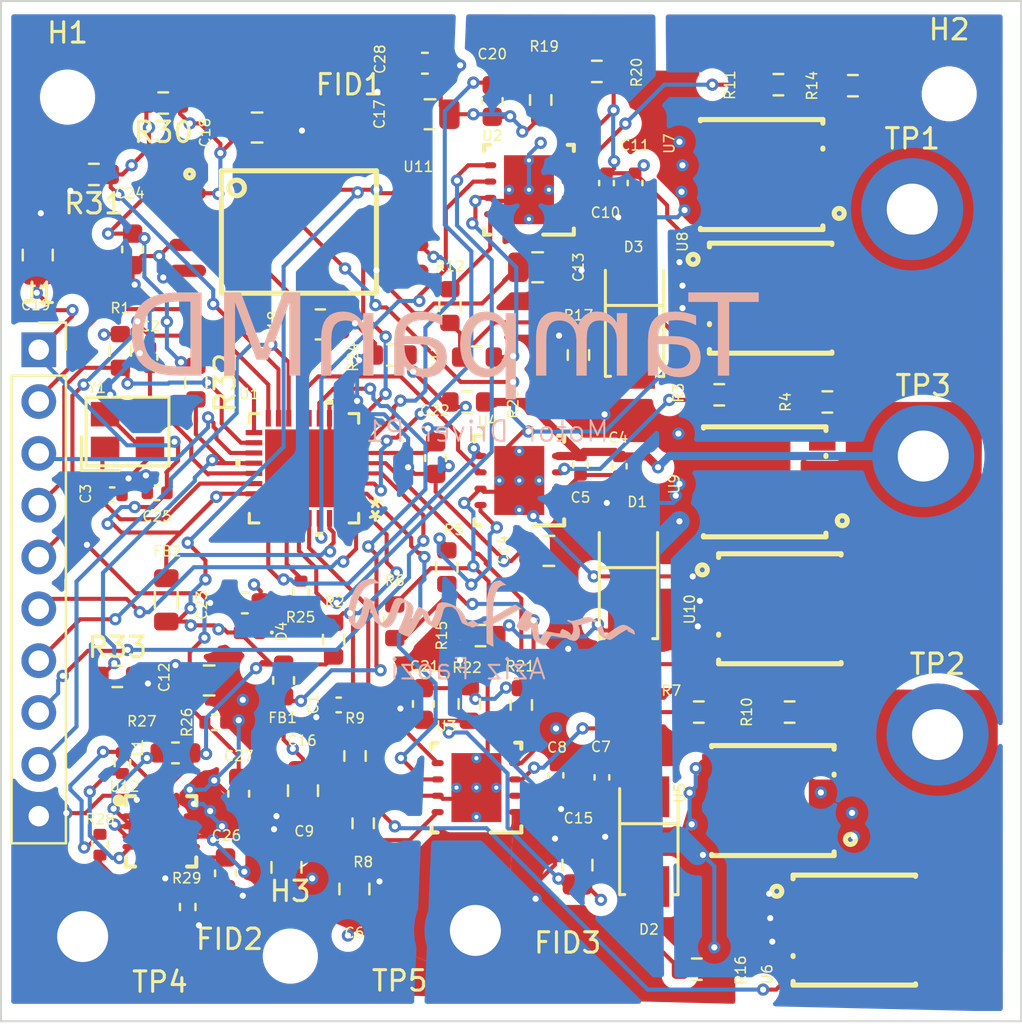
<source format=kicad_pcb>
(kicad_pcb (version 20241229) (generator "pcbnew") (generator_version "9.0")
  (layers (0 "F.Cu" signal) (2 "B.Cu" signal) (13 "F.Paste" user) (15 "B.Paste" user) (5 "F.SilkS" user "F.Silkscreen") (7 "B.SilkS" user "B.Silkscreen") (1 "F.Mask" user) (3 "B.Mask" user) (25 "Edge.Cuts" user))
  (net 0 "")
  (net 1 "/MCU/I2CB_SCL")
  (net 2 "/MCU/I2CB_SDA")
  (net 3 "/MCU/MCU_GPIO35{slash}TDI")
  (net 4 "/MCU/MCU_GPIO37{slash}TDO")
  (net 5 "MCU_1V2")
  (net 6 "Net-(U1-GPIO19,X1)")
  (net 7 "Net-(U1-GPIO24)")
  (net 8 "Net-(U1-GPIO18,X2)")
  (net 10 "/MCU/MCU_TCK")
  (net 12 "Net-(U1-GPIO32)")
  (net 13 "EPWM1_B")
  (net 14 "EPWM2_B")
  (net 15 "EPWM3_B")
  (net 16 "EPWM1_A")
  (net 18 "/MCU/MCU_TMS")
  (net 19 "Net-(U1-XRSN)")
  (net 20 "EPWM3_A")
  (net 21 "EPWM2_A")
  (net 22 "Net-(D1-K)")
  (net 23 "Net-(D2-K)")
  (net 24 "Net-(D3-K)")
  (net 25 "VDD")
  (net 26 "Net-(U2-LO)")
  (net 27 "Net-(U2-HO)")
  (net 28 "Net-(U3-LO)")
  (net 29 "Net-(D1-A)")
  (net 30 "Net-(U3-HO)")
  (net 31 "Net-(D2-A)")
  (net 32 "Net-(U4-LO)")
  (net 33 "Net-(U4-HO)")
  (net 34 "Net-(R10-Pad2)")
  (net 35 "Net-(R8-Pad1)")
  (net 36 "Net-(R11-Pad1)")
  (net 37 "Net-(R12-Pad1)")
  (net 38 "Net-(R3-Pad1)")
  (net 39 "Net-(R5-Pad1)")
  (net 40 "+3V3")
  (net 41 "Net-(D3-A)")
  (net 42 "MCU_3V3")
  (net 43 "3V3")
  (net 44 "MCU_A_3V3")
  (net 45 "/gateDriver/HSC")
  (net 46 "/gateDriver/HSB")
  (net 47 "/gateDriver/HSA")
  (net 48 "ISENSE_N")
  (net 49 "BEMF_A")
  (net 50 "BEMF_B")
  (net 51 "BEMF_C")
  (net 52 "ISENSE_P")
  (net 53 "Net-(D4-K)")
  (net 54 "Net-(U1-GPIO3)")
  (net 55 "ISENSE_MCU_N")
  (net 56 "/MCU/CANA_RX")
  (net 57 "/MCU/CANA_TX")
  (net 58 "ISENSE_MCU_P")
  (net 59 "Net-(U12-SS{slash}TR)")
  (net 60 "Net-(L1-Pad1)")
  (net 61 "Net-(U12-PG)")
  (net 62 "Net-(U12-FB)")
  (footprint "Capacitor_SMD:C_0805_2012Metric" (layer "F.Cu") (at 137.5 75.3)
    (property "Reference" "C14")
    (property "Value" "2.2uF")
  )
  (footprint "Resistor_SMD:R_0402_1005Metric" (layer "F.Cu") (at 121.15 83.7 180)
    (property "Reference" "R26")
    (property "Value" "10K")
  )
  (footprint "Resistor_SMD:R_0402_1005Metric" (layer "F.Cu") (at 119.8 92.75 -90)
    (property "Reference" "R29")
    (property "Value" "100K")
  )
  (footprint "Capacitor_SMD:C_0402_1005Metric" (layer "F.Cu") (at 140.325002 57.269999 90)
    (property "Reference" "C10")
    (property "Value" "0.22uF")
  )
  (footprint "MountingHole:MountingHole_2.5mm_Pad_TopBottom" (layer "F.Cu") (at 133.9 93.9)
    (property "Reference" "TP5")
    (property "Value" "TestPoint")
  )
  (footprint "MountingHole:MountingHole_2.2mm_M2" (layer "F.Cu") (at 157.12 52.9)
    (property "Reference" "H2")
    (property "Value" "MountingHole")
  )
  (footprint "Resistor_SMD:R_0402_1005Metric" (layer "F.Cu") (at 115.5 89.7 -90)
    (property "Reference" "R28")
    (property "Value" "300K")
  )
  (footprint "Resistor_SMD:R_0603_1608Metric" (layer "F.Cu") (at 144.85 83.2 180)
    (property "Reference" "R7")
    (property "Value" "5.1")
  )
  (footprint "Resistor_SMD:R_0603_1608Metric" (layer "F.Cu") (at 137.1 53.2 -90)
    (property "Reference" "R19")
    (property "Value" "1K")
  )
  (footprint "Capacitor_SMD:C_0805_2012Metric" (layer "F.Cu") (at 112.45 60.8 90)
    (property "Reference" "C19")
    (property "Value" "2.2uF")
  )
  (footprint "Capacitor_SMD:C_0603_1608Metric" (layer "F.Cu") (at 117.1 60.525 -90)
    (property "Reference" "C24")
    (property "Value" "0.1uF")
  )
  (footprint "Inductor_SMD:L_0603_1608Metric" (layer "F.Cu") (at 119.2 85.2)
    (property "Reference" "L1")
    (property "Value" "2.2uH")
  )
  (footprint "Resistor_SMD:R_0603_1608Metric" (layer "F.Cu") (at 133.6 82.8 -90)
    (property "Reference" "R22")
    (property "Value" "1K")
  )
  (footprint "Capacitor_SMD:C_0402_1005Metric" (layer "F.Cu") (at 117.95 65.82 90)
    (property "Reference" "C2")
    (property "Value" "12pF")
  )
  (footprint "Capacitor_SMD:C_0603_1608Metric" (layer "F.Cu") (at 122.3 87.2 90)
    (property "Reference" "C27")
    (property "Value" "3.3nF")
  )
  (footprint "Resistor_SMD:R_0603_1608Metric" (layer "F.Cu") (at 129.8 65.7 180)
    (property "Reference" "R24")
    (property "Value" "1K")
  )
  (footprint "Resistor_SMD:R_0603_1608Metric" (layer "F.Cu") (at 152.4 52.5 180)
    (property "Reference" "R14")
    (property "Value" "5.1K")
  )
  (footprint "Capacitor_SMD:C_0805_2012Metric" (layer "F.Cu") (at 120.85 81.65 180)
    (property "Reference" "C12")
    (property "Value" "2.2uF")
  )
  (footprint "MountingHole:MountingHole_2.2mm_M2" (layer "F.Cu") (at 113.91 53.06)
    (property "Reference" "H1")
    (property "Value" "MountingHole")
  )
  (footprint "Inductor_SMD:L_0805_2012Metric" (layer "F.Cu") (at 118.75 77.7 90)
    (property "Reference" "FB2")
    (property "Value" "220 Ohm")
  )
  (footprint "Capacitor_SMD:C_0805_2012Metric" (layer "F.Cu") (at 127.97 91.87 90)
    (property "Reference" "C6")
    (property "Value" "2.2uF")
  )
  (footprint "Resistor_SMD:R_0603_1608Metric" (layer "F.Cu") (at 128.4 88.65 -90)
    (property "Reference" "R8")
    (property "Value" "5.1")
  )
  (footprint "Capacitor_SMD:C_0603_1608Metric" (layer "F.Cu") (at 131.425 51.4)
    (property "Reference" "C28")
    (property "Value" "3.3nF")
  )
  (footprint "Capacitor_SMD:C_0603_1608Metric" (layer "F.Cu") (at 122.6 77.85 180)
    (property "Reference" "C23")
    (property "Value" "0.1uF")
  )
  (footprint "Resistor_SMD:R_0402_1005Metric" (layer "F.Cu") (at 116.6 85.7 -90)
    (property "Reference" "R27")
    (property "Value" "100K")
  )
  (footprint "Resistor_SMD:R_0603_1608Metric" (layer "F.Cu") (at 116.5 65.5 -90)
    (property "Reference" "R1")
    (property "Value" "2.2K")
  )
  (footprint "Capacitor_SMD:C_0402_1005Metric" (layer "F.Cu") (at 137.85 86.3 90)
    (property "Reference" "C8")
    (property "Value" "0.22uF")
  )
  (footprint "MountingHole:MountingHole_2.5mm_Pad_TopBottom" (layer "F.Cu") (at 114.65 94.2)
    (property "Reference" "TP4")
    (property "Value" "TestPoint")
  )
  (footprint "Capacitor_SMD:C_0402_1005Metric" (layer "F.Cu") (at 116.1 72.55)
    (property "Reference" "C3")
    (property "Value" "12pF")
  )
  (footprint "Resistor_SMD:R_0603_1608Metric" (layer "F.Cu") (at 144.75 95.8)
    (property "Reference" "R16")
    (property "Value" "2.2")
  )
  (footprint "Resistor_SMD:R_0603_1608Metric" (layer "F.Cu") (at 115.2 56.85 180)
    (property "Reference" "R31")
    (property "Value" "10K")
  )
  (footprint "Resistor_SMD:R_0603_1608Metric" (layer "F.Cu") (at 129.95 78.75 -90)
    (property "Reference" "R6")
    (property "Value" "5.1K")
  )
  (footprint "LED_SMD:LED_0402_1005Metric" (layer "F.Cu") (at 122.8325 79.3 180)
    (property "Reference" "D4")
    (property "Value" "LED")
  )
  (footprint "Capacitor_SMD:C_0805_2012Metric" (layer "F.Cu") (at 138.9 90.7 90)
    (property "Reference" "C15")
    (property "Value" "2.2uF")
  )
  (footprint "Capacitor_SMD:C_0402_1005Metric" (layer "F.Cu") (at 139.05 71.1 90)
    (property "Reference" "C5")
    (property "Value" "0.22uF")
  )
  (footprint "Capacitor_SMD:C_0805_2012Metric" (layer "F.Cu") (at 123.2 54.55)
    (property "Reference" "C18")
    (property "Value" "2.2uF")
  )
  (footprint "Resistor_SMD:R_0603_1608Metric" (layer "F.Cu") (at 126.95 79.65 90)
    (property "Reference" "R2")
    (property "Value" "2.2K")
  )
  (footprint "footprints:PG-TDSON-8_L5.0-W6.0-P1.27-BL-EP" (layer "F.Cu") (at 148.08 71.92 90)
    (property "Reference" "U9")
    (property "Value" "BSC009NE2LS")
  )
  (footprint "Resistor_SMD:R_0603_1608Metric" (layer "F.Cu") (at 133.5 68 180)
    (property "Reference" "R23")
    (property "Value" "4.7K")
  )
  (footprint "Resistor_SMD:R_0603_1608Metric" (layer "F.Cu") (at 134.15 79.45 180)
    (property "Reference" "R15")
    (property "Value" "2.2")
  )
  (footprint "MountingHole:MountingHole_2.5mm_Pad_TopBottom" (layer "F.Cu") (at 155.85 70.65)
    (property "Reference" "TP3")
    (property "Value" "TestPoint")
  )
  (footprint "footprints:DRM0008A" (layer "F.Cu") (at 133.950001 86.9 180)
    (property "Reference" "U3")
    (property "Value" "UCC27211DRMR")
  )
  (footprint "Resistor_SMD:R_0402_1005Metric" (layer "F.Cu") (at 125.35 77.29 90)
    (property "Reference" "R25")
    (property "Value" "330")
  )
  (footprint "MountingHole:MountingHole_2.2mm_M2" (layer "F.Cu") (at 124.83 95.16)
    (property "Reference" "H3")
    (property "Value" "MountingHole")
  )
  (footprint "Resistor_SMD:R_0603_1608Metric" (layer "F.Cu") (at 139.85 51.8 180)
    (property "Reference" "R20")
    (property "Value" "4.7K")
  )
  (footprint "Capacitor_SMD:C_0805_2012Metric" (layer "F.Cu") (at 131.675 53.9)
    (property "Reference" "C17")
    (property "Value" "2.2uF")
  )
  (footprint "Resistor_SMD:R_0603_1608Metric" (layer "F.Cu") (at 133.975 65.8 180)
    (property "Reference" "R13")
    (property "Value" "5.1K")
  )
  (footprint "footprints:SMA_L4.3-W2.6-LS5.2-RD" (layer "F.Cu") (at 142.4 89.55 -90)
    (property "Reference" "D2")
    (property "Value" "MURA120T3G")
  )
  (footprint "footprints:PG-TDSON-8_L5.0-W6.0-P1.27-BL-EP" (layer "F.Cu") (at 148.82 78.13 -90)
    (property "Reference" "U10")
    (property "Value" "BSC009NE2LS")
  )
  (footprint "Inductor_SMD:L_0603_1608Metric" (layer "F.Cu") (at 124.5 81.65 -90)
    (property "Reference" "FB1")
    (property "Value" "60 Ohm")
  )
  (footprint "Resistor_SMD:R_0603_1608Metric" (layer "F.Cu") (at 132.5 76.1 90)
    (property "Reference" "R5")
    (property "Value" "5.1")
  )
  (footprint "Fiducial:Fiducial_0.5mm_Mask1mm" (layer "F.Cu") (at 138.42 95.96)
    (property "Reference" "FID3")
    (property "Value" "Fiducial")
  )
  (footprint "Capacitor_SMD:C_0805_2012Metric" (layer "F.Cu") (at 124.64 90.81 90)
    (property "Reference" "C9")
    (property "Value" "2.2uF")
  )
  (footprint "Resistor_SMD:R_0603_1608Metric" (layer "F.Cu") (at 145.85 67.65 180)
    (property "Reference" "R3")
    (property "Value" "5.1")
  )
  (footprint "footprints:VQFN32_RHB_TEX" (layer "F.Cu") (at 125.4989 71.250441 180)
    (property "Reference" "U1")
    (property "Value" "F2800132RHBR")
  )
  (footprint "Capacitor_SMD:C_0402_1005Metric" (layer "F.Cu") (at 140.95 71.15 90)
    (property "Reference" "C4")
    (property "Value" "0.22uF")
  )
  (footprint "footprints:PG-TDSON-8_L5.0-W6.0-P1.27-BL-EP" (layer "F.Cu") (at 147.93 56.86 90)
    (property "Reference" "U7")
    (property "Value" "BSC009NE2LS")
  )
  (footprint "MountingHole:MountingHole_2.5mm_Pad_TopBottom" (layer "F.Cu") (at 156.55 84.3)
    (property "Reference" "TP2")
    (property "Value" "TestPoint")
  )
  (footprint "Resistor_SMD:R_0603_1608Metric" (layer "F.Cu") (at 136.15 82.85 90)
    (property "Reference" "R21")
    (property "Value" "4.7K")
  )
  (footprint "Capacitor_SMD:C_0402_1005Metric" (layer "F.Cu") (at 141.725002 57.269999 90)
    (property "Reference" "C11")
    (property "Value" "0.22uF")
  )
  (footprint "footprints:QFN-16_L3.0-W3.0-P0.50-TL-EP" (layer "F.Cu") (at 118.5 89.05)
    (property "Reference" "U12")
    (property "Value" "TLV62130")
  )
  (footprint "footprints:SMA_L4.3-W2.6-LS5.2-RD" (layer "F.Cu") (at 141.4 77 -90)
    (property "Reference" "D1")
    (property "Value" "MURA120T3G")
  )
  (footprint "footprints:SMA_L4.3-W2.6-LS5.2-RD" (layer "F.Cu") (at 141.7 64.15 -90)
    (property "Reference" "D3")
    (property "Value" "MURA120T3G")
  )
  (footprint "footprints:PG-TDSON-8_L5.0-W6.0-P1.27-BL-EP" (layer "F.Cu") (at 148.48 87.54 90)
    (property "Reference" "U5")
    (property "Value" "BSC009NE2LS")
  )
  (footprint "Capacitor_SMD:C_0603_1608Metric" (layer "F.Cu") (at 131.95 70.75 -90)
    (property "Reference" "C22")
    (property "Value" "390pF")
  )
  (footprint "Capacitor_SMD:C_0805_2012Metric" (layer "F.Cu") (at 125.45 87.05 -90)
    (property "Reference" "C16")
    (property "Value" "2.2uF")
  )
  (footprint "Connector_PinSocket_2.54mm:PinSocket_1x10_P2.54mm_Vertical" (layer "F.Cu") (at 112.5 65.44)
    (property "Reference" "J1")
    (property "Value" "Conn_01x10")
  )
  (footprint "Resistor_SMD:R_0603_1608Metric" (layer "F.Cu") (at 132.65 63.3 90)
    (property "Reference" "R12")
    (property "Value" "5.1")
  )
  (footprint "Capacitor_SMD:C_0402_1005Metric" (layer "F.Cu") (at 118.3 72.45 180)
    (property "Reference" "C25")
    (property "Value" "0.1uF")
  )
  (footprint "Capacitor_SMD:C_0603_1608Metric" (layer "F.Cu") (at 131.35 82.8 -90)
    (property "Reference" "C21")
    (property "Value" "390pF")
  )
  (footprint "Resistor_SMD:R_0805_2012Metric" (layer "F.Cu") (at 126.3 64.2 180)
    (property "Reference" "R18")
    (property "Value" "0.006")
  )
  (footprint "Capacitor_SMD:C_0402_1005Metric" (layer "F.Cu") (at 140.1 86.4 90)
    (property "Reference" "C7")
    (property "Value" "0.22uF")
  )
  (footprint "Capacitor_SMD:C_0805_2012Metric" (layer "F.Cu") (at 136.95 61.4)
    (property "Reference" "C13")
    (property "Value" "2.2uF")
  )
  (footprint "footprints:PG-TDSON-8_L5.0-W6.0-P1.27-BL-EP" (layer "F.Cu") (at 148.37 62.91 -90)
    (property "Reference" "U8")
    (property "Value" "BSC009NE2LS")
  )
  (footprint "footprints:DRM0008A" (layer "F.Cu") (at 136.050001 71.849999 180)
    (property "Reference" "U4")
    (property "Value" "UCC27211DRMR")
  )
  (footprint "Fiducial:Fiducial_0.5mm_Mask1mm" (layer "F.Cu") (at 121.85 95.78)
    (property "Reference" "FID2")
    (property "Value" "Fiducial")
  )
  (footprint "Resistor_SMD:R_0603_1608Metric" (layer "F.Cu") (at 151.15 68 180)
    (property "Reference" "R4")
    (property "Value" "5.1K")
  )
  (footprint "footprints:SOIC-8_L5.9-W7.5-P1.27-LS11.5-BL" (layer "F.Cu") (at 125.25 59.67 -90)
    (property "Reference" "U11")
    (property "Value" "AMC1301DWVR")
  )
  (footprint "Resistor_SMD:R_0603_1608Metric" (layer "F.Cu") (at 149.3 83.2 180)
    (property "Reference" "R10")
    (property "Value" "5.1K")
  )
  (footprint "MountingHole:MountingHole_2.5mm_Pad_TopBottom" (layer "F.Cu") (at 155.31 58.55)
    (property "Reference" "TP1")
    (property "Value" "TestPoint")
  )
  (footprint "Capacitor_SMD:C_0603_1608Metric" (layer "F.Cu") (at 121.65 91.1 -90)
    (property "Reference" "C26")
    (property "Value" "3.3nF")
  )
  (footprint "footprints:DRM0008A" (layer "F.Cu") (at 136.525001 57.6 180)
    (property "Reference" "U2")
    (property "Value" "UCC27211DRMR")
  )
  (footprint "Fiducial:Fiducial_0.5mm_Mask1mm" (layer "F.Cu") (at 127.46 54.5)
    (property "Reference" "FID1")
    (property "Value" "Fiducial")
  )
  (footprint "Resistor_SMD:R_0603_1608Metric" (layer "F.Cu") (at 118.6 53.35 180)
    (property "Reference" "R30")
    (property "Value" "10K")
  )
  (footprint "Resistor_SMD:R_0603_1608Metric" (layer "F.Cu") (at 120.2 67.05 -90)
    (property "Reference" "R32")
    (property "Value" "10K")
  )
  (footprint "Resistor_SMD:R_0603_1608Metric" (layer "F.Cu") (at 116.35 81.45)
    (property "Reference" "R33")
    (property "Value" "10K")
  )
  (footprint "Resistor_SMD:R_0603_1608Metric" (layer "F.Cu") (at 138.95 65.7 90)
    (property "Reference" "R17")
    (property "Value" "2.2")
  )
  (footprint "footprints:PG-TDSON-8_L5.0-W6.0-P1.27-BL-EP" (layer "F.Cu") (at 152.47 93.88 -90)
    (property "Reference" "U6")
    (property "Value" "BSC009NE2LS")
  )
  (footprint "Resistor_SMD:R_0603_1608Metric" (layer "F.Cu") (at 128 85.35 -90)
    (property "Reference" "R9")
    (property "Value" "5.1K")
  )
  (footprint "Capacitor_SMD:C_0402_1005Metric" (layer "F.Cu") (at 127.2 82.85 180)
    (property "Reference" "C1")
    (property "Value" "0.01uF")
  )
  (footprint "footprints:CRYSTAL-SMD_4P-L3.2-W2.5-BL" (layer "F.Cu") (at 116.85 69.45)
    (property "Reference" "Y1")
    (property "Value" "X322520MSB4SI")
  )
  (footprint "Capacitor_SMD:C_0603_1608Metric" (layer "F.Cu") (at 134.725 53.25 -90)
    (property "Reference" "C20")
    (property "Value" "390pF")
  )
  (footprint "Resistor_SMD:R_0603_1608Metric" (layer "F.Cu") (at 148.75 52.45 180)
    (property "Reference" "R11")
    (property "Value" "5.1")
  )
  (gr_poly (pts (xy 135.428843 76.979692) (xy 135.405854 76.979382) (xy 135.382647 76.979755) (xy 135.359299 76.980861) (xy 135.335888 76.982749) (xy 135.31249 76.985469) (xy 135.289183 76.98907) (xy 135.266043 76.993602) (xy 135.243147 76.999114) (xy 135.220572 77.005656) (xy 135.198396 77.013277) (xy 135.176694 77.022027) (xy 135.155545 77.031956) (xy 135.135025 77.043112) (xy 135.115211 77.055546) (xy 135.096181 77.069307) (xy 135.07801 77.084444) (xy 135.062256 77.099063) (xy 135.047994 77.113375) (xy 135.035067 77.12747) (xy 135.023316 77.141438) (xy 135.012585 77.155369) (xy 135.002716 77.169354) (xy 134.99355 77.183483) (xy 134.984931 77.197845) (xy 134.976701 77.212532) (xy 134.968702 77.227633) (xy 134.952767 77.259437) (xy 134.935866 77.293981) (xy 134.916738 77.331985) (xy 134.879725 77.443551) (xy 134.864478 77.490303) (xy 134.850877 77.534782) (xy 134.838528 77.579799) (xy 134.827037 77.628164) (xy 134.816009 77.682688) (xy 134.80505 77.74618) (xy 134.794714 77.816217) (xy 134.785989 77.88684) (xy 134.772852 78.029534) (xy 134.764591 78.173645) (xy 134.760159 78.318554) (xy 134.758509 78.463643) (xy 134.758593 78.608295) (xy 134.759778 78.893813) (xy 134.763102 79.172654) (xy 134.768155 79.451479) (xy 134.776073 79.730226) (xy 134.787992 80.008828) (xy 134.443741 79.834426) (xy 134.444244 79.558405) (xy 134.443053 79.282388) (xy 134.438784 78.730361) (xy 134.435776 78.442395) (xy 134.434828 78.295946) (xy 134.435643 78.148896) (xy 134.439263 78.002026) (xy 134.446732 77.856121) (xy 134.459095 77.711961) (xy 134.467437 77.64078) (xy 134.477394 77.570329) (xy 134.487985 77.506984) (xy 134.498944 77.451402) (xy 134.510541 77.401146) (xy 134.523045 77.353778) (xy 134.536728 77.306861) (xy 134.551858 77.257959) (xy 134.58754 77.144451) (xy 134.607159 77.103305) (xy 134.624406 77.066137) (xy 134.640617 77.032048) (xy 134.648751 77.015878) (xy 134.657127 77.000141) (xy 134.665911 76.984725) (xy 134.675272 76.969518) (xy 134.685376 76.954407) (xy 134.696389 76.939281) (xy 134.708479 76.924026) (xy 134.721813 76.908532) (xy 134.736559 76.892685) (xy 134.752882 76.876374) (xy 134.77118 76.859864) (xy 134.790385 76.844718) (xy 134.810423 76.830878) (xy 134.831215 76.818291) (xy 134.852687 76.806899) (xy 134.874763 76.796648) (xy 134.897365 76.787481) (xy 134.920419 76.779343) (xy 134.943847 76.772179) (xy 134.967574 76.765931) (xy 134.991524 76.760545) (xy 135.01562 76.755965) (xy 135.039787 76.752136) (xy 135.063948 76.749001) (xy 135.088027 76.746504) (xy 135.111948 76.744591)) (fill yes) (layer "B.SilkS"))
  (gr_poly (pts (xy 133.164175 79.667666) (xy 133.164422 79.667684) (xy 133.164665 79.667715) (xy 133.164904 79.667758) (xy 133.165138 79.667812) (xy 133.165369 79.667878) (xy 133.165594 79.667954) (xy 133.165815 79.668041) (xy 133.16603 79.668138) (xy 133.166239 79.668245) (xy 133.166442 79.668362) (xy 133.166639 79.668488) (xy 133.166829 79.668624) (xy 133.167013 79.668768) (xy 133.167189 79.66892) (xy 133.167358 79.669081) (xy 133.167518 79.66925) (xy 133.167671 79.669426) (xy 133.167815 79.669609) (xy 133.16795 79.669799) (xy 133.168076 79.669996) (xy 133.168193 79.6702) (xy 133.1683 79.670409) (xy 133.168398 79.670624) (xy 133.168485 79.670844) (xy 133.168561 79.67107) (xy 133.168626 79.6713) (xy 133.16868 79.671535) (xy 133.168723 79.671774) (xy 133.168754 79.672017) (xy 133.168773 79.672263) (xy 133.168779 79.672513) (xy 133.168773 79.672763) (xy 133.168754 79.67301) (xy 133.168723 79.673253) (xy 133.16868 79.673492) (xy 133.168626 79.673726) (xy 133.168561 79.673957) (xy 133.168485 79.674182) (xy 133.168398 79.674403) (xy 133.1683 79.674618) (xy 133.168193 79.674827) (xy 133.168076 79.67503) (xy 133.16795 79.675227) (xy 133.167815 79.675417) (xy 133.167671 79.675601) (xy 133.167518 79.675777) (xy 133.167358 79.675946) (xy 133.167189 79.676106) (xy 133.167013 79.676259) (xy 133.166829 79.676403) (xy 133.166639 79.676538) (xy 133.166442 79.676664) (xy 133.166239 79.676781) (xy 133.16603 79.676888) (xy 133.165815 79.676986) (xy 133.165594 79.677073) (xy 133.165369 79.677149) (xy 133.165138 79.677214) (xy 133.164904 79.677268) (xy 133.164665 79.677311) (xy 133.164422 79.677342) (xy 133.164175 79.677361) (xy 133.163925 79.677367) (xy 133.163675 79.677361) (xy 133.163429 79.677342) (xy 133.163186 79.677311) (xy 133.162947 79.677268) (xy 133.162712 79.677214) (xy 133.162482 79.677149) (xy 133.162256 79.677073) (xy 133.162036 79.676986) (xy 133.161821 79.676888) (xy 133.161612 79.676781) (xy 133.161408 79.676664) (xy 133.161211 79.676538) (xy 133.161021 79.676403) (xy 133.160838 79.676259) (xy 133.160662 79.676106) (xy 133.160493 79.675946) (xy 133.160332 79.675777) (xy 133.16018 79.675601) (xy 133.160036 79.675417) (xy 133.1599 79.675227) (xy 133.159774 79.67503) (xy 133.159657 79.674827) (xy 133.15955 79.674618) (xy 133.159453 79.674403) (xy 133.159366 79.674182) (xy 133.15929 79.673957) (xy 133.159224 79.673726) (xy 133.15917 79.673492) (xy 133.159127 79.673253) (xy 133.159096 79.67301) (xy 133.159078 79.672763) (xy 133.159071 79.672513) (xy 133.159078 79.672263) (xy 133.159096 79.672017) (xy 133.159127 79.671774) (xy 133.15917 79.671535) (xy 133.159224 79.6713) (xy 133.15929 79.67107) (xy 133.159366 79.670844) (xy 133.159453 79.670624) (xy 133.15955 79.670409) (xy 133.159657 79.6702) (xy 133.159774 79.669996) (xy 133.1599 79.669799) (xy 133.160036 79.669609) (xy 133.16018 79.669426) (xy 133.160332 79.66925) (xy 133.160493 79.669081) (xy 133.160662 79.66892) (xy 133.160838 79.668768) (xy 133.161021 79.668624) (xy 133.161211 79.668488) (xy 133.161408 79.668362) (xy 133.161612 79.668245) (xy 133.161821 79.668138) (xy 133.162036 79.668041) (xy 133.162256 79.667954) (xy 133.162482 79.667878) (xy 133.162712 79.667812) (xy 133.162947 79.667758) (xy 133.163186 79.667715) (xy 133.163429 79.667684) (xy 133.163675 79.667666) (xy 133.163925 79.667659)) (stroke (width 0.026458)) (fill yes) (layer "B.SilkS"))
  (gr_poly (pts (xy 128.855912 76.669678) (xy 128.928004 76.673254) (xy 129.243177 76.905262) (xy 129.171829 76.899873) (xy 129.100146 76.896825) (xy 129.064298 76.89648) (xy 129.028509 76.897082) (xy 128.992828 76.898751) (xy 128.957301 76.901609) (xy 128.921977 76.905775) (xy 128.886903 76.911371) (xy 128.852127 76.918517) (xy 128.817696 76.927333) (xy 128.783659 76.937942) (xy 128.750062 76.950462) (xy 128.716955 76.965014) (xy 128.684384 76.98172) (xy 128.654596 76.998639) (xy 128.627861 77.014817) (xy 128.603812 77.030451) (xy 128.582083 77.045734) (xy 128.562308 77.060862) (xy 128.544122 77.076028) (xy 128.527157 77.091428) (xy 128.511047 77.107255) (xy 128.495428 77.123705) (xy 128.479932 77.140972) (xy 128.447846 77.178736) (xy 128.411862 77.222104) (xy 128.36905 77.272632) (xy 128.352925 77.299696) (xy 128.336446 77.326572) (xy 128.303277 77.380214) (xy 128.28701 77.407203) (xy 128.271237 77.434454) (xy 128.25617 77.46208) (xy 128.242019 77.490192) (xy 128.211353 77.556538) (xy 128.182029 77.624979) (xy 128.15419 77.69528) (xy 128.127978 77.767211) (xy 128.103538 77.84054) (xy 128.081011 77.915034) (xy 128.060542 77.99046) (xy 128.042274 78.066588) (xy 128.026348 78.143185) (xy 128.012909 78.220018) (xy 128.0021 78.296856) (xy 127.994064 78.373466) (xy 127.988943 78.449617) (xy 127.986881 78.525076) (xy 127.988021 78.59961) (xy 127.992507 78.672989) (xy 127.993948 78.687494) (xy 127.995764 78.701945) (xy 128.00037 78.730707) (xy 128.006012 78.759321) (xy 128.012379 78.78783) (xy 128.026047 78.844715) (xy 128.027513 78.850964) (xy 128.030061 78.849014) (xy 128.037795 78.842671) (xy 128.045327 78.836082) (xy 128.052667 78.829265) (xy 128.059823 78.822235) (xy 128.066803 78.81501) (xy 128.073616 78.807605) (xy 128.080268 78.800039) (xy 128.08677 78.792326) (xy 128.093128 78.784485) (xy 128.105448 78.768483) (xy 128.117294 78.752166) (xy 128.128733 78.735666) (xy 128.144436 78.711839) (xy 128.15881 78.68854) (xy 128.171983 78.665664) (xy 128.184088 78.643107) (xy 128.195256 78.620763) (xy 128.205617 78.598529) (xy 128.215303 78.576299) (xy 128.224444 78.553968) (xy 128.241618 78.508588) (xy 128.258187 78.46155) (xy 128.293706 78.359152) (xy 128.313464 78.291324) (xy 128.331327 78.223038) (xy 128.347648 78.15438) (xy 128.362784 78.085439) (xy 128.418583 77.808604) (xy 128.432167 77.740713) (xy 128.43899 77.706773) (xy 128.446083 77.67289) (xy 128.448282 77.662102) (xy 128.45033 77.651259) (xy 128.454459 77.629569) (xy 128.456784 77.618801) (xy 128.459444 77.608138) (xy 128.460938 77.602857) (xy 128.462561 77.597618) (xy 128.464329 77.592425) (xy 128.466256 77.587282) (xy 128.466796 77.585977) (xy 128.467376 77.584695) (xy 128.468653 77.582196) (xy 128.47007 77.579777) (xy 128.471611 77.577428) (xy 128.473259 77.57514) (xy 128.475 77.572904) (xy 128.476816 77.570711) (xy 128.478691 77.568552) (xy 128.482555 77.564297) (xy 128.486462 77.560067) (xy 128.490282 77.555787) (xy 128.49212 77.553606) (xy 128.493887 77.551386) (xy 128.542744 77.577601) (xy 128.592252 77.602814) (xy 128.69166 77.652638) (xy 128.740778 77.678452) (xy 128.788982 77.705669) (xy 128.81262 77.719992) (xy 128.835884 77.734891) (xy 128.858723 77.750441) (xy 128.88109 77.766718) (xy 128.883736 77.768859) (xy 128.88619 77.77114) (xy 128.888462 77.773555) (xy 128.89056 77.776095) (xy 128.892495 77.778755) (xy 128.894276 77.781528) (xy 128.895912 77.784406) (xy 128.897413 77.787384) (xy 128.900047 77.793607) (xy 128.902253 77.800142) (xy 128.904106 77.806935) (xy 128.905683 77.813929) (xy 128.90831 77.828304) (xy 128.910736 77.842826) (xy 128.912062 77.850004) (xy 128.913566 77.857053) (xy 128.915321 77.863919) (xy 128.917404 77.870545) (xy 128.942305 77.942301) (xy 128.954842 77.978148) (xy 128.967645 78.0139) (xy 129.060944 78.266502) (xy 129.155037 78.518817) (xy 129.166866 78.545013) (xy 129.178086 78.571835) (xy 129.199367 78.626814) (xy 129.220218 78.682679) (xy 129.241975 78.738351) (xy 129.253612 78.765778) (xy 129.265978 78.792753) (xy 129.279238 78.819141) (xy 129.284194 78.828021) (xy 129.290677 78.826515) (xy 129.301836 78.823386) (xy 129.312867 78.819768) (xy 129.323767 78.81568) (xy 129.334533 78.811142) (xy 129.345159 78.806173) (xy 129.355644 78.800792) (xy 129.376173 78.788872) (xy 129.396091 78.775534) (xy 129.415369 78.760933) (xy 129.433979 78.745223) (xy 129.451891 78.728557) (xy 129.469079 78.711088) (xy 129.485512 78.692971) (xy 129.503246 78.670856) (xy 129.520236 78.648234) (xy 129.536519 78.625139) (xy 129.552129 78.601603) (xy 129.567102 78.577659) (xy 129.581474 78.55334) (xy 129.595279 78.52868) (xy 129.608554 78.50371) (xy 129.633652 78.452975) (xy 129.657052 78.401399) (xy 129.679037 78.349244) (xy 129.699891 78.296775) (xy 129.734642 78.19125) (xy 129.770674 78.086239) (xy 129.808497 77.981878) (xy 129.828242 77.929983) (xy 129.848626 77.878301) (xy 129.853512 77.865831) (xy 129.858247 77.853292) (xy 129.867633 77.828177) (xy 129.872471 77.815684) (xy 129.877527 77.80329) (xy 129.882896 77.791037) (xy 129.88867 77.778968) (xy 129.891558 77.773365) (xy 129.894554 77.767822) (xy 129.900829 77.756894) (xy 129.907403 77.746134) (xy 129.914187 77.73549) (xy 129.928025 77.714354) (xy 129.9349 77.703761) (xy 129.941624 77.693084) (xy 129.946962 77.689095) (xy 129.952232 77.684991) (xy 129.962631 77.676542) (xy 129.983304 77.659432) (xy 129.993828 77.651196) (xy 129.999192 77.647251) (xy 130.004645 77.643458) (xy 130.010202 77.639842) (xy 130.015879 77.63643) (xy 130.021691 77.633249) (xy 130.027655 77.630326) (xy 130.045247 77.622995) (xy 130.06381 77.616726) (xy 130.083201 77.611517) (xy 130.103276 77.607368) (xy 130.123892 77.604278) (xy 130.144905 77.602247) (xy 130.166171 77.601275) (xy 130.187547 77.60136) (xy 130.208889 77.602502) (xy 130.230055 77.604701) (xy 130.250899 77.607955) (xy 130.271279 77.612265) (xy 130.291051 77.61763) (xy 130.310072 77.624049) (xy 130.328197 77.631521) (xy 130.345284 77.640047) (xy 130.686665 77.818821) (xy 130.703867 77.830569) (xy 130.711645 77.836669) (xy 130.719059 77.843078) (xy 130.726245 77.849911) (xy 130.733339 77.857285) (xy 130.747802 77.874124) (xy 130.763543 77.894532) (xy 130.781658 77.919443) (xy 130.829392 77.986516) (xy 130.831687 77.99377) (xy 130.834144 78.000994) (xy 130.83939 78.015378) (xy 130.85018 78.044089) (xy 130.85513 78.058529) (xy 130.857364 78.065795) (xy 130.859387 78.0731) (xy 130.861164 78.080453) (xy 130.862655 78.08786) (xy 130.863826 78.095328) (xy 130.864637 78.102865) (xy 130.865415 78.119716) (xy 130.865232 78.138572) (xy 130.864184 78.15913) (xy 130.862365 78.181088) (xy 130.856797 78.227998) (xy 130.849288 78.276886) (xy 130.840599 78.325338) (xy 130.83149 78.370938) (xy 130.82272 78.411271) (xy 130.815052 78.443924) (xy 130.804063 78.486808) (xy 130.792251 78.529325) (xy 130.766381 78.613372) (xy 130.737883 78.696308) (xy 130.708398 78.77516) (xy 130.710328 78.772067) (xy 130.737677 78.726662) (xy 130.763779 78.680691) (xy 130.793343 78.625604) (xy 130.881706 78.45389) (xy 130.8962 78.424871) (xy 130.910307 78.395655) (xy 130.938006 78.336963) (xy 130.966101 78.27848) (xy 130.980701 78.249525) (xy 130.995887 78.220871) (xy 131.015953 78.183897) (xy 131.026215 78.165476) (xy 131.036834 78.14728) (xy 131.047962 78.129447) (xy 131.053764 78.120709) (xy 131.059751 78.112113) (xy 131.065941 78.103675) (xy 131.072353 78.095414) (xy 131.079008 78.087346) (xy 131.085923 78.079487) (xy 131.093312 78.071613) (xy 131.097339 78.067561) (xy 131.101558 78.063525) (xy 131.105945 78.059576) (xy 131.110478 78.055784) (xy 131.115134 78.052219) (xy 131.119889 78.04895) (xy 131.124723 78.046048) (xy 131.127161 78.044756) (xy 131.12961 78.043582) (xy 131.132067 78.042535) (xy 131.134529 78.041624) (xy 131.136993 78.040856) (xy 131.139457 78.040242) (xy 131.141917 78.039789) (xy 131.144371 78.039507) (xy 131.146815 78.039404) (xy 131.149248 78.039488) (xy 131.151665 78.03977) (xy 131.154065 78.040257) (xy 131.156444 78.040958) (xy 131.1588 78.041882) (xy 131.185253 78.054136) (xy 131.211283 78.067192) (xy 131.236933 78.080968) (xy 131.262247 78.095379) (xy 131.287269 78.110344) (xy 131.312042 78.125779) (xy 131.36102 78.157727) (xy 131.457923 78.223616) (xy 131.50655 78.256228) (xy 131.555761 78.287734) (xy 131.571266 78.326961) (xy 131.585931 78.366658) (xy 131.613472 78.447085) (xy 131.666539 78.609422) (xy 131.695002 78.68982) (xy 131.710358 78.729495) (xy 131.726708 78.768696) (xy 131.72711 78.769581) (xy 131.730739 78.765185) (xy 131.74855 78.741878) (xy 131.765168 78.717772) (xy 131.780681 78.692942) (xy 131.795173 78.667463) (xy 131.808731 78.641409) (xy 131.821443 78.614857) (xy 131.833394 78.58788) (xy 131.844671 78.560554) (xy 131.86555 78.505154) (xy 131.88477 78.449258) (xy 131.921003 78.338376) (xy 131.929823 78.311186) (xy 131.93795 78.281268) (xy 131.953217 78.215233) (xy 131.968995 78.144241) (xy 131.97776 78.108126) (xy 131.987475 78.072261) (xy 131.998413 78.037142) (xy 132.010848 78.003264) (xy 132.025054 77.971125) (xy 132.032907 77.955863) (xy 132.041305 77.941221) (xy 132.050283 77.927262) (xy 132.059875 77.914047) (xy 132.070115 77.90164) (xy 132.081038 77.890101) (xy 132.092677 77.879493) (xy 132.105067 77.869878) (xy 132.118242 77.861318) (xy 132.132237 77.853875) (xy 132.154004 77.844468) (xy 132.175873 77.836831) (xy 132.197836 77.830817) (xy 132.219885 77.82628) (xy 132.242014 77.823076) (xy 132.264215 77.821057) (xy 132.28648 77.820079) (xy 132.308803 77.819995) (xy 132.331176 77.82066) (xy 132.353591 77.821928) (xy 132.398522 77.825691) (xy 132.443536 77.830117) (xy 132.488575 77.834041) (xy 132.54576 77.850072) (xy 132.602744 77.867919) (xy 132.659353 77.887627) (xy 132.715414 77.909241) (xy 132.770754 77.932808) (xy 132.825198 77.958374) (xy 132.878574 77.985983) (xy 132.930708 78.015682) (xy 132.981426 78.047516) (xy 133.030556 78.081531) (xy 133.077922 78.117773) (xy 133.123353 78.156288) (xy 133.166674 78.197121) (xy 133.207712 78.240318) (xy 133.246293 78.285925) (xy 133.282244 78.333987) (xy 133.300198 78.36051) (xy 133.317274 78.387539) (xy 133.333537 78.41503) (xy 133.349049 78.442943) (xy 133.363875 78.471233) (xy 133.378078 78.49986) (xy 133.404873 78.557953) (xy 133.429943 78.616883) (xy 133.453801 78.676312) (xy 133.499917 78.795316) (xy 133.504727 78.806694) (xy 133.523366 78.805746) (xy 133.533755 78.804962) (xy 133.543529 78.803844) (xy 133.55243 78.80227) (xy 133.560203 78.800121) (xy 133.57468 78.794853) (xy 133.589018 78.789223) (xy 133.60325 78.783315) (xy 133.617408 78.777212) (xy 133.645627 78.764756) (xy 133.673931 78.752523) (xy 133.776386 78.699682) (xy 134.098795 78.911139) (xy 133.993952 78.965773) (xy 133.952983 78.984107) (xy 133.877567 79.016896) (xy 133.837448 79.033462) (xy 133.801326 79.047343) (xy 133.786077 79.052621) (xy 133.773403 79.056441) (xy 133.76383 79.05854) (xy 133.76037 79.058862) (xy 133.757883 79.058655) (xy 133.728926 79.051144) (xy 133.700219 79.042815) (xy 133.671744 79.033738) (xy 133.64348 79.023982) (xy 133.587508 79.002713) (xy 133.53215 78.979563) (xy 133.477248 78.955089) (xy 133.457158 78.945801) (xy 133.570983 78.945801) (xy 133.577133 78.955257) (xy 133.5847 78.965666) (xy 133.592377 78.974866) (xy 133.60014 78.98267) (xy 133.604703 78.986448) (xy 133.610332 78.99056) (xy 133.616804 78.994893) (xy 133.623898 78.999335) (xy 133.631392 79.003772) (xy 133.639064 79.008093) (xy 133.646693 79.012185) (xy 133.654056 79.015935) (xy 133.660931 79.01923) (xy 133.667097 79.021959) (xy 133.672333 79.024008) (xy 133.676415 79.025266) (xy 133.677954 79.025562) (xy 133.679122 79.025618) (xy 133.679891 79.02542) (xy 133.680233 79.024954) (xy 133.68012 79.024205) (xy 133.679525 79.023159) (xy 133.67842 79.021803) (xy 133.676777 79.020122) (xy 133.662836 79.007595) (xy 133.648061 78.995832) (xy 133.632614 78.984692) (xy 133.616655 78.974034) (xy 133.570983 78.945801) (xy 133.457158 78.945801) (xy 133.422649 78.929847) (xy 133.313733 78.879281) (xy 133.308816 78.876948) (xy 133.303971 78.874448) (xy 133.299199 78.871789) (xy 133.294505 78.868977) (xy 133.28989 78.86602) (xy 133.285356 78.862923) (xy 133.280907 78.859695) (xy 133.276545 78.856342) (xy 133.272272 78.85287) (xy 133.268091 78.849286) (xy 133.264004 78.845598) (xy 133.260014 78.841811) (xy 133.256124 78.837933) (xy 133.252336 78.833971) (xy 133.248653 78.829931) (xy 133.245076 78.825821) (xy 133.238156 78.81702) (xy 133.231305 78.80707) (xy 133.22454 78.796127) (xy 133.217882 78.784346) (xy 133.21135 78.771885) (xy 133.204963 78.758898) (xy 133.192699 78.731972) (xy 133.181246 78.704818) (xy 133.170757 78.678684) (xy 133.153284 78.634466) (xy 133.1086 78.51818) (xy 133.085159 78.460389) (xy 133.060274 78.403261) (xy 133.047121 78.375047) (xy 133.033407 78.347119) (xy 133.019064 78.319519) (xy 133.004025 78.292286) (xy 132.988223 78.26546) (xy 132.971592 78.239083) (xy 132.954064 78.213193) (xy 132.935573 78.187832) (xy 132.931744 78.183137) (xy 132.927469 78.178532) (xy 132.922792 78.174009) (xy 132.917754 78.169563) (xy 132.906775 78.16087) (xy 132.894877 78.152397) (xy 132.845028 78.119614) (xy 132.833734 78.111419) (xy 132.823601 78.103112) (xy 132.819077 78.098901) (xy 132.814973 78.094641) (xy 132.811332 78.090325) (xy 132.808198 78.085948) (xy 132.805614 78.081501) (xy 132.803623 78.076979) (xy 132.802268 78.072374) (xy 132.801593 78.067679) (xy 132.801642 78.062887) (xy 132.801716 78.062438) (xy 132.796902 78.060302) (xy 132.791247 78.058083) (xy 132.71456 78.048493) (xy 132.671587 78.043448) (xy 132.627193 78.039595) (xy 132.604854 78.038434) (xy 132.582629 78.037953) (xy 132.560674 78.038279) (xy 132.539145 78.03954) (xy 132.518199 78.041864) (xy 132.497992 78.045377) (xy 132.47868 78.050206) (xy 132.460419 78.05648) (xy 132.44723 78.062534) (xy 132.434766 78.069853) (xy 132.422996 78.078365) (xy 132.411892 78.087998) (xy 132.401424 78.09868) (xy 132.391563 78.11034) (xy 132.382281 78.122905) (xy 132.373547 78.136303) (xy 132.357607 78.165312) (xy 132.343512 78.196791) (xy 132.331027 78.230166) (xy 132.319918 78.264859) (xy 132.309951 78.300296) (xy 132.300893 78.335902) (xy 132.284567 78.405316) (xy 132.269069 78.468496) (xy 132.261045 78.49631) (xy 132.252528 78.520839) (xy 132.209119 78.654615) (xy 132.1825 78.730273) (xy 132.167762 78.768695) (xy 132.151995 78.806901) (xy 132.135142 78.844435) (xy 132.117148 78.88084) (xy 132.097953 78.915657) (xy 132.077502 78.948431) (xy 132.055737 78.978703) (xy 132.044344 78.992759) (xy 132.032601 79.006017) (xy 132.020501 79.018421) (xy 132.008038 79.029914) (xy 131.995202 79.040439) (xy 131.981989 79.049939) (xy 131.973042 79.055822) (xy 131.968332 79.058789) (xy 131.963491 79.061703) (xy 131.958541 79.064514) (xy 131.953502 79.067168) (xy 131.948396 79.069615) (xy 131.943242 79.071801) (xy 131.938062 79.073677) (xy 131.932876 79.075188) (xy 131.927706 79.076285) (xy 131.925133 79.076662) (xy 131.922572 79.076915) (xy 131.920024 79.077038) (xy 131.917494 79.077025) (xy 131.914983 79.07687) (xy 131.912494 79.076565) (xy 131.910029 79.076105) (xy 131.907592 79.075483) (xy 131.905185 79.074692) (xy 131.90281 79.073726) (xy 131.876712 79.061593) (xy 131.850969 79.048779) (xy 131.825543 79.035356) (xy 131.800398 79.021393) (xy 131.750804 78.99213) (xy 131.701893 78.961553) (xy 131.604951 78.89871) (xy 131.556333 78.867569) (xy 131.507227 78.837368) (xy 131.500447 78.827718) (xy 131.493538 78.81815) (xy 131.479643 78.799063) (xy 131.472812 78.789446) (xy 131.466162 78.779715) (xy 131.459771 78.76982) (xy 131.456697 78.764797) (xy 131.453717 78.759714) (xy 131.433503 78.722576) (xy 131.414844 78.684757) (xy 131.397526 78.646354) (xy 131.381332 78.607461) (xy 131.351456 78.528581) (xy 131.323494 78.448875) (xy 131.310533 78.411644) (xy 131.299244 78.431113) (xy 131.283694 78.459622) (xy 131.268704 78.488444) (xy 131.254096 78.517478) (xy 131.2253 78.575786) (xy 131.210752 78.604858) (xy 131.195863 78.633743) (xy 131.101314 78.813572) (xy 131.0731 78.866321) (xy 131.049809 78.908297) (xy 130.994647 79.001949) (xy 130.88913 79.178559) (xy 130.869318 79.205864) (xy 130.849967 79.233556) (xy 130.811543 79.289172) (xy 130.791915 79.316631) (xy 130.77164 79.343548) (xy 130.761173 79.356731) (xy 130.750441 79.369691) (xy 130.739408 79.382399) (xy 130.72804 79.394827) (xy 130.720794 79.402771) (xy 130.71345 79.411185) (xy 130.698411 79.428823) (xy 130.690688 79.437747) (xy 130.682809 79.446539) (xy 130.674761 79.45505) (xy 130.666528 79.463129) (xy 130.658097 79.470626) (xy 130.649452 79.477391) (xy 130.645045 79.480451) (xy 130.64058 79.483272) (xy 130.636054 79.485835) (xy 130.631465 79.488121) (xy 130.626813 79.49011) (xy 130.622094 79.491786) (xy 130.617308 79.493127) (xy 130.612452 79.494116) (xy 130.607525 79.494735) (xy 130.602525 79.494963) (xy 130.59745 79.494782) (xy 130.592297 79.494175) (xy 130.563496 79.488828) (xy 130.535047 79.482104) (xy 130.506931 79.474112) (xy 130.479128 79.464962) (xy 130.451618 79.454764) (xy 130.42438 79.443626) (xy 130.397396 79.431659) (xy 130.3957 79.430855) (xy 130.479112 79.430855) (xy 130.481859 79.433716) (xy 130.487024 79.438422) (xy 130.492566 79.442979) (xy 130.498273 79.447295) (xy 130.50393 79.451275) (xy 130.509324 79.454827) (xy 130.51424 79.457857) (xy 130.518464 79.460271) (xy 130.521782 79.461976) (xy 130.52398 79.462879) (xy 130.524592 79.463) (xy 130.524844 79.462886) (xy 130.524709 79.462524) (xy 130.52416 79.461904) (xy 130.521714 79.459839) (xy 130.505895 79.448228) (xy 130.489321 79.437178) (xy 130.479112 79.430855) (xy 130.3957 79.430855) (xy 130.370644 79.418971) (xy 130.31776 79.391871) (xy 130.265568 79.363202) (xy 130.162624 79.30466) (xy 130.160558 79.30342) (xy 130.158567 79.302071) (xy 130.156651 79.300618) (xy 130.15481 79.299066) (xy 130.151347 79.295683) (xy 130.148172 79.291958) (xy 130.145281 79.287931) (xy 130.142669 79.283637) (xy 130.14033 79.279115) (xy 130.138258 79.274401) (xy 130.136448 79.269534) (xy 130.134896 79.264551) (xy 130.133595 79.259488) (xy 130.132541 79.254384) (xy 130.131729 79.249276) (xy 130.131152 79.244201) (xy 130.130806 79.239197) (xy 130.130685 79.234301) (xy 130.130912 79.225347) (xy 130.131616 79.216089) (xy 130.134354 79.196763) (xy 130.138696 79.176522) (xy 130.144439 79.155568) (xy 130.15138 79.1341) (xy 130.159316 79.112319) (xy 130.168043 79.090424) (xy 130.177359 79.068616) (xy 130.196942 79.026061) (xy 130.216441 78.986254) (xy 130.248684 78.921293) (xy 130.31743 78.760774) (xy 130.350241 78.680367) (xy 130.381462 78.599518) (xy 130.41068 78.517967) (xy 130.437484 78.435455) (xy 130.461462 78.351724) (xy 130.472262 78.309319) (xy 130.482202 78.266513) (xy 130.48936 78.232747) (xy 130.49693 78.193642) (xy 130.504279 78.150849) (xy 130.510772 78.106019) (xy 130.515776 78.060803) (xy 130.517521 78.038566) (xy 130.518656 78.016852) (xy 130.519101 77.995866) (xy 130.518778 77.975816) (xy 130.517607 77.956908) (xy 130.515508 77.939348) (xy 130.514254 77.932428) (xy 130.512661 77.9256) (xy 130.510763 77.918854) (xy 130.508595 77.912181) (xy 130.506193 77.90557) (xy 130.503592 77.899013) (xy 130.497934 77.886023) (xy 130.485774 77.860268) (xy 130.479835 77.847353) (xy 130.477023 77.840853) (xy 130.474364 77.834312) (xy 130.46849 77.827449) (xy 130.467997 77.827427) (xy 130.454021 77.827141) (xy 130.440034 77.827205) (xy 130.426186 77.827636) (xy 130.412629 77.828455) (xy 130.399512 77.829679) (xy 130.386986 77.831327) (xy 130.375202 77.833418) (xy 130.364309 77.835971) (xy 130.354458 77.839003) (xy 130.349111 77.841058) (xy 130.343893 77.843376) (xy 130.338791 77.845931) (xy 130.33379 77.848695) (xy 130.328877 77.851642) (xy 130.32404 77.854743) (xy 130.319265 77.857971) (xy 130.314539 77.8613) (xy 130.295854 77.87507) (xy 130.286459 77.881846) (xy 130.281702 77.885111) (xy 130.276887 77.888257) (xy 130.270451 77.898142) (xy 130.263869 77.907942) (xy 130.250615 77.927491) (xy 130.24412 77.937342) (xy 130.237832 77.947312) (xy 130.231839 77.95745) (xy 130.22898 77.962598) (xy 130.226229 77.967808) (xy 130.220356 77.979766) (xy 130.214869 77.991903) (xy 130.209683 78.00418) (xy 130.204717 78.016559) (xy 130.195108 78.041463) (xy 130.185375 78.066304) (xy 130.164931 78.118016) (xy 130.145338 78.17) (xy 130.126485 78.222226) (xy 130.108263 78.274666) (xy 130.073269 78.380066) (xy 130.039474 78.485967) (xy 130.018078 78.540013) (xy 129.995728 78.593852) (xy 129.972061 78.647178) (xy 129.946721 78.699685) (xy 129.93331 78.725536) (xy 129.919346 78.751068) (xy 129.904783 78.776241) (xy 129.889577 78.801019) (xy 129.873683 78.825363) (xy 129.857055 78.849235) (xy 129.839649 78.872595) (xy 129.82142 78.895408) (xy 129.803656 78.915495) (xy 129.785097 78.934932) (xy 129.765763 78.953588) (xy 129.745673 78.971332) (xy 129.724846 78.988034) (xy 129.703302 79.003561) (xy 129.681061 79.017784) (xy 129.658141 79.030572) (xy 129.634562 79.041792) (xy 129.610343 79.051316) (xy 129.585503 79.05901) (xy 129.560063 79.064745) (xy 129.547124 79.066837) (xy 129.534041 79.06839) (xy 129.520818 79.069388) (xy 129.507457 79.069814) (xy 129.49396 79.069652) (xy 129.48033 79.068885) (xy 129.466569 79.067497) (xy 129.45268 79.065473) (xy 129.256391 78.952338) (xy 129.158614 78.895167) (xy 129.110139 78.865904) (xy 129.062063 78.835988) (xy 129.049598 78.827452) (xy 129.037604 78.817968) (xy 129.026063 78.807589) (xy 129.014957 78.796368) (xy 128.993986 78.771619) (xy 128.974554 78.744151) (xy 128.956524 78.714394) (xy 128.939761 78.682776) (xy 128.924128 78.649729) (xy 128.909489 78.615682) (xy 128.882644 78.546308) (xy 128.858137 78.478091) (xy 128.834876 78.414472) (xy 128.823371 78.385461) (xy 128.811769 78.358889) (xy 128.72396 78.120525) (xy 128.692301 78.265293) (xy 128.676253 78.334385) (xy 128.659103 78.403203) (xy 128.640477 78.471651) (xy 128.620004 78.539638) (xy 128.571465 78.680337) (xy 128.544828 78.752002) (xy 128.530416 78.787555) (xy 128.515086 78.82269) (xy 128.498692 78.857233) (xy 128.481094 78.89101) (xy 128.462146 78.923847) (xy 128.441707 78.955572) (xy 128.419633 78.986009) (xy 128.395782 79.014984) (xy 128.370009 79.042325) (xy 128.356357 79.055328) (xy 128.342172 79.067857) (xy 128.320087 79.084991) (xy 128.297532 79.099364) (xy 128.274568 79.111074) (xy 128.251255 79.120222) (xy 128.227656 79.126907) (xy 128.203831 79.131227) (xy 128.179842 79.133283) (xy 128.155749 79.133174) (xy 128.131613 79.130999) (xy 128.107496 79.126857) (xy 128.083459 79.120848) (xy 128.059563 79.113071) (xy 128.035868 79.103626) (xy 128.012437 79.092612) (xy 127.98933 79.080127) (xy 127.966609 79.066273) (xy 127.944333 79.051147) (xy 127.922566 79.034849) (xy 127.901367 79.017479) (xy 127.880798 78.999136) (xy 127.860919 78.97992) (xy 127.841793 78.959929) (xy 127.806041 78.918021) (xy 127.77403 78.874208) (xy 127.746249 78.829285) (xy 127.734098 78.806655) (xy 127.723187 78.784046) (xy 127.713579 78.761557) (xy 127.705333 78.739286) (xy 127.700255 78.71022) (xy 127.694692 78.681206) (xy 127.683277 78.623209) (xy 127.678004 78.594164) (xy 127.67341 78.565044) (xy 127.669785 78.535819) (xy 127.668427 78.521157) (xy 127.667419 78.506457) (xy 127.665096 78.434588) (xy 127.6659 78.360608) (xy 127.669685 78.28488) (xy 127.676302 78.207766) (xy 127.685604 78.129627) (xy 127.697443 78.050825) (xy 127.711673 77.971723) (xy 127.728144 77.892682) (xy 127.74671 77.814064) (xy 127.767223 77.736232) (xy 127.789536 77.659547) (xy 127.8135 77.58437) (xy 127.838969 77.511065) (xy 127.865793 77.439993) (xy 127.893827 77.371515) (xy 127.922923 77.305995) (xy 127.929857 77.291399) (xy 127.937065 77.276944) (xy 127.952186 77.248397) (xy 127.968061 77.220239) (xy 127.984463 77.192351) (xy 128.017946 77.136926) (xy 128.034574 77.109156) (xy 128.050826 77.081191) (xy 128.093896 77.028528) (xy 128.130332 76.983094) (xy 128.162996 76.943267) (xy 128.178808 76.924949) (xy 128.194751 76.907424) (xy 128.211182 76.89049) (xy 128.228458 76.873944) (xy 128.246939 76.857583) (xy 128.26698 76.841205) (xy 128.288941 76.824607) (xy 128.313179 76.807585) (xy 128.340052 76.789938) (xy 128.369917 76.771462) (xy 128.402073 76.753362) (xy 128.434804 76.737355) (xy 128.468064 76.723335) (xy 128.50181 76.711194) (xy 128.535994 76.700826) (xy 128.570572 76.692124) (xy 128.605497 76.684982) (xy 128.640726 76.679292) (xy 128.676212 76.674948) (xy 128.71191 76.671843) (xy 128.747774 76.66987) (xy 128.78376 76.668923) (xy 128.819821 76.668894)) (fill yes) (layer "B.SilkS"))
  (gr_poly (pts (xy 136.171329 78.134765) (xy 136.069442 78.173345) (xy 136.042838 78.183778) (xy 136.022592 78.192863) (xy 136.001305 78.204018) (xy 135.971575 78.22066) (xy 135.926001 78.246207) (xy 135.857184 78.284076) (xy 135.211582 78.649878) (xy 134.563271 79.010864) (xy 134.236339 78.79803) (xy 134.403727 78.715049) (xy 134.57 78.63) (xy 134.735221 78.543009) (xy 134.899457 78.454205) (xy 135.062772 78.363713) (xy 135.225232 78.271662) (xy 135.547845 78.083388) (xy 135.65931 78.01757) (xy 135.688293 78.000336) (xy 135.709039 77.988607) (xy 135.728745 77.978675) (xy 135.754608 77.966831) (xy 135.853595 77.922573)) (fill yes) (layer "B.SilkS"))
  (gr_poly (pts (xy 136.732494 78.383709) (xy 136.697657 78.420546) (xy 136.664111 78.458356) (xy 136.635357 78.49281) (xy 136.644156 78.495138) (xy 136.655727 78.499392) (xy 136.667547 78.504854) (xy 136.679646 78.511482) (xy 136.692055 78.519236) (xy 136.704802 78.528073) (xy 136.731435 78.54883) (xy 136.759785 78.573418) (xy 136.774883 78.58741) (xy 136.786462 78.58763) (xy 136.860038 78.591583) (xy 136.889705 78.594319) (xy 136.914952 78.597531) (xy 136.936026 78.601198) (xy 136.953173 78.605298) (xy 136.966638 78.60981) (xy 136.976667 78.614711) (xy 136.983507 78.619981) (xy 136.987403 78.625597) (xy 136.988602 78.631537) (xy 136.987349 78.63778) (xy 136.98389 78.644305) (xy 136.978472 78.651088) (xy 136.96274 78.665347) (xy 136.942122 78.680382) (xy 136.918584 78.696021) (xy 136.900555 78.708196) (xy 136.935695 78.742137) (xy 136.938878 78.745392) (xy 136.941722 78.748817) (xy 136.944243 78.752402) (xy 136.946459 78.75614) (xy 136.948387 78.760022) (xy 136.950041 78.764039) (xy 136.95144 78.768185) (xy 136.9526 78.77245) (xy 136.954267 78.781303) (xy 136.955175 78.790535) (xy 136.955457 78.800077) (xy 136.955245 78.809864) (xy 136.953869 78.829906) (xy 136.952107 78.850128) (xy 136.951412 78.860141) (xy 136.951018 78.869999) (xy 136.951057 78.879637) (xy 136.951662 78.888988) (xy 136.971699 79.097142) (xy 136.983518 79.17266) (xy 136.993528 79.250457) (xy 137.01257 79.409415) (xy 137.023829 79.488843) (xy 137.03038 79.528165) (xy 137.03773 79.567082) (xy 137.04602 79.605485) (xy 137.054423 79.639376) (xy 137.059381 79.634247) (xy 137.078968 79.610676) (xy 137.097044 79.585834) (xy 137.113864 79.559932) (xy 137.129682 79.533185) (xy 137.144753 79.505804) (xy 137.159329 79.478002) (xy 137.188019 79.42199) (xy 137.20264 79.394204) (xy 137.217785 79.36685) (xy 137.233707 79.340139) (xy 137.25066 79.314286) (xy 137.253183 79.310756) (xy 137.255803 79.307301) (xy 137.258508 79.303915) (xy 137.261289 79.300588) (xy 137.264137 79.297314) (xy 137.267041 79.294084) (xy 137.272978 79.287725) (xy 137.28509 79.275196) (xy 137.291106 79.268901) (xy 137.29699 79.2625) (xy 137.301285 79.26123) (xy 137.305563 79.259864) (xy 137.314086 79.256936) (xy 137.331101 79.250905) (xy 137.339654 79.248152) (xy 137.343955 79.246918) (xy 137.348276 79.245807) (xy 137.352623 79.244842) (xy 137.356998 79.244045) (xy 137.361406 79.243438) (xy 137.36585 79.243042) (xy 137.377204 79.242749) (xy 137.39011 79.243153) (xy 137.404326 79.244175) (xy 137.419614 79.245735) (xy 137.452439 79.250149) (xy 137.486661 79.255759) (xy 137.520355 79.261927) (xy 137.551598 79.268016) (xy 137.599031 79.27741) (xy 137.759113 79.307059) (xy 137.855869 79.324205) (xy 137.893866 79.330459) (xy 137.919397 79.334063) (xy 137.936893 79.335751) (xy 137.954425 79.336981) (xy 137.971986 79.337857) (xy 137.989566 79.338486) (xy 138.024751 79.339428) (xy 138.059914 79.340653) (xy 138.065773 79.339383) (xy 138.064327 79.335616) (xy 138.061666 79.32689) (xy 138.059654 79.318076) (xy 138.058287 79.309179) (xy 138.057559 79.300201) (xy 138.057465 79.291145) (xy 138.058 79.282014) (xy 138.059159 79.272811) (xy 138.060936 79.263539) (xy 138.063326 79.254201) (xy 138.066325 79.244799) (xy 138.069926 79.235337) (xy 138.074126 79.225818) (xy 138.078918 79.216245) (xy 138.084297 79.20662) (xy 138.090259 79.196947) (xy 138.096798 79.187228) (xy 138.103908 79.177467) (xy 138.111586 79.167666) (xy 138.119825 79.157828) (xy 138.121598 79.156834) (xy 138.123368 79.15574) (xy 138.126899 79.153293) (xy 138.130422 79.150569) (xy 138.13394 79.147651) (xy 138.140967 79.141567) (xy 138.144482 79.138566) (xy 138.148001 79.135704) (xy 138.151527 79.133063) (xy 138.155062 79.130726) (xy 138.156834 79.129698) (xy 138.158609 79.128777) (xy 138.160388 79.127973) (xy 138.16217 79.127298) (xy 138.163957 79.126761) (xy 138.165748 79.126372) (xy 138.167544 79.126143) (xy 138.169345 79.126083) (xy 138.171152 79.126203) (xy 138.172965 79.126513) (xy 138.174783 79.127024) (xy 138.176608 79.127745) (xy 138.246039 79.155665) (xy 138.310108 79.1841) (xy 138.345647 79.201319) (xy 138.382062 79.220305) (xy 138.418257 79.240881) (xy 138.453138 79.262871) (xy 138.485608 79.286099) (xy 138.500597 79.298122) (xy 138.514572 79.310389) (xy 138.527397 79.322876) (xy 138.538935 79.335563) (xy 138.549048 79.348427) (xy 138.557601 79.361447) (xy 138.564455 79.3746) (xy 138.569475 79.387863) (xy 138.572522 79.401217) (xy 138.573461 79.414637) (xy 138.572984 79.424495) (xy 138.571815 79.433893) (xy 138.57082 79.438761) (xy 138.580408 79.430981) (xy 138.592637 79.419462) (xy 138.604049 79.40708) (xy 138.614664 79.393895) (xy 138.624499 79.379964) (xy 138.633575 79.365348) (xy 138.641908 79.350103) (xy 138.649518 79.33429) (xy 138.662643 79.301189) (xy 138.673097 79.266515) (xy 138.681031 79.230737) (xy 138.686591 79.194322) (xy 138.689928 79.157741) (xy 138.69119 79.121462) (xy 138.690525 79.085953) (xy 138.688083 79.051683) (xy 138.684012 79.019122) (xy 138.67846 78.988739) (xy 138.676564 78.980588) (xy 138.674404 78.972514) (xy 138.672008 78.964508) (xy 138.669402 78.956564) (xy 138.663671 78.940827) (xy 138.657431 78.925239) (xy 138.644296 78.894252) (xy 138.637838 78.878727) (xy 138.631744 78.863096) (xy 138.628088 78.857551) (xy 138.626294 78.854717) (xy 138.625506 78.854352) (xy 138.572288 78.828822) (xy 138.519719 78.802147) (xy 138.468077 78.773836) (xy 138.442691 78.758914) (xy 138.417641 78.743399) (xy 138.411596 78.739268) (xy 138.406579 78.735246) (xy 138.402535 78.731336) (xy 138.401597 78.730196) (xy 138.499758 78.730196) (xy 138.500882 78.731233) (xy 138.504 78.733384) (xy 138.538729 78.755649) (xy 138.573803 78.777411) (xy 138.57556 78.778485) (xy 138.572369 78.775097) (xy 138.568268 78.771333) (xy 138.563137 78.767243) (xy 138.557189 78.76293) (xy 138.550643 78.758497) (xy 138.543713 78.754047) (xy 138.536616 78.749682) (xy 138.522786 78.741621) (xy 138.51088 78.735138) (xy 138.502628 78.731055) (xy 138.500412 78.730171) (xy 138.499877 78.730063) (xy 138.499758 78.730196) (xy 138.401597 78.730196) (xy 138.399413 78.72754) (xy 138.397157 78.723861) (xy 138.395715 78.720299) (xy 138.395033 78.716856) (xy 138.395057 78.713536) (xy 138.395735 78.710339) (xy 138.397012 78.707268) (xy 138.398834 78.704324) (xy 138.401149 78.701509) (xy 138.403903 78.698826) (xy 138.407042 78.696276) (xy 138.410513 78.693861) (xy 138.414262 78.691583) (xy 138.42238 78.687446) (xy 138.43097 78.68388) (xy 138.439601 78.680901) (xy 138.447847 78.678524) (xy 138.455279 78.676764) (xy 138.461468 78.675637) (xy 138.465987 78.675157) (xy 138.468408 78.675341) (xy 138.519525 78.697737) (xy 138.570152 78.721232) (xy 138.57201 78.722137) (xy 138.587169 78.7228) (xy 138.616024 78.722748) (xy 138.644866 78.721468) (xy 138.702504 78.71558) (xy 138.760078 78.705837) (xy 138.817581 78.692944) (xy 138.875006 78.677602) (xy 138.989593 78.642382) (xy 139.103783 78.605799) (xy 139.160712 78.588753) (xy 139.217521 78.573473) (xy 139.274203 78.560663) (xy 139.330751 78.551025) (xy 139.387159 78.545262) (xy 139.415307 78.544053) (xy 139.443418 78.544075) (xy 139.4526 78.544484) (xy 139.461744 78.545248) (xy 139.470852 78.54633) (xy 139.479929 78.547693) (xy 139.48898 78.549301) (xy 139.498007 78.551118) (xy 139.51601 78.555228) (xy 139.551918 78.564329) (xy 139.569889 78.568733) (xy 139.587913 78.572647) (xy 139.643583 78.607393) (xy 139.699962 78.641166) (xy 139.813145 78.708129) (xy 139.869099 78.742485) (xy 139.924061 78.778204) (xy 139.951037 78.796756) (xy 139.977606 78.815868) (xy 140.003714 78.835612) (xy 140.029308 78.856061) (xy 140.037063 78.862992) (xy 140.044202 78.870456) (xy 140.050781 78.878403) (xy 140.056854 78.886783) (xy 140.062478 78.895543) (xy 140.067708 78.904633) (xy 140.072598 78.914002) (xy 140.077205 78.9236) (xy 140.110485 79.002474) (xy 140.126237 79.038204) (xy 140.141767 79.076964) (xy 140.156978 79.117818) (xy 140.171775 79.159829) (xy 140.199744 79.24358) (xy 140.224906 79.320725) (xy 140.230257 79.337554) (xy 140.235363 79.354477) (xy 140.245423 79.38838) (xy 140.25067 79.405249) (xy 140.252499 79.410729) (xy 140.260411 79.409606) (xy 140.268548 79.407791) (xy 140.272201 79.406646) (xy 140.275535 79.405322) (xy 140.283908 79.401436) (xy 140.292174 79.397343) (xy 140.300344 79.393063) (xy 140.308427 79.388614) (xy 140.324367 79.379283) (xy 140.340069 79.369501) (xy 140.401991 79.328851) (xy 140.48107 79.277296) (xy 140.559622 79.224934) (xy 140.63805 79.17238) (xy 140.716755 79.120249) (xy 140.766264 79.090263) (xy 140.816026 79.058966) (xy 140.866383 79.027803) (xy 140.89189 79.012723) (xy 140.917674 78.998219) (xy 140.943776 78.984471) (xy 140.970239 78.97166) (xy 140.997106 78.959966) (xy 141.024419 78.949571) (xy 141.052221 78.940654) (xy 141.080555 78.933397) (xy 141.109462 78.92798) (xy 141.138986 78.924584) (xy 141.15591 78.923918) (xy 141.1732 78.924482) (xy 141.190813 78.926206) (xy 141.208704 78.929022) (xy 141.226828 78.93286) (xy 141.245142 78.937652) (xy 141.2636 78.943329) (xy 141.282159 78.949821) (xy 141.319401 78.964978) (xy 141.356513 78.982572) (xy 141.393141 79.002051) (xy 141.42893 79.022864) (xy 141.463525 79.04446) (xy 141.496571 79.066288) (xy 141.556599 79.108434) (xy 141.642465 79.17125) (xy 141.644729 79.172902) (xy 141.646891 79.174649) (xy 141.648957 79.176489) (xy 141.65093 79.178415) (xy 141.65462 79.182508) (xy 141.658002 79.186892) (xy 141.661116 79.191528) (xy 141.664003 79.196378) (xy 141.666702 79.201405) (xy 141.669253 79.206571) (xy 141.674075 79.217167) (xy 141.67879 79.227864) (xy 141.681208 79.233156) (xy 141.683719 79.23836) (xy 141.686364 79.243437) (xy 141.689184 79.248351) (xy 141.698602 79.282182) (xy 141.705211 79.304532) (xy 141.709353 79.319204) (xy 141.710606 79.32485) (xy 141.71137 79.330004) (xy 141.711688 79.335141) (xy 141.711602 79.340737) (xy 141.710393 79.355208) (xy 141.708083 79.377222) (xy 141.705015 79.410583) (xy 141.357549 79.231155) (xy 141.358401 79.202795) (xy 141.359194 79.184095) (xy 141.359398 79.177354) (xy 141.359383 79.171812) (xy 141.35908 79.167063) (xy 141.35842 79.162701) (xy 141.357337 79.158321) (xy 141.35658 79.156015) (xy 141.339756 79.160296) (xy 141.312396 79.169197) (xy 141.285486 79.179693) (xy 141.258988 79.191559) (xy 141.232869 79.204574) (xy 141.207093 79.218512) (xy 141.181625 79.233152) (xy 141.131473 79.263641) (xy 141.082133 79.294255) (xy 141.033325 79.323208) (xy 140.872701 79.429426) (xy 140.847915 79.447597) (xy 140.722736 79.535006) (xy 140.683371 79.563301) (xy 140.650255 79.586252) (xy 140.612483 79.610959) (xy 140.592859 79.623006) (xy 140.573279 79.634335) (xy 140.554147 79.644561) (xy 140.535865 79.653297) (xy 140.518838 79.660157) (xy 140.510921 79.662764) (xy 140.503468 79.664758) (xy 140.49653 79.666089) (xy 140.490157 79.666711) (xy 140.484401 79.666575) (xy 140.47931 79.665633) (xy 140.420094 79.648396) (xy 140.36789 79.632641) (xy 140.321988 79.618062) (xy 140.281678 79.604355) (xy 140.246248 79.591214) (xy 140.214987 79.578335) (xy 140.214695 79.578204) (xy 140.361045 79.578204) (xy 140.387434 79.596522) (xy 140.410112 79.612065) (xy 140.412491 79.61358) (xy 140.413089 79.613811) (xy 140.408015 79.609752) (xy 140.392915 79.598783) (xy 140.377277 79.588339) (xy 140.361218 79.578307) (xy 140.361045 79.578204) (xy 140.214695 79.578204) (xy 140.200699 79.571899) (xy 140.187186 79.565414) (xy 140.174361 79.558842) (xy 140.162134 79.552145) (xy 140.150416 79.545284) (xy 140.139119 79.538223) (xy 140.128154 79.530922) (xy 140.117432 79.523343) (xy 140.096362 79.507202) (xy 140.075198 79.489493) (xy 140.053229 79.469912) (xy 140.029745 79.448154) (xy 139.975388 79.396889) (xy 139.96869 79.383812) (xy 139.961812 79.370816) (xy 139.947947 79.344872) (xy 139.941177 79.331827) (xy 139.93466 79.318669) (xy 139.928503 79.305349) (xy 139.925594 79.298614) (xy 139.922816 79.291819) (xy 139.916704 79.275563) (xy 139.911102 79.259126) (xy 139.905882 79.242553) (xy 139.900918 79.22589) (xy 139.891249 79.192468) (xy 139.886289 79.175799) (xy 139.881077 79.159218) (xy 139.856167 79.082997) (xy 139.84251 79.042481) (xy 139.828091 79.001455) (xy 139.812939 78.960735) (xy 139.797085 78.921142) (xy 139.780559 78.883494) (xy 139.772052 78.865656) (xy 139.763389 78.84861) (xy 139.760784 78.844073) (xy 139.757705 78.839416) (xy 139.7542 78.834653) (xy 139.750315 78.829798) (xy 139.741589 78.819868) (xy 139.731898 78.809737) (xy 139.690913 78.76942) (xy 139.684085 78.762189) (xy 139.678477 78.762383) (xy 139.654523 78.764253) (xy 139.630735 78.767062) (xy 139.607095 78.770714) (xy 139.583587 78.775112) (xy 139.560193 78.780159) (xy 139.513676 78.791816) (xy 139.467406 78.804911) (xy 139.375051 78.832327) (xy 139.243201 78.872249) (xy 139.177124 78.892211) (xy 139.110748 78.910933) (xy 139.043926 78.927487) (xy 139.010302 78.93466) (xy 138.97651 78.940943) (xy 138.942533 78.946218) (xy 138.936725 78.946923) (xy 138.937512 78.948152) (xy 138.941 78.953909) (xy 138.947624 78.965653) (xy 138.953903 78.977621) (xy 138.966018 79.001846) (xy 138.972149 79.01391) (xy 138.978527 79.025814) (xy 138.983877 79.042511) (xy 138.989579 79.059125) (xy 139.001194 79.092304) (xy 139.006684 79.108968) (xy 139.011682 79.125747) (xy 139.01393 79.134195) (xy 139.015975 79.142691) (xy 139.017792 79.15124) (xy 139.019354 79.159848) (xy 139.024051 79.194369) (xy 139.027035 79.230764) (xy 139.028185 79.268607) (xy 139.027379 79.30747) (xy 139.024496 79.346928) (xy 139.019412 79.386555) (xy 139.012008 79.425924) (xy 139.002161 79.464608) (xy 138.996283 79.48356) (xy 138.989749 79.502181) (xy 138.982544 79.520418) (xy 138.974652 79.538218) (xy 138.966057 79.555526) (xy 138.956746 79.572291) (xy 138.946703 79.588457) (xy 138.935912 79.603973) (xy 138.924358 79.618785) (xy 138.912026 79.63284) (xy 138.898901 79.646084) (xy 138.884967 79.658464) (xy 138.87021 79.669927) (xy 138.854615 79.680419) (xy 138.838165 79.689887) (xy 138.820846 79.698278) (xy 138.814234 79.700922) (xy 138.807496 79.703112) (xy 138.800646 79.704895) (xy 138.793696 79.706317) (xy 138.78666 79.707426) (xy 138.77955 79.708268) (xy 138.772379 79.708892) (xy 138.765161 79.709343) (xy 138.736072 79.710363) (xy 138.721579 79.711061) (xy 138.714391 79.711621) (xy 138.707259 79.712384) (xy 138.626304 79.690482) (xy 138.569272 79.67423) (xy 138.546551 79.666796) (xy 138.526001 79.659064) (xy 138.50635 79.650462) (xy 138.486329 79.640421) (xy 138.440093 79.613738) (xy 138.377133 79.574451) (xy 138.364392 79.566445) (xy 138.350178 79.566149) (xy 138.33198 79.565972) (xy 138.295576 79.565742) (xy 138.277385 79.565445) (xy 138.259213 79.564864) (xy 138.241067 79.563879) (xy 138.222955 79.562368) (xy 138.185763 79.558147) (xy 138.148679 79.553046) (xy 138.096636 79.544395) (xy 138.453039 79.544395) (xy 138.455633 79.546177) (xy 138.463773 79.551485) (xy 138.48108 79.562157) (xy 138.498021 79.572034) (xy 138.512514 79.580075) (xy 138.522476 79.585238) (xy 138.525108 79.586414) (xy 138.525722 79.586593) (xy 138.525825 79.586479) (xy 138.524369 79.585304) (xy 138.520479 79.582757) (xy 138.475106 79.554459) (xy 138.456559 79.543136) (xy 138.453039 79.544395) (xy 138.096636 79.544395) (xy 138.074766 79.54076) (xy 137.927508 79.511714) (xy 137.853897 79.497164) (xy 137.780122 79.48407) (xy 137.706051 79.473537) (xy 137.668863 79.469576) (xy 137.631552 79.46667) (xy 137.628771 79.469272) (xy 137.625942 79.471832) (xy 137.620187 79.476865) (xy 137.608591 79.486853) (xy 137.602922 79.491963) (xy 137.600159 79.494581) (xy 137.597457 79.497254) (xy 137.594828 79.499991) (xy 137.592282 79.502803) (xy 137.58983 79.505698) (xy 137.587483 79.508687) (xy 137.584186 79.513175) (xy 137.580996 79.517734) (xy 137.574893 79.527042) (xy 137.569099 79.536558) (xy 137.563537 79.546229) (xy 137.542075 79.585395) (xy 137.487706 79.683944) (xy 137.459707 79.732663) (xy 137.445118 79.756565) (xy 137.429988 79.78004) (xy 137.414208 79.802996) (xy 137.397667 79.825344) (xy 137.380255 79.84699) (xy 137.361862 79.867845) (xy 137.342377 79.887817) (xy 137.321689 79.906815) (xy 137.29969 79.924747) (xy 137.288163 79.933285) (xy 137.276267 79.941523) (xy 137.224172 79.918195) (xy 137.171808 79.895405) (xy 137.078925 79.85533) (xy 137.159226 79.85533) (xy 137.159657 79.855711) (xy 137.167083 79.861839) (xy 137.174984 79.868021) (xy 137.183107 79.874116) (xy 137.198989 79.885465) (xy 137.212683 79.894737) (xy 137.222143 79.900782) (xy 137.224646 79.902236) (xy 137.225323 79.902451) (xy 137.223919 79.901285) (xy 137.220178 79.898594) (xy 137.159226 79.85533) (xy 137.078925 79.85533) (xy 137.066919 79.850149) (xy 137.014715 79.827037) (xy 136.962887 79.803171) (xy 136.911595 79.778229) (xy 136.860999 79.751888) (xy 136.855215 79.74851) (xy 136.849542 79.74471) (xy 136.843981 79.74051) (xy 136.838535 79.735935) (xy 136.827988 79.725757) (xy 136.817915 79.714365) (xy 136.808327 79.701952) (xy 136.799236 79.688708) (xy 136.790653 79.674825) (xy 136.78259 79.660495) (xy 136.775058 79.645909) (xy 136.76807 79.631258) (xy 136.761638 79.616733) (xy 136.755772 79.602527) (xy 136.745787 79.575834) (xy 136.738211 79.55271) (xy 136.72741 79.514879) (xy 136.717846 79.476741) (xy 136.709383 79.438333) (xy 136.701881 79.399692) (xy 136.689208 79.321857) (xy 136.678723 79.243531) (xy 136.659889 79.086584) (xy 136.651563 79.025058) (xy 136.62374 79.055889) (xy 136.599291 79.082665) (xy 136.5871 79.095568) (xy 136.574779 79.108174) (xy 136.562214 79.120504) (xy 136.549293 79.132578) (xy 136.535901 79.144416) (xy 136.521925 79.156039) (xy 136.50725 79.167467) (xy 136.491764 79.178721) (xy 136.475353 79.189821) (xy 136.457903 79.200786) (xy 136.451783 79.20463) (xy 136.44557 79.208748) (xy 136.432893 79.217439) (xy 136.41993 79.226128) (xy 136.413359 79.230243) (xy 136.406739 79.234083) (xy 136.400076 79.237556) (xy 136.393378 79.240571) (xy 136.386652 79.243036) (xy 136.383281 79.244034) (xy 136.379905 79.244861) (xy 136.376526 79.245504) (xy 136.373144 79.245952) (xy 136.369761 79.246195) (xy 136.366377 79.24622) (xy 136.362994 79.246016) (xy 136.359611 79.245572) (xy 136.356231 79.244877) (xy 136.352853 79.243918) (xy 136.263692 79.220163) (xy 136.229654 79.210197) (xy 136.193118 79.198456) (xy 136.155183 79.184858) (xy 136.116951 79.169319) (xy 136.079521 79.151759) (xy 136.043994 79.132095) (xy 136.027288 79.121448) (xy 136.011471 79.110244) (xy 135.996679 79.098474) (xy 135.98305 79.086126) (xy 135.970723 79.07319) (xy 135.959833 79.059656) (xy 135.95052 79.045515) (xy 135.942921 79.030755) (xy 135.937172 79.015366) (xy 135.933412 78.999338) (xy 135.931778 78.982661) (xy 135.932408 78.965324) (xy 135.933198 78.959027) (xy 135.934255 78.952783) (xy 135.935551 78.946587) (xy 135.937059 78.940433) (xy 135.938752 78.934316) (xy 135.9406 78.92823) (xy 135.944657 78.916129) (xy 135.953434 78.892059) (xy 135.957712 78.880002) (xy 135.961622 78.867872) (xy 136.007978 78.777207) (xy 136.055834 78.687289) (xy 136.105541 78.598412) (xy 136.157448 78.510869) (xy 136.211907 78.424952) (xy 136.240203 78.382696) (xy 136.269268 78.340956) (xy 136.299146 78.299769) (xy 136.329881 78.259172) (xy 136.361516 78.219201) (xy 136.394096 78.179894)) (fill yes) (layer "B.SilkS"))
  (gr_rect (start 110.65 48.35) (end 160.65 98.35) (stroke (width 0.1)) (fill no) (layer "Edge.Cuts"))
  (gr_text "TampanMD\n" (at 147.77 67.39 0) (layer "B.SilkS") (effects (font (size 4 4) (thickness 0.1)) (justify left bottom mirror)))
  (gr_text "Motor Driver P1" (at 140.52 70.03 0) (layer "B.SilkS") (effects (font (size 1 1) (thickness 0.1)) (justify left bottom mirror)))
  (gr_text "Aziz Faozi\n" (at 137.428593 81.678295 0) (layer "B.SilkS") (effects (font (size 1 1) (thickness 0.1)) (justify left bottom mirror)))
  (via (at 137.1 55.3) (size 0.6) (drill 0.3) (layers "F.Cu" "B.Cu") (net 0))
  (segment (start 136.525001 55.874999) (end 137.1 55.3) (width 0.2) (layer "B.Cu") (net 0))
  (segment (start 136.525001 57.6) (end 136.525001 55.874999) (width 0.2) (layer "B.Cu") (net 0))
  (segment (start 126.949963 74.398547) (end 126.749215 74.197799) (width 0.2) (layer "F.Cu") (net 1))
  (segment (start 114.53 78.65) (end 112.5 80.68) (width 0.2) (layer "F.Cu") (net 1))
  (segment (start 126.949963 74.896433) (end 126.949963 74.398547) (width 0.2) (layer "F.Cu") (net 1))
  (segment (start 126.773857 75.325328) (end 126.773857 75.072539) (width 0.2) (layer "F.Cu") (net 1))
  (segment (start 126.773857 75.072539) (end 126.949963 74.896433) (width 0.2) (layer "F.Cu") (net 1))
  (segment (start 116.25 78.65) (end 114.53 78.65) (width 0.2) (layer "F.Cu") (net 1))
  (segment (start 126.749215 74.197799) (end 126.749215 73.701541) (width 0.2) (layer "F.Cu") (net 1))
  (via (at 116.25 78.65) (size 0.6) (drill 0.3) (layers "F.Cu" "B.Cu") (net 1))
  (via (at 126.773857 75.325328) (size 0.6) (drill 0.3) (layers "F.Cu" "B.Cu") (net 1))
  (segment (start 126.35 75.5) (end 119.4 75.5) (width 0.2) (layer "B.Cu") (net 1))
  (segment (start 126.524672 75.325328) (end 126.35 75.5) (width 0.2) (layer "B.Cu") (net 1))
  (segment (start 119.4 75.5) (end 116.25 78.65) (width 0.2) (layer "B.Cu") (net 1))
  (segment (start 126.773857 75.325328) (end 126.524672 75.325328) (width 0.2) (layer "B.Cu") (net 1))
  (segment (start 112.99 77.65) (end 112.5 78.14) (width 0.2) (layer "F.Cu") (net 2))
  (segment (start 116.8 77.65) (end 112.99 77.65) (width 0.2) (layer "F.Cu") (net 2))
  (segment (start 128.05 74.5022) (end 127.249341 73.701541) (width 0.2) (layer "F.Cu") (net 2))
  (segment (start 127.425735 75.825735) (end 128.05 75.20147) (width 0.2) (layer "F.Cu") (net 2))
  (segment (start 117.45 78.3) (end 116.8 77.65) (width 0.2) (layer "F.Cu") (net 2))
  (segment (start 128.05 75.20147) (end 128.05 74.5022) (width 0.2) (layer "F.Cu") (net 2))
  (via (at 117.45 78.3) (size 0.6) (drill 0.3) (layers "F.Cu" "B.Cu") (net 2))
  (via (at 127.425735 75.825735) (size 0.6) (drill 0.3) (layers "F.Cu" "B.Cu") (net 2))
  (segment (start 127.124265 75.825735) (end 126.851 76.099) (width 0.2) (layer "B.Cu") (net 2))
  (segment (start 126.851 76.099) (end 120.101 76.099) (width 0.2) (layer "B.Cu") (net 2))
  (segment (start 117.9 78.3) (end 117.45 78.3) (width 0.2) (layer "B.Cu") (net 2))
  (segment (start 120.101 76.099) (end 117.9 78.3) (width 0.2) (layer "B.Cu") (net 2))
  (segment (start 127.425735 75.825735) (end 127.124265 75.825735) (width 0.2) (layer "B.Cu") (net 2))
  (segment (start 121.207815 69.807815) (end 121.900252 70.500252) (width 0.2) (layer "F.Cu") (net 3))
  (segment (start 121.065334 69.220034) (end 121.207815 69.362515) (width 0.2) (layer "F.Cu") (net 3))
  (segment (start 121.207815 69.362515) (end 121.207815 69.807815) (width 0.2) (layer "F.Cu") (net 3))
  (segment (start 120.8 68.760263) (end 121.065334 69.025597) (width 0.2) (layer "F.Cu") (net 3))
  (segment (start 121.900252 70.500252) (end 123.0478 70.500252) (width 0.2) (layer "F.Cu") (net 3))
  (segment (start 121.065334 69.025597) (end 121.065334 69.220034) (width 0.2) (layer "F.Cu") (net 3))
  (via (at 120.8 68.760263) (size 0.6) (drill 0.3) (layers "F.Cu" "B.Cu") (net 3))
  (segment (start 120.8 68.760263) (end 120.8 69.25) (width 0.2) (layer "B.Cu") (net 3))
  (segment (start 119.25 70.8) (end 112.78 70.8) (width 0.2) (layer "B.Cu") (net 3))
  (segment (start 112.78 70.8) (end 112.5 70.52) (width 0.2) (layer "B.Cu") (net 3))
  (segment (start 120.8 69.25) (end 119.25 70.8) (width 0.2) (layer "B.Cu") (net 3))
  (segment (start 117.33289 64.05) (end 117.51 64.22711) (width 0.2) (layer "F.Cu") (net 4))
  (segment (start 117.51 64.22711) (end 117.51 64.324422) (width 0.2) (layer "F.Cu") (net 4))
  (segment (start 120.239064 64.75) (end 123.0478 67.558736) (width 0.2) (layer "F.Cu") (net 4))
  (segment (start 114.15 73.95) (end 112.5 75.6) (width 0.2) (layer "F.Cu") (net 4))
  (segment (start 114.15 67.7) (end 114.15 73.95) (width 0.2) (layer "F.Cu") (net 4))
  (segment (start 114.7 67.15) (end 114.15 67.7) (width 0.2) (layer "F.Cu") (net 4))
  (segment (start 123.0478 67.558736) (end 123.0478 69.5) (width 0.2) (layer "F.Cu") (net 4))
  (segment (start 117.51 64.324422) (end 117.935578 64.75) (width 0.2) (layer "F.Cu") (net 4))
  (segment (start 117.935578 64.75) (end 120.239064 64.75) (width 0.2) (layer "F.Cu") (net 4))
  (via (at 114.7 67.15) (size 0.6) (drill 0.3) (layers "F.Cu" "B.Cu") (net 4))
  (via (at 117.33289 64.05) (size 0.6) (drill 0.3) (layers "F.Cu" "B.Cu") (net 4))
  (segment (start 117.1 64.75) (end 114.7 67.15) (width 0.2) (layer "B.Cu") (net 4))
  (segment (start 117.1 64.46) (end 117.1 64.75) (width 0.2) (layer "B.Cu") (net 4))
  (segment (start 117.33289 64.05) (end 117.33289 64.22711) (width 0.2) (layer "B.Cu") (net 4))
  (segment (start 117.33289 64.22711) (end 117.1 64.46) (width 0.2) (layer "B.Cu") (net 4))
  (segment (start 115.62 72.55) (end 115.62 72.87) (width 0.2) (layer "F.Cu") (net 6))
  (segment (start 116.5 73.75) (end 118.65 73.75) (width 0.2) (layer "F.Cu") (net 6))
  (segment (start 115.62 70.43) (end 115.75 70.3) (width 0.2) (layer "F.Cu") (net 6))
  (segment (start 118.65 73.75) (end 120.39937 72.00063) (width 0.2) (layer "F.Cu") (net 6))
  (segment (start 115.62 72.87) (end 116.5 73.75) (width 0.2) (layer "F.Cu") (net 6))
  (segment (start 120.39937 72.00063) (end 123.0478 72.00063) (width 0.2) (layer "F.Cu") (net 6))
  (segment (start 115.62 72.55) (end 115.62 70.43) (width 0.2) (layer "F.Cu") (net 6))
  (segment (start 116.025 56.85) (end 116.6 56.85) (width 0.2) (layer "F.Cu") (net 7))
  (segment (start 117.9 55.55) (end 117.05 56.4) (width 0.2) (layer "F.Cu") (net 7))
  (segment (start 124.248585 66.398585) (end 121.05 63.2) (width 0.2) (layer "F.Cu") (net 7))
  (segment (start 116.025 57.475) (end 116.4 57.85) (width 0.2) (layer "F.Cu") (net 7))
  (segment (start 116.025 56.85) (end 116.025 57.475) (width 0.2) (layer "F.Cu") (net 7))
  (segment (start 117.9 54.55) (end 117.9 55.55) (width 0.2) (layer "F.Cu") (net 7))
  (segment (start 116.6 56.85) (end 117.05 56.4) (width 0.2) (layer "F.Cu") (net 7))
  (segment (start 124.248585 68.799341) (end 124.248585 66.398585) (width 0.2) (layer "F.Cu") (net 7))
  (segment (start 117.775 53.35) (end 117.775 54.425) (width 0.2) (layer "F.Cu") (net 7))
  (segment (start 117.775 54.425) (end 117.9 54.55) (width 0.2) (layer "F.Cu") (net 7))
  (via (at 116.4 57.85) (size 0.6) (drill 0.3) (layers "F.Cu" "B.Cu") (net 7))
  (via (at 121.05 63.2) (size 0.6) (drill 0.3) (layers "F.Cu" "B.Cu") (net 7))
  (via (at 117.9 54.55) (size 0.6) (drill 0.3) (layers "F.Cu" "B.Cu") (net 7))
  (via (at 117.05 56.4) (size 0.6) (drill 0.3) (layers "F.Cu" "B.Cu") (net 7))
  (segment (start 121.05 62.5) (end 116.4 57.85) (width 0.2) (layer "B.Cu") (net 7))
  (segment (start 121.05 63.2) (end 121.05 62.5) (width 0.2) (layer "B.Cu") (net 7))
  (segment (start 119.975 70.725) (end 120.8 71.55) (width 0.2) (layer "F.Cu") (net 8))
  (segment (start 120.849496 71.500504) (end 123.0478 71.500504) (width 0.2) (layer "F.Cu") (net 8))
  (segment (start 119.975 69.925) (end 119.975 70.725) (width 0.2) (layer "F.Cu") (net 8))
  (segment (start 120.8 71.55) (end 120.849496 71.500504) (width 0.2) (layer "F.Cu") (net 8))
  (segment (start 118.65 68.6) (end 117.95 68.6) (width 0.2) (layer "F.Cu") (net 8))
  (segment (start 117.95 66.3) (end 117.95 68.6) (width 0.2) (layer "F.Cu") (net 8))
  (segment (start 119.975 69.925) (end 118.65 68.6) (width 0.2) (layer "F.Cu") (net 8))
  (segment (start 112.5 67.98) (end 112.5 67.816479) (width 0.2) (layer "F.Cu") (net 10))
  (segment (start 114.45 64.75) (end 115.75 63.45) (width 0.2) (layer "F.Cu") (net 10))
  (segment (start 115.75 63.45) (end 120.05 63.45) (width 0.2) (layer "F.Cu") (net 10))
  (segment (start 120.05 63.45) (end 123.748459 67.148459) (width 0.2) (layer "F.Cu") (net 10))
  (segment (start 123.748459 67.148459) (end 123.748459 68.799341) (width 0.2) (layer "F.Cu") (net 10))
  (segment (start 114.45 65.866479) (end 114.45 64.75) (width 0.2) (layer "F.Cu") (net 10))
  (segment (start 112.5 67.816479) (end 114.45 65.866479) (width 0.2) (layer "F.Cu") (net 10))
  (segment (start 115.525 81.45) (end 115.55 81.45) (width 0.2) (layer "F.Cu") (net 12))
  (segment (start 115.55 81.45) (end 116.2 80.8) (width 0.2) (layer "F.Cu") (net 12))
  (segment (start 121.617478 71.000378) (end 120.2 69.5829) (width 0.2) (layer "F.Cu") (net 12))
  (segment (start 123.0478 71.000378) (end 121.75 71.000378) (width 0.2) (layer "F.Cu") (net 12))
  (segment (start 121.75 71.000378) (end 121.617478 71.000378) (width 0.2) (layer "F.Cu") (net 12))
  (segment (start 120.2 69.5829) (end 120.2 68.95) (width 0.2) (layer "F.Cu") (net 12))
  (segment (start 121.150378 71.000378) (end 121 70.85) (width 0.2) (layer "F.Cu") (net 12))
  (segment (start 120.2 68.95) (end 120.2 67.875) (width 0.2) (layer "F.Cu") (net 12))
  (segment (start 120.2 68.95) (end 120.2 68.75) (width 0.2) (layer "F.Cu") (net 12))
  (segment (start 121.75 71.000378) (end 121.150378 71.000378) (width 0.2) (layer "F.Cu") (net 12))
  (via (at 121 70.85) (size 0.6) (drill 0.3) (layers "F.Cu" "B.Cu") (net 12))
  (via (at 116.2 80.8) (size 0.6) (drill 0.3) (layers "F.Cu" "B.Cu") (net 12))
  (segment (start 116.2 80.8) (end 116.2 80) (width 0.2) (layer "B.Cu") (net 12))
  (segment (start 115.649 79.449) (end 115.649 76.371) (width 0.2) (layer "B.Cu") (net 12))
  (segment (start 120.15 71.87) (end 120.15 71.7) (width 0.2) (layer "B.Cu") (net 12))
  (segment (start 116.2 80) (end 115.649 79.449) (width 0.2) (layer "B.Cu") (net 12))
  (segment (start 115.649 76.371) (end 120.15 71.87) (width 0.2) (layer "B.Cu") (net 12))
  (segment (start 120.15 71.7) (end 121 70.85) (width 0.2) (layer "B.Cu") (net 12))
  (segment (start 131.15 62.785936) (end 131.15 63.05) (width 0.2) (layer "F.Cu") (net 13))
  (segment (start 126.249089 74.547616) (end 126.249089 73.701541) (width 0.2) (layer "F.Cu") (net 13))
  (segment (start 134.625002 57.200001) (end 133.799999 57.200001) (width 0.2) (layer "F.Cu") (net 13))
  (segment (start 133.799999 57.200001) (end 132.45 58.55) (width 0.2) (layer "F.Cu") (net 13))
  (segment (start 126.348963 74.64749) (end 126.249089 74.547616) (width 0.2) (layer "F.Cu") (net 13))
  (segment (start 132.45 61.485936) (end 131.15 62.785936) (width 0.2) (layer "F.Cu") (net 13))
  (segment (start 132.45 58.55) (end 132.45 61.485936) (width 0.2) (layer "F.Cu") (net 13))
  (via (at 131.15 63.05) (size 0.6) (drill 0.3) (layers "F.Cu" "B.Cu") (net 13))
  (via (at 126.348963 74.64749) (size 0.6) (drill 0.3) (layers "F.Cu" "B.Cu") (net 13))
  (segment (start 126.35 74.646453) (end 126.348963 74.64749) (width 0.2) (layer "B.Cu") (net 13))
  (segment (start 126.35 66.85) (end 126.35 74.646453) (width 0.2) (layer "B.Cu") (net 13))
  (segment (start 131.15 63.05) (end 130.15 63.05) (width 0.2) (layer "B.Cu") (net 13))
  (segment (start 130.15 63.05) (end 126.35 66.85) (width 0.2) (layer "B.Cu") (net 13))
  (segment (start 131.4 75.6) (end 131.201 75.401) (width 0.2) (layer "F.Cu") (net 14))
  (segment (start 128.585274 72.500756) (end 127.95 72.500756) (width 0.2) (layer "F.Cu") (net 14))
  (segment (start 130.749 75.048943) (end 130.749 74.664482) (width 0.2) (layer "F.Cu") (net 14))
  (segment (start 131.101057 75.401) (end 130.749 75.048943) (width 0.2) (layer "F.Cu") (net 14))
  (segment (start 131.201 75.401) (end 131.101057 75.401) (width 0.2) (layer "F.Cu") (net 14))
  (segment (start 130.749 74.664482) (end 128.585274 72.500756) (width 0.2) (layer "F.Cu") (net 14))
  (segment (start 130.25 85.45) (end 131.300001 86.500001) (width 0.2) (layer "F.Cu") (net 14))
  (segment (start 131.300001 86.500001) (end 132.050002 86.500001) (width 0.2) (layer "F.Cu") (net 14))
  (via (at 130.25 85.45) (size 0.6) (drill 0.3) (layers "F.Cu" "B.Cu") (net 14))
  (via (at 131.4 75.6) (size 0.6) (drill 0.3) (layers "F.Cu" "B.Cu") (net 14))
  (segment (start 131.2 76.89853) (end 131.2 78.35) (width 0.2) (layer "B.Cu") (net 14))
  (segment (start 130.15 80) (end 131.95 81.8) (width 0.2) (layer "B.Cu") (net 14))
  (segment (start 131.4 76.69853) (end 131.2 76.89853) (width 0.2) (layer "B.Cu") (net 14))
  (segment (start 131.95 83.75) (end 130.25 85.45) (width 0.2) (layer "B.Cu") (net 14))
  (segment (start 131.4 75.6) (end 131.4 76.69853) (width 0.2) (layer "B.Cu") (net 14))
  (segment (start 130.15 79.4) (end 130.15 80) (width 0.2) (layer "B.Cu") (net 14))
  (segment (start 131.2 78.35) (end 130.15 79.4) (width 0.2) (layer "B.Cu") (net 14))
  (segment (start 131.95 81.8) (end 131.95 83.75) (width 0.2) (layer "B.Cu") (net 14))
  (segment (start 125.248837 67.701163) (end 126.2 66.75) (width 0.2) (layer "F.Cu") (net 15))
  (segment (start 133.05 70.349998) (end 134.150002 71.45) (width 0.2) (layer "F.Cu") (net 15))
  (segment (start 125.248837 68.799341) (end 125.248837 67.701163) (width 0.2) (layer "F.Cu") (net 15))
  (segment (start 126.2 66.75) (end 130.235936 66.75) (width 0.2) (layer "F.Cu") (net 15))
  (segment (start 130.235936 66.75) (end 133.05 69.564064) (width 0.2) (layer "F.Cu") (net 15))
  (segment (start 133.05 69.564064) (end 133.05 70.349998) (width 0.2) (layer "F.Cu") (net 15))
  (segment (start 133 56.95) (end 133.55 56.4) (width 0.2) (layer "F.Cu") (net 16))
  (segment (start 127.098006 77.846933) (end 126.596933 77.846933) (width 0.2) (layer "F.Cu") (net 16))
  (segment (start 125.248837 75.298837) (end 125.248837 73.701541) (width 0.2) (layer "F.Cu") (net 16))
  (segment (start 133.55 56.4) (end 134.625002 56.4) (width 0.2) (layer "F.Cu") (net 16))
  (segment (start 126.1 76.15) (end 125.248837 75.298837) (width 0.2) (layer "F.Cu") (net 16))
  (segment (start 126.1 77.35) (end 126.1 76.15) (width 0.2) (layer "F.Cu") (net 16))
  (segment (start 126.596933 77.846933) (end 126.1 77.35) (width 0.2) (layer "F.Cu") (net 16))
  (segment (start 133 57.15) (end 133 56.95) (width 0.2) (layer "F.Cu") (net 16))
  (via (at 133 57.15) (size 0.6) (drill 0.3) (layers "F.Cu" "B.Cu") (net 16))
  (via (at 127.098006 77.846933) (size 0.6) (drill 0.3) (layers "F.Cu" "B.Cu") (net 16))
  (segment (start 134.701 70.449) (end 127.455004 77.694996) (width 0.2) (layer "B.Cu") (net 16))
  (segment (start 127.249943 77.694996) (end 127.098006 77.846933) (width 0.2) (layer "B.Cu") (net 16))
  (segment (start 127.455004 77.694996) (end 127.249943 77.694996) (width 0.2) (layer "B.Cu") (net 16))
  (segment (start 133 59.35) (end 134.701 61.051) (width 0.2) (layer "B.Cu") (net 16))
  (segment (start 133 57.15) (end 133 59.35) (width 0.2) (layer "B.Cu") (net 16))
  (segment (start 134.701 61.051) (end 134.701 70.449) (width 0.2) (layer "B.Cu") (net 16))
  (segment (start 112.5 73.06) (end 113.749 71.811) (width 0.2) (layer "F.Cu") (net 18))
  (segment (start 120.79671 67.050001) (end 121.466334 67.719625) (width 0.2) (layer "F.Cu") (net 18))
  (segment (start 116.85 67.1) (end 116.85 66.675) (width 0.2) (layer "F.Cu") (net 18))
  (segment (start 113.749 67.251057) (end 114.675057 66.325) (width 0.2) (layer "F.Cu") (net 18))
  (segment (start 116.85 66.675) (end 116.5 66.325) (width 0.2) (layer "F.Cu") (net 18))
  (segment (start 113.749 71.811) (end 113.749 67.251057) (width 0.2) (layer "F.Cu") (net 18))
  (segment (start 122.412526 70.000126) (end 123.0478 70.000126) (width 0.2) (layer "F.Cu") (net 18))
  (segment (start 121.466334 69.053934) (end 122.412526 70.000126) (width 0.2) (layer "F.Cu") (net 18))
  (segment (start 121.466334 67.719625) (end 121.466334 69.053934) (width 0.2) (layer "F.Cu") (net 18))
  (segment (start 114.675057 66.325) (end 116.5 66.325) (width 0.2) (layer "F.Cu") (net 18))
  (via (at 120.79671 67.050001) (size 0.6) (drill 0.3) (layers "F.Cu" "B.Cu") (net 18))
  (via (at 116.85 67.1) (size 0.6) (drill 0.3) (layers "F.Cu" "B.Cu") (net 18))
  (segment (start 118.896065 67.050001) (end 118.846066 67.1) (width 0.2) (layer "B.Cu") (net 18))
  (segment (start 118.846066 67.1) (end 116.85 67.1) (width 0.2) (layer "B.Cu") (net 18))
  (segment (start 120.79671 67.050001) (end 118.896065 67.050001) (width 0.2) (layer "B.Cu") (net 18))
  (segment (start 127.68 82.85) (end 127.68 82.47) (width 0.2) (layer "F.Cu") (net 19))
  (segment (start 130.042211 76.35926) (end 129.55 75.867049) (width 0.2) (layer "F.Cu") (net 19))
  (segment (start 128.050882 73.000882) (end 127.95 73.000882) (width 0.2) (layer "F.Cu") (net 19))
  (segment (start 127.9 82.25) (end 127.9 78.5) (width 0.2) (layer "F.Cu") (net 19))
  (segment (start 127.425 78.35) (end 126.95 78.825) (width 0.2) (layer "F.Cu") (net 19))
  (segment (start 129.55 74.5) (end 128.050882 73.000882) (width 0.2) (layer "F.Cu") (net 19))
  (segment (start 129.55 75.867049) (end 129.55 74.5) (width 0.2) (layer "F.Cu") (net 19))
  (segment (start 127.68 82.47) (end 127.9 82.25) (width 0.2) (layer "F.Cu") (net 19))
  (segment (start 127.75 78.35) (end 127.425 78.35) (width 0.2) (layer "F.Cu") (net 19))
  (segment (start 127.9 78.5) (end 127.75 78.35) (width 0.2) (layer "F.Cu") (net 19))
  (via (at 130.042211 76.35926) (size 0.6) (drill 0.3) (layers "F.Cu" "B.Cu") (net 19))
  (via (at 127.75 78.35) (size 0.6) (drill 0.3) (layers "F.Cu" "B.Cu") (net 19))
  (segment (start 128.2 78.35) (end 127.75 78.35) (width 0.2) (layer "B.Cu") (net 19))
  (segment (start 130.042211 76.507789) (end 128.2 78.35) (width 0.2) (layer "B.Cu") (net 19))
  (segment (start 130.042211 76.35926) (end 130.042211 76.507789) (width 0.2) (layer "B.Cu") (net 19))
  (segment (start 134.150002 70.600002) (end 134.150002 70.649999) (width 0.2) (layer "F.Cu") (net 20))
  (segment (start 133.825734 70.275734) (end 134.150002 70.600002) (width 0.2) (layer "F.Cu") (net 20))
  (segment (start 124.3 76.7) (end 123.748459 76.148459) (width 0.2) (layer "F.Cu") (net 20))
  (segment (start 133.824266 70.275734) (end 133.825734 70.275734) (width 0.2) (layer "F.Cu") (net 20))
  (segment (start 123.748459 76.148459) (end 123.748459 73.701541) (width 0.2) (layer "F.Cu") (net 20))
  (segment (start 124.5 76.7) (end 124.3 76.7) (width 0.2) (layer "F.Cu") (net 20))
  (via (at 124.5 76.7) (size 0.6) (drill 0.3) (layers "F.Cu" "B.Cu") (net 20))
  (via (at 133.824266 70.275734) (size 0.6) (drill 0.3) (layers "F.Cu" "B.Cu") (net 20))
  (segment (start 125.05 76.9) (end 127.6829 76.9) (width 0.2) (layer "B.Cu") (net 20))
  (segment (start 127.6829 76.9) (end 133.824266 70.758634) (width 0.2) (layer "B.Cu") (net 20))
  (segment (start 133.824266 70.758634) (end 133.824266 70.275734) (width 0.2) (layer "B.Cu") (net 20))
  (segment (start 124.85 76.7) (end 125.05 76.9) (width 0.2) (layer "B.Cu") (net 20))
  (segment (start 124.5 76.7) (end 124.85 76.7) (width 0.2) (layer "B.Cu") (net 20))
  (segment (start 128.65 82.299998) (end 132.050002 85.7) (width 0.2) (layer "F.Cu") (net 21))
  (segment (start 125.748963 73.701541) (end 125.748963 75.148963) (width 0.2) (layer "F.Cu") (net 21))
  (segment (start 125.748963 75.148963) (end 128.65 78.05) (width 0.2) (layer "F.Cu") (net 21))
  (segment (start 128.65 78.05) (end 128.65 82.299998) (width 0.2) (layer "F.Cu") (net 21))
  (segment (start 137.95 72.249998) (end 138.380002 72.249998) (width 0.2) (layer "F.Cu") (net 22))
  (segment (start 141.4 74.8) (end 141.4 72.08) (width 0.2) (layer "F.Cu") (net 22))
  (segment (start 139.05 71.58) (end 140.9 71.58) (width 0.2) (layer "F.Cu") (net 22))
  (segment (start 140.9 71.58) (end 140.95 71.63) (width 0.2) (layer "F.Cu") (net 22))
  (segment (start 141.4 72.08) (end 140.95 71.63) (width 0.2) (layer "F.Cu") (net 22))
  (segment (start 138.380002 72.249998) (end 139.05 71.58) (width 0.2) (layer "F.Cu") (net 22))
  (segment (start 138.07 86.88) (end 140.1 86.88) (width 0.2) (layer "F.Cu") (net 23))
  (segment (start 135.85 87.299999) (end 137.330001 87.299999) (width 0.2) (layer "F.Cu") (net 23))
  (segment (start 140.23 86.88) (end 140.7 87.35) (width 0.2) (layer "F.Cu") (net 23))
  (segment (start 140.1 86.88) (end 140.23 86.88) (width 0.2) (layer "F.Cu") (net 23))
  (segment (start 137.97 86.78) (end 138.07 86.88) (width 0.2) (layer "F.Cu") (net 23))
  (segment (start 137.85 86.78) (end 137.97 86.78) (width 0.2) (layer "F.Cu") (net 23))
  (segment (start 140.7 87.35) (end 142.4 87.35) (width 0.2) (layer "F.Cu") (net 23))
  (segment (start 137.330001 87.299999) (end 137.85 86.78) (width 0.2) (layer "F.Cu") (net 23))
  (segment (start 141.725002 57.749999) (end 141.725002 61.924998) (width 0.2) (layer "F.Cu") (net 24))
  (segment (start 138.425 57.999999) (end 140.075002 57.999999) (width 0.2) (layer "F.Cu") (net 24))
  (segment (start 140.075002 57.999999) (end 140.325002 57.749999) (width 0.2) (layer "F.Cu") (net 24))
  (segment (start 140.325002 57.749999) (end 141.725002 57.749999) (width 0.2) (layer "F.Cu") (net 24))
  (segment (start 141.725002 61.924998) (end 141.7 61.95) (width 0.2) (layer "F.Cu") (net 24))
  (segment (start 145.26 70.01) (end 144.31 70.01) (width 0.2) (layer "F.Cu") (net 25))
  (segment (start 120.75 89.3) (end 120 89.3) (width 0.2) (layer "F.Cu") (net 25))
  (segment (start 145.575 94.765) (end 145.61 94.73) (width 0.2) (layer "F.Cu") (net 25))
  (segment (start 137.8 90.68) (end 137.8 89.4) (width 0.2) (layer "F.Cu") (net 25))
  (segment (start 144.21 57.49) (end 144 57.7) (width 0.2) (layer "F.Cu") (net 25))
  (segment (start 133.25 93.25) (end 133.9 93.9) (width 0.2) (layer "F.Cu") (net 25))
  (segment (start 138.45 80.1) (end 138.45 75.3) (width 1) (layer "F.Cu") (net 25))
  (segment (start 136.13 92.35) (end 137.8 90.68) (width 0.2) (layer "F.Cu") (net 25))
  (segment (start 144.97 58.6) (end 145.14 58.77) (width 0.2) (layer "F.Cu") (net 25))
  (segment (start 145.11 56.22) (end 144.23 56.22) (width 0.2) (layer "F.Cu") (net 25))
  (segment (start 144.65 86.9) (end 144.4 87.15) (width 0.2) (layer "F.Cu") (net 25))
  (segment (start 144.6 72.55) (end 145.26 72.55) (width 0.2) (layer "F.Cu") (net 25))
  (segment (start 135.85 88.1) (end 137.25 88.1) (width 0.2) (layer "F.Cu") (net 25))
  (segment (start 126.9 93.25) (end 126.95 93.2) (width 0.2) (layer "F.Cu") (net 25))
  (segment (start 124.6 93.1) (end 124.75 93.25) (width 0.2) (layer "F.Cu") (net 25))
  (segment (start 135.45 92.35) (end 136.13 92.35) (width 0.2) (layer "F.Cu") (net 25))
  (segment (start 122.3 87.75) (end 121.1 86.55) (width 0.2) (layer "F.Cu") (net 25))
  (segment (start 125.75 91.2) (end 125.9 91.35) (width 0.2) (layer "F.Cu") (net 25))
  (segment (start 145.69 89.45) (end 145.69 89.56) (width 0.2) (layer "F.Cu") (net 25))
  (segment (start 121.8 81.65) (end 121.8 81.9) (width 0.2) (layer "F.Cu") (net 25))
  (segment (start 124.75 93.25) (end 126.9 93.25) (width 0.2) (layer "F.Cu") (net 25))
  (segment (start 119.35 87.55) (end 119.9 87) (width 0.2) (layer "F.Cu") (net 25))
  (segment (start 145.11 57.49) (end 144.21 57.49) (width 0.2) (layer "F.Cu") (net 25))
  (segment (start 138.95 64.875) (end 138.125 64.875) (width 0.2) (layer "F.Cu") (net 25))
  (segment (start 145.575 95.8) (end 145.575 94.765) (width 0.2) (layer "F.Cu") (net 25))
  (segment (start 121.48 88.8) (end 120 88.8) (width 0.2) (layer "F.Cu") (net 25))
  (segment (start 119.25 87.55) (end 119.35 87.55) (width 0.2) (layer "F.Cu") (net 25))
  (segment (start 139.44 73.85) (end 140.34 72.95) (width 0.2) (layer "F.Cu") (net 25))
  (segment (start 138.125 64.875) (end 138 64.75) (width 0.2) (layer "F.Cu") (net 25))
  (segment (start 120.914909 89.464909) (end 120.75 89.3) (width 0.2) (layer "F.Cu") (net 25))
  (segment (start 121.8 81.65) (end 121.8 83.56) (width 0.2) (layer "F.Cu") (net 25))
  (segment (start 140.26 89.31) (end 139.34 89.31) (width 0.2) (layer "F.Cu") (net 25))
  (segment (start 138.349999 73.049999) (end 139.05 73.75) (width 0.2) (layer "F.Cu") (net 25))
  (segment (start 126.95 93.2) (end 127.95 93.2) (width 0.2) (layer "F.Cu") (net 25))
  (segment (start 121.48 88.8) (end 121.48 89.030758) (width 0.2) (layer "F.Cu") (net 25))
  (segment (start 139.05 73.75) (end 138.95 73.85) (width 0.2) (layer "F.Cu") (net 25))
  (segment (start 143.901852 72.016667) (end 143.901852 71.648148) (width 0.2) (layer "F.Cu") (net 25))
  (segment (start 120 87.8) (end 120.1 87.7) (width 0.2) (layer "F.Cu") (net 25))
  (segment (start 124.6 91.2) (end 125.75 91.2) (width 0.2) (layer "F.Cu") (net 25))
  (segment (start 141.17 69.55) (end 143.85 69.55) (width 0.2) (layer "F.Cu") (net 25))
  (segment (start 121.66 83.7) (end 122.2 83.7) (width 0.2) (layer "F.Cu") (net 25))
  (segment (start 137.25 88.1) (end 138.9 89.75) (width 0.2) (layer "F.Cu") (net 25))
  (segment (start 120.975 87.975) (end 120.9 88.05) (width 0.2) (layer "F.Cu") (net 25))
  (segment (start 124.64 91.76) (end 123.31 91.76) (width 0.2) (layer "F.Cu") (net 25))
  (segment (start 143.901852 71.648148) (end 144.27 71.28) (width 0.2) (layer "F.Cu") (net 25))
  (segment (start 140.23 68.61) (end 141.17 69.55) (width 0.2) (layer "F.Cu") (net 25))
  (segment (start 133.9 93.9) (end 135.45 92.35) (width 0.2) (layer "F.Cu") (net 25))
  (segment (start 137.9 61.4) (end 138.95 61.4) (width 0.2) (layer "F.Cu") (net 25))
  (segment (start 138.95 61.4) (end 139.1 61.55) (width 0.2) (layer "F.Cu") (net 25))
  (segment (start 120 88.3) (end 120 87.8) (width 0.2) (layer "F.Cu") (net 25))
  (segment (start 122.3 87.98) (end 121.48 88.8) (width 0.2) (layer "F.Cu") (net 25))
  (segment (start 140.75 58.8) (end 140.9 58.95) (width 0.2) (layer "F.Cu") (net 25))
  (segment (start 143.92 73.83) (end 143.9 73.85) (width 0.2) (layer "F.Cu") (net 25))
  (segment (start 138.45 74.35) (end 138.45 75.3) (width 0.2) (layer "F.Cu") (net 25))
  (segment (start 120.65 88.3) (end 120.9 88.05) (width 0.2) (layer "F.Cu") (net 25))
  (segment (start 138.95 73.85) (end 138.45 74.35) (width 0.2) (layer "F.Cu") (net 25))
  (segment (start 120 88.3) (end 120.65 88.3) (width 0.2) (layer "F.Cu") (net 25))
  (segment (start 138.95 73.85) (end 139.44 73.85) (width 0.2) (layer "F.Cu") (net 25))
  (segment (start 145.03 88.17) (end 144.5 88.7) (width 0.2) (layer "F.Cu") (net 25))
  (segment (start 121.48 89.030758) (end 121.045849 89.464909) (width 0.2) (layer "F.Cu") (net 25))
  (segment (start 122.3 87.975) (end 120.975 87.975) (width 0.2) (layer "F.Cu") (net 25))
  (segment (start 138.425 58.8) (end 140.75 58.8) (width 0.2) (layer "F.Cu") (net 25))
  (segment (start 144.15 58.6) (end 144.97 58.6) (width 0.2) (layer "F.Cu") (net 25))
  (segment (start 126.9 93.25) (end 133.25 93.25) (width 0.2) (layer "F.Cu") (net 25))
  (segment (start 138.15 89.75) (end 137.8 89.4) (width 0.2) (layer "F.Cu") (net 25))
  (segment (start 133.325 80.475) (end 133.15 80.65) (width 0.2) (layer "F.Cu") (net 25))
  (segment (start 144.31 70.01) (end 143.85 69.55) (width 0.2) (layer "F.Cu") (net 25))
  (segment (start 144.27 71.28) (end 145.26 71.28) (width 0.2) (layer "F.Cu") (net 25))
  (segment (start 122.3 87.975) (end 122.3 87.98) (width 0.2) (layer "F.Cu") (net 25))
  (segment (start 145.11 54.95) (end 144.2 54.95) (width 0.2) (layer "F.Cu") (net 25))
  (segment (start 145.66 86.9) (end 144.65 86.9) (width 0.2) (layer "F.Cu") (net 25))
  (segment (start 144.2 54.95) (end 143.9 55.25) (width 0.2) (layer "F.Cu") (net 25))
  (segment (start 138.1 88.95) (end 138.9 89.75) (width 0.2) (layer "F.Cu") (net 25))
  (segment (start 122.3 87.975) (end 122.3 87.75) (width 0.2) (layer "F.Cu") (net 25))
  (segment (start 145.69 89.56) (end 145.05 90.2) (width 0.2) (layer "F.Cu") (net 25))
  (segment (start 145.29 73.83) (end 143.92 73.83) (width 0.2) (layer "F.Cu") (net 25))
  (segment (start 122.2 83.7) (end 122.3 83.6) (width 0.2) (layer "F.Cu") (net 25))
  (segment (start 145.66 88.17) (end 145.03 88.17) (width 0.2) (layer "F.Cu") (net 25))
  (segment (start 136.13 92.35) (end 136.85 92.35) (width 0.2) (layer "F.Cu") (net 25))
  (segment (start 133.325 79.45) (end 133.325 80.475) (width 0.2) (layer "F.Cu") (net 25))
  (segment (start 138.1 87.95) (end 138.1 88.95) (width 0.2) (layer "F.Cu") (net 25))
  (segment (start 121.8 81.9) (end 122.5 82.6) (width 0.2) (layer "F.Cu") (net 25))
  (segment (start 138.9 89.75) (end 138.15 89.75) (width 0.2) (layer "F.Cu") (net 25))
  (segment (start 127.95 93.85) (end 127.65 94.15) (width 0.2) (layer "F.Cu") (net 25))
  (segment (start 144.56 72.59) (end 144.6 72.55) (width 0.2) (layer "F.Cu") (net 25))
  (segment (start 145.02 85.63) (end 144.7 85.95) (width 0.2) (layer "F.Cu") (net 25))
  (segment (start 121.8 83.56) (end 121.66 83.7) (width 0.2) (layer "F.Cu") (net 25))
  (segment (start 139.34 89.31) (end 138.9 89.75) (width 0.2) (layer "F.Cu") (net 25))
  (segment (start 123.31 91.76) (end 122.575 91.025) (width 0.2) (layer "F.Cu") (net 25))
  (segment (start 127.95 93.2) (end 127.95 93.85) (width 0.2) (layer "F.Cu") (net 25))
  (segment (start 137.95 73.049999) (end 138.349999 73.049999) (width 0.2) (layer "F.Cu") (net 25))
  (segment (start 144.23 56.22) (end 144.05 56.4) (width 0.2) (layer "F.Cu") (net 25))
  (segment (start 143.72 72.59) (end 144.56 72.59) (width 0.2) (layer "F.Cu") (net 25))
  (segment (start 145.66 85.63) (end 145.02 85.63) (width 0.2) (layer "F.Cu") (net 25))
  (segment (start 121.045849 89.464909) (end 120.914909 89.464909) (width 0.2) (layer "F.Cu") (net 25))
  (via (at 119.9 87) (size 0.6) (drill 0.3) (layers "F.Cu" "B.Cu") (net 25))
  (via (at 143.85 69.55) (size 0.6) (drill 0.3) (layers "F.Cu" "B.Cu") (net 25))
  (via (at 122.5 82.6) (size 0.6) (drill 0.3) (layers "F.Cu" "B.Cu") (net 25))
  (via (at 143.72 72.59) (size 0.6) (drill 0.3) (layers "F.Cu" "B.Cu") (net 25))
  (via (at 145.05 90.2) (size 0.6) (drill 0.3) (layers "F.Cu" "B.Cu") (net 25))
  (via (at 144.15 58.6) (size 0.6) (drill 0.3) (layers "F.Cu" "B.Cu") (net 25))
  (via (at 143.9 55.25) (size 0.6) (drill 0.3) (layers "F.Cu" "B.Cu") (net 25))
  (via (at 144.05 56.4) (size 0.6) (drill 0.3) (layers "F.Cu" "B.Cu") (net 25))
  (via (at 133.15 80.65) (size 0.6) (drill 0.3) (layers "F.Cu" "B.Cu") (net 25))
  (via (at 140.34 72.95) (size 0.6) (drill 0.3) (layers "F.Cu" "B.Cu") (net 25))
  (via (at 137.8 89.4) (size 0.6) (drill 0.3) (layers "F.Cu" "B.Cu") (net 25))
  (via (at 144.7 85.95) (size 0.6) (drill 0.3) (layers "F.Cu" "B.Cu") (net 25))
  (via (at 138 64.75) (size 0.6) (drill 0.3) (layers "F.Cu" "B.Cu") (net 25))
  (via (at 122.575 91.025) (size 0.6) (drill 0.3) (layers "F.Cu" "B.Cu") (net 25))
  (via (at 125.9 91.35) (size 0.6) (drill 0.3) (layers "F.Cu" "B.Cu") (net 25))
  (via (at 127.65 94.15) (size 0.6) (drill 0.3) (layers "F.Cu" "B.Cu") (net 25))
  (via (at 144 57.7) (size 0.6) (drill 0.3) (layers "F.Cu" "B.Cu") (net 25))
  (via (at 120.1 87.7) (size 0.6) (drill 0.3) (layers "F.Cu" "B.Cu") (net 25))
  (via (at 121.48 88.8) (size 0.6) (drill 0.3) (layers "F.Cu" "B.Cu") (net 25))
  (via (at 144.5 88.7) (size 0.6) (drill 0.3) (layers "F.Cu" "B.Cu") (net 25))
  (via (at 139.1 61.55) (size 0.6) (drill 0.3) (layers "F.Cu" "B.Cu") (net 25))
  (via (at 136.85 92.35) (size 0.6) (drill 0.3) (layers "F.Cu" "B.Cu") (net 25))
  (via (at 138.45 80.1) (size 0.6) (drill 0.3) (layers "F.Cu" "B.Cu") (net 25))
  (via (at 138.1 87.95) (size 0.6) (drill 0.3) (layers "F.Cu" "B.Cu") (net 25))
  (via (at 140.9 58.95) (size 0.6) (drill 0.3) (layers "F.Cu" "B.Cu") (net 25))
  (via (at 144.4 87.15) (size 0.6) (drill 0.3) (layers "F.Cu" "B.Cu") (net 25))
  (via (at 143.901852 72.016667) (size 0.6) (drill 0.3) (layers "F.Cu" "B.Cu") (net 25))
  (via (at 121.045849 89.464909) (size 0.6) (drill 0.3) (layers "F.Cu" "B.Cu") (net 25))
  (via (at 122.3 83.6) (size 0.6) (drill 0.3) (layers "F.Cu" "B.Cu") (net 25))
  (via (at 121.1 86.55) (size 0.6) (drill 0.3) (layers "F.Cu" "B.Cu") (net 25))
  (via (at 140.26 89.31) (size 0.6) (drill 0.3) (layers "F.Cu" "B.Cu") (net 25))
  (via (at 145.61 94.73) (size 0.6) (drill 0.3) (layers "F.Cu" "B.Cu") (net 25))
  (via (at 120.9 88.05) (size 0.6) (drill 0.3) (layers "F.Cu" "B.Cu") (net 25))
  (via (at 140.23 68.61) (size 0.6) (drill 0.3) (layers "F.Cu" "B.Cu") (net 25))
  (via (at 143.9 73.85) (size 0.6) (drill 0.3) (layers "F.Cu" "B.Cu") (net 25))
  (segment (start 139.1 63.65) (end 139.1 61.55) (width 0.2) (layer "B.Cu") (net 25))
  (segment (start 137.950057 87.95) (end 138.1 87.95) (width 0.2) (layer "B.Cu") (net 25))
  (segment (start 120.65 87) (end 121.1 86.55) (width 0.2) (layer "B.Cu") (net 25))
  (segment (start 144.7 86.85) (end 144.4 87.15) (width 0.2) (layer "B.Cu") (net 25))
  (segment (start 140.9 58.95) (end 139.1 60.75) (width 0.2) (layer "B.Cu") (net 25))
  (segment (start 143.6 72.95) (end 140.34 72.95) (width 0.2) (layer "B.Cu") (net 25))
  (segment (start 140.26 89.31) (end 140.26 82.99) (width 1) (layer "B.Cu") (net 25))
  (segment (start 119.9 87) (end 120.65 87) (width 0.2) (layer "B.Cu") (net 25))
  (segment (start 142.2 81.05) (end 142.2 75.55) (width 1) (layer "B.Cu") (net 25))
  (segment (start 142.2 75.55) (end 143.9 73.85) (width 1) (layer "B.Cu") (net 25))
  (segment (start 143.8 58.95) (end 144.15 58.6) (width 0.2) (layer "B.Cu") (net 25))
  (segment (start 145.61 94.73) (end 145.61 90.76) (width 0.2) (layer "B.Cu") (net 25))
  (segment (start 143.72 72.83) (end 143.6 72.95) (width 0.2) (layer "B.Cu") (net 25))
  (segment (start 140.26 82.99) (end 142.2 81.05) (width 1) (layer "B.Cu") (net 25))
  (segment (start 139.1 60.75) (end 139.1 61.55) (width 0.2) (layer "B.Cu") (net 25))
  (segment (start 120.9 88.22) (end 120.9 88.05) (width 0.2) (layer "B.Cu") (net 25))
  (segment (start 143.89 89.31) (end 143.6 89.6) (width 1) (layer "B.Cu") (net 25))
  (segment (start 120.1 87.7) (end 120.55 87.7) (width 0.2) (layer "B.Cu") (net 25))
  (segment (start 143.72 72.59) (end 143.72 72.83) (width 0.2) (layer "B.Cu") (net 25))
  (segment (start 137.9 80.65) (end 133.15 80.65) (width 0.2) (layer "B.Cu") (net 25))
  (segment (start 138 64.75) (end 139.1 63.65) (width 0.2) (layer "B.Cu") (net 25))
  (segment (start 145.61 90.76) (end 145.05 90.2) (width 0.2) (layer "B.Cu") (net 25))
  (segment (start 121.48 88.8) (end 120.9 88.22) (width 0.2) (layer "B.Cu") (net 25))
  (segment (start 140.9 58.95) (end 143.8 58.95) (width 0.2) (layer "B.Cu") (net 25))
  (segment (start 121.1 86.55) (end 122.3 85.35) (width 0.2) (layer "B.Cu") (net 25))
  (segment (start 143.6 89.6) (end 140.55 89.6) (width 1) (layer "B.Cu") (net 25))
  (segment (start 122.575 91.025) (end 121.045849 89.495849) (width 0.2) (layer "B.Cu") (net 25))
  (segment (start 144.78 90.2) (end 143.89 89.31) (width 1) (layer "B.Cu") (net 25))
  (segment (start 122.3 85.35) (end 122.3 83.6) (width 0.2) (layer "B.Cu") (net 25))
  (segment (start 133.15 80.65) (end 133.15 83.149943) (width 0.2) (layer "B.Cu") (net 25))
  (segment (start 138.45 80.1) (end 137.9 80.65) (width 1) (layer "B.Cu") (net 25))
  (segment (start 144.7 85.95) (end 144.7 86.85) (width 0.2) (layer "B.Cu") (net 25))
  (segment (start 144.4 87.15) (end 144.4 88.6) (width 0.2) (layer "B.Cu") (net 25))
  (segment (start 140.55 89.6) (end 140.26 89.31) (width 1) (layer "B.Cu") (net 25))
  (segment (start 144.4 88.6) (end 144.5 88.7) (width 0.2) (layer "B.Cu") (net 25))
  (segment (start 145.05 90.2) (end 144.78 90.2) (width 0.2) (layer "B.Cu") (net 25))
  (segment (start 138 66.38) (end 140.23 68.61) (width 0.2) (layer "B.Cu") (net 25))
  (segment (start 121.045849 89.495849) (end 121.045849 89.464909) (width 0.2) (layer "B.Cu") (net 25))
  (segment (start 144.5 88.7) (end 143.89 89.31) (width 0.2) (layer "B.Cu") (net 25))
  (segment (start 138 64.75) (end 138 66.38) (width 0.2) (layer "B.Cu") (net 25))
  (segment (start 133.15 83.149943) (end 137.950057 87.95) (width 0.2) (layer "B.Cu") (net 25))
  (segment (start 120.55 87.7) (end 120.9 88.05) (width 0.2) (layer "B.Cu") (net 25))
  (segment (start 134.625002 58.8) (end 134.625002 60.499998) (width 0.2) (layer "F.Cu") (net 26))
  (segment (start 134.625002 60.499998) (end 132.65 62.475) (width 0.2) (layer "F.Cu") (net 26))
  (segment (start 147.925 52.45) (end 145.51 52.45) (width 0.2) (layer "F.Cu") (net 27))
  (segment (start 140.432501 55.192501) (end 141.250736 54.374266) (width 0.2) (layer "F.Cu") (net 27))
  (segment (start 138.425 57.200001) (end 140.432501 55.192501) (width 0.2) (layer "F.Cu") (net 27))
  (segment (start 141.250736 54.374266) (end 141.250736 54.358319) (width 0.2) (layer "F.Cu") (net 27))
  (via (at 141.250736 54.358319) (size 0.6) (drill 0.3) (layers "F.Cu" "B.Cu") (net 27))
  (via (at 145.51 52.45) (size 0.6) (drill 0.3) (layers "F.Cu" "B.Cu") (net 27))
  (segment (start 141.250736 54.358319) (end 143.159055 52.45) (width 0.2) (layer "B.Cu") (net 27))
  (segment (start 143.159055 52.45) (end 145.51 52.45) (width 0.2) (layer "B.Cu") (net 27))
  (segment (start 130.675002 89.475) (end 132.050002 88.1) (width 0.2) (layer "F.Cu") (net 28))
  (segment (start 128.4 89.475) (end 130.675002 89.475) (width 0.2) (layer "F.Cu") (net 28))
  (segment (start 140.2 79.2) (end 141.4 79.2) (width 0.2) (layer "F.Cu") (net 29))
  (segment (start 135.55 78.95) (end 135.475 78.95) (width 0.2) (layer "F.Cu") (net 29))
  (segment (start 139.9 78.9) (end 140.2 79.2) (width 0.2) (layer "F.Cu") (net 29))
  (segment (start 135.475 78.95) (end 134.975 79.45) (width 0.2) (layer "F.Cu") (net 29))
  (via (at 139.9 78.9) (size 0.6) (drill 0.3) (layers "F.Cu" "B.Cu") (net 29))
  (via (at 135.55 78.95) (size 0.6) (drill 0.3) (layers "F.Cu" "B.Cu") (net 29))
  (segment (start 139.3 79.5) (end 136.1 79.5) (width 0.2) (layer "B.Cu") (net 29))
  (segment (start 139.9 78.9) (end 139.3 79.5) (width 0.2) (layer "B.Cu") (net 29))
  (segment (start 136.1 79.5) (end 135.55 78.95) (width 0.2) (layer "B.Cu") (net 29))
  (segment (start 139.15 84) (end 141.7 84) (width 0.2) (layer "F.Cu") (net 30))
  (segment (start 141.7 84) (end 142.5 83.2) (width 0.2) (layer "F.Cu") (net 30))
  (segment (start 135.85 86.500001) (end 136.198529 86.500001) (width 0.2) (layer "F.Cu") (net 30))
  (segment (start 136.198529 86.500001) (end 136.774265 85.924265) (width 0.2) (layer "F.Cu") (net 30))
  (segment (start 142.5 83.2) (end 144.025 83.2) (width 0.2) (layer "F.Cu") (net 30))
  (via (at 139.15 84) (size 0.6) (drill 0.3) (layers "F.Cu" "B.Cu") (net 30))
  (via (at 136.774265 85.924265) (size 0.6) (drill 0.3) (layers "F.Cu" "B.Cu") (net 30))
  (segment (start 137.225735 85.924265) (end 136.774265 85.924265) (width 0.2) (layer "B.Cu") (net 30))
  (segment (start 139.15 84) (end 137.225735 85.924265) (width 0.2) (layer "B.Cu") (net 30))
  (segment (start 142.4 94.275) (end 143.925 95.8) (width 0.2) (layer "F.Cu") (net 31))
  (segment (start 142.4 91.75) (end 142.4 94.275) (width 0.2) (layer "F.Cu") (net 31))
  (segment (start 132.5 75.051284) (end 132.5 75.275) (width 0.2) (layer "F.Cu") (net 32))
  (segment (start 132.142985 74.694269) (end 132.5 75.051284) (width 0.2) (layer "F.Cu") (net 32))
  (segment (start 134.150002 73.350002) (end 134.95 74.15) (width 0.2) (layer "F.Cu") (net 32))
  (segment (start 134.150002 73.049999) (end 134.150002 73.350002) (width 0.2) (layer "F.Cu") (net 32))
  (via (at 134.95 74.15) (size 0.6) (drill 0.3) (layers "F.Cu" "B.Cu") (net 32))
  (via (at 133.7 76.95) (size 0.6) (drill 0.3) (layers "F.Cu" "B.Cu") (net 32))
  (via (at 132.142985 74.694269) (size 0.6) (drill 0.3) (layers "F.Cu" "B.Cu") (net 32))
  (segment (start 132.142985 74.694269) (end 132.1 74.737254) (width 0.2) (layer "B.Cu") (net 32))
  (segment (start 134.6 74.5) (end 134.6 76.1) (width 0.2) (layer "B.Cu") (net 32))
  (segment (start 132.1 75.35) (end 133.7 76.95) (width 0.2) (layer "B.Cu") (net 32))
  (segment (start 134.95 74.15) (end 134.6 74.5) (width 0.2) (layer "B.Cu") (net 32))
  (segment (start 132.1 74.737254) (end 132.1 75.35) (width 0.2) (layer "B.Cu") (net 32))
  (segment (start 134.6 76.1) (end 133.75 76.95) (width 0.2) (layer "B.Cu") (net 32))
  (segment (start 133.75 76.95) (end 133.7 76.95) (width 0.2) (layer "B.Cu") (net 32))
  (segment (start 144.775 67.9) (end 145.025 67.65) (width 0.2) (layer "F.Cu") (net 33))
  (segment (start 138.259315 71.280173) (end 138.089488 71.45) (width 0.2) (layer "F.Cu") (net 33))
  (segment (start 143.4 67.9) (end 144.775 67.9) (width 0.2) (layer "F.Cu") (net 33))
  (segment (start 138.089488 71.45) (end 137.95 71.45) (width 0.2) (layer "F.Cu") (net 33))
  (via (at 138.259315 71.280173) (size 0.6) (drill 0.3) (layers "F.Cu" "B.Cu") (net 33))
  (via (at 143.4 67.9) (size 0.6) (drill 0.3) (layers "F.Cu" "B.Cu") (net 33))
  (segment (start 138.259315 71.280173) (end 140.019827 71.280173) (width 0.2) (layer "B.Cu") (net 33))
  (segment (start 140.019827 71.280173) (end 143.4 67.9) (width 0.2) (layer "B.Cu") (net 33))
  (segment (start 150.025 84.75) (end 150.05 84.75) (width 0.2) (layer "F.Cu") (net 34))
  (segment (start 145.675 83.2) (end 148.475 83.2) (width 0.2) (layer "F.Cu") (net 34))
  (segment (start 150.93 85.63) (end 151.3 85.63) (width 0.2) (layer "F.Cu") (net 34))
  (segment (start 148.475 83.2) (end 150.025 84.75) (width 0.2) (layer "F.Cu") (net 34))
  (segment (start 150.05 84.75) (end 150.93 85.63) (width 0.2) (layer "F.Cu") (net 34))
  (segment (start 148 96.8) (end 148.64 96.8) (width 0.2) (layer "F.Cu") (net 35))
  (segment (start 128 86.175) (end 128 87.425) (width 0.2) (layer "F.Cu") (net 35))
  (segment (start 128.4 87.825) (end 128.975 87.825) (width 0.2) (layer "F.Cu") (net 35))
  (segment (start 148.64 96.8) (end 149.65 95.79) (width 0.2) (layer "F.Cu") (net 35))
  (segment (start 128 87.425) (end 128.4 87.825) (width 0.2) (layer "F.Cu") (net 35))
  (segment (start 128.975 87.825) (end 129.95 88.8) (width 0.2) (layer "F.Cu") (net 35))
  (via (at 148 96.8) (size 0.6) (drill 0.3) (layers "F.Cu" "B.Cu") (net 35))
  (via (at 129.95 88.8) (size 0.6) (drill 0.3) (layers "F.Cu" "B.Cu") (net 35))
  (segment (start 130.040999 88.890999) (end 134.440999 88.890999) (width 0.2) (layer "B.Cu") (net 35))
  (segment (start 134.440999 88.890999) (end 141.25 95.7) (width 0.2) (layer "B.Cu") (net 35))
  (segment (start 129.95 88.8) (end 130.040999 88.890999) (width 0.2) (layer "B.Cu") (net 35))
  (segment (start 141.25 95.7) (end 142.35 96.8) (width 0.2) (layer "B.Cu") (net 35))
  (segment (start 142.35 96.8) (end 148 96.8) (width 0.2) (layer "B.Cu") (net 35))
  (segment (start 149.575 52.45) (end 151.525 52.45) (width 0.2) (layer "F.Cu") (net 36))
  (segment (start 151.525 52.45) (end 151.575 52.5) (width 0.2) (layer "F.Cu") (net 36))
  (segment (start 150.75 53.325) (end 151.575 52.5) (width 0.2) (layer "F.Cu") (net 36))
  (segment (start 150.75 54.95) (end 150.75 53.325) (width 0.2) (layer "F.Cu") (net 36))
  (segment (start 145.275 64.82) (end 145.255 64.8) (width 0.2) (layer "F.Cu") (net 37))
  (segment (start 145.55 64.82) (end 145.275 64.82) (width 0.2) (layer "F.Cu") (net 37))
  (segment (start 133.15 64.625) (end 132.65 64.125) (width 0.2) (layer "F.Cu") (net 37))
  (segment (start 134.85 64.1) (end 133.15 65.8) (width 0.2) (layer "F.Cu") (net 37))
  (segment (start 145.255 64.8) (end 143.8 64.8) (width 0.2) (layer "F.Cu") (net 37))
  (segment (start 143.8 64.8) (end 143.1 64.1) (width 0.2) (layer "F.Cu") (net 37))
  (segment (start 133.15 65.8) (end 133.15 64.625) (width 0.2) (layer "F.Cu") (net 37))
  (segment (start 143.1 64.1) (end 134.85 64.1) (width 0.2) (layer "F.Cu") (net 37))
  (segment (start 150.9 70.01) (end 150.9 68.575) (width 0.2) (layer "F.Cu") (net 38))
  (segment (start 150.9 68.575) (end 150.325 68) (width 0.2) (layer "F.Cu") (net 38))
  (segment (start 149.975 67.65) (end 150.325 68) (width 0.2) (layer "F.Cu") (net 38))
  (segment (start 146.675 67.65) (end 149.975 67.65) (width 0.2) (layer "F.Cu") (net 38))
  (segment (start 138.6 81.35) (end 139.1 80.85) (width 0.2) (layer "F.Cu") (net 39))
  (segment (start 136.75 80.15) (end 137.95 81.35) (width 0.2) (layer "F.Cu") (net 39))
  (segment (start 133.75 77.9) (end 133.475 77.9) (width 0.2) (layer "F.Cu") (net 39))
  (segment (start 139.1 80.85) (end 145.19 80.85) (width 0.2) (layer "F.Cu") (net 39))
  (segment (start 130.425 79.575) (end 132.5 77.5) (width 0.2) (layer "F.Cu") (net 39))
  (segment (start 145.19 80.85) (end 146 80.04) (width 0.2) (layer "F.Cu") (net 39))
  (segment (start 133.475 77.9) (end 132.5 76.925) (width 0.2) (layer "F.Cu") (net 39))
  (segment (start 137.95 81.35) (end 138.6 81.35) (width 0.2) (layer "F.Cu") (net 39))
  (segment (start 129.95 79.575) (end 130.425 79.575) (width 0.2) (layer "F.Cu") (net 39))
  (segment (start 136.75 78.7) (end 136.75 80.15) (width 0.2) (layer "F.Cu") (net 39))
  (segment (start 132.5 77.5) (end 132.5 76.925) (width 0.2) (layer "F.Cu") (net 39))
  (via (at 133.75 77.9) (size 0.6) (drill 0.3) (layers "F.Cu" "B.Cu") (net 39))
  (via (at 136.75 78.7) (size 0.6) (drill 0.3) (layers "F.Cu" "B.Cu") (net 39))
  (segment (start 135.95 77.9) (end 136.75 78.7) (width 0.2) (layer "B.Cu") (net 39))
  (segment (start 133.75 77.9) (end 135.95 77.9) (width 0.2) (layer "B.Cu") (net 39))
  (segment (start 116.5 64.675) (end 115.725 64.675) (width 0.2) (layer "F.Cu") (net 40))
  (segment (start 115.725 64.675) (end 115.7 64.7) (width 0.2) (layer "F.Cu") (net 40))
  (via (at 115.7 64.7) (size 0.6) (drill 0.3) (layers "F.Cu" "B.Cu") (net 40))
  (segment (start 138.95 66.525) (end 141.525 66.525) (width 0.2) (layer "F.Cu") (net 41))
  (segment (start 141.525 66.525) (end 141.7 66.35) (width 0.2) (layer "F.Cu") (net 41))
  (segment (start 113.25 63.5) (end 112.4 62.65) (width 0.2) (layer "F.Cu") (net 42))
  (segment (start 114.15 63.79) (end 114.15 63.5) (width 0.2) (layer "F.Cu") (net 42))
  (segment (start 123.049244 72.500756) (end 123.05 72.5) (width 0.2) (layer "F.Cu") (net 42))
  (segment (start 114.15 63.5) (end 113.25 63.5) (width 0.2) (layer "F.Cu") (net 42))
  (segment (start 118.78 71.48) (end 118.78 72.45) (width 0.2) (layer "F.Cu") (net 42))
  (segment (start 119.35 74.5) (end 121.2 72.65) (width 0.2) (layer "F.Cu") (net 42))
  (segment (start 118.75 75.1) (end 119.35 74.5) (width 0.2) (layer "F.Cu") (net 42))
  (segment (start 119.325735 70.874265) (end 118.75 71.45) (width 0.2) (layer "F.Cu") (net 42))
  (segment (start 115.875735 73.974265) (end 116.124265 73.974265) (width 0.2) (layer "F.Cu") (net 42))
  (segment (start 123.0478 72.500756) (end 123.049244 72.500756) (width 0.2) (layer "F.Cu") (net 42))
  (segment (start 112.5 65.44) (end 114.15 63.79) (width 0.2) (layer "F.Cu") (net 42))
  (segment (start 112.45 62.6) (end 112.4 62.65) (width 0.2) (layer "F.Cu") (net 42))
  (segment (start 116.124265 73.974265) (end 116.55 74.4) (width 0.2) (layer "F.Cu") (net 42))
  (segment (start 119.15 69.948529) (end 119.325735 70.124264) (width 0.2) (layer "F.Cu") (net 42))
  (segment (start 118.75 76.6375) (end 118.75 75.1) (width 0.2) (layer "F.Cu") (net 42))
  (segment (start 119.45 74.4) (end 121.2 72.65) (width 0.2) (layer "F.Cu") (net 42))
  (segment (start 123.05 72.5) (end 121.35 72.5) (width 0.2) (layer "F.Cu") (net 42))
  (segment (start 117.2 73.15) (end 118.08 73.15) (width 0.2) (layer "F.Cu") (net 42))
  (segment (start 112.45 61.75) (end 112.45 62.6) (width 0.2) (layer "F.Cu") (net 42))
  (segment (start 119.325735 70.124264) (end 119.325735 70.874265) (width 0.2) (layer "F.Cu") (net 42))
  (segment (start 116.55 74.4) (end 119.45 74.4) (width 0.2) (layer "F.Cu") (net 42))
  (segment (start 118.75 71.45) (end 118.78 71.48) (width 0.2) (layer "F.Cu") (net 42))
  (segment (start 118.08 73.15) (end 118.78 72.45) (width 0.2) (layer "F.Cu") (net 42))
  (segment (start 121.35 72.5) (end 121.2 72.65) (width 0.2) (layer "F.Cu") (net 42))
  (segment (start 119.35 74.5) (end 119.45 74.4) (width 0.2) (layer "F.Cu") (net 42))
  (via (at 115.875735 73.974265) (size 0.6) (drill 0.3) (layers "F.Cu" "B.Cu") (net 42))
  (via (at 114.15 63.5) (size 0.6) (drill 0.3) (layers "F.Cu" "B.Cu") (net 42))
  (via (at 112.4 62.65) (size 0.6) (drill 0.3) (layers "F.Cu" "B.Cu") (net 42))
  (via (at 117.2 73.15) (size 0.6) (drill 0.3) (layers "F.Cu" "B.Cu") (net 42))
  (via (at 119.15 69.948529) (size 0.6) (drill 0.3) (layers "F.Cu" "B.Cu") (net 42))
  (via (at 121.2 72.65) (size 0.6) (drill 0.3) (layers "F.Cu" "B.Cu") (net 42))
  (segment (start 112.5 65.799943) (end 112.5 65.44) (width 0.2) (layer "B.Cu") (net 42))
  (segment (start 116.55 73.15) (end 116 73.7) (width 0.2) (layer "B.Cu") (net 42))
  (segment (start 116 73.7) (end 116 73.85) (width 0.2) (layer "B.Cu") (net 42))
  (segment (start 118.974262 70.124265) (end 116.824322 70.124265) (width 0.2) (layer "B.Cu") (net 42))
  (segment (start 119.149998 69.948529) (end 118.974262 70.124265) (width 0.2) (layer "B.Cu") (net 42))
  (segment (start 117.2 73.15) (end 116.55 73.15) (width 0.2) (layer "B.Cu") (net 42))
  (segment (start 116 73.85) (end 115.875735 73.974265) (width 0.2) (layer "B.Cu") (net 42))
  (segment (start 119.15 69.948529) (end 119.149998 69.948529) (width 0.2) (layer "B.Cu") (net 42))
  (segment (start 116.824322 70.124265) (end 112.5 65.799943) (width 0.2) (layer "B.Cu") (net 42))
  (segment (start 117.1 59.75) (end 115.9 59.75) (width 0.2) (layer "F.Cu") (net 43))
  (segment (start 117.86 86.45) (end 116.6 85.19) (width 0.2) (layer "F.Cu") (net 43))
  (segment (start 123.375 77.85) (end 123.375 78.2725) (width 0.2) (layer "F.Cu") (net 43))
  (segment (start 119.2875 78.7625) (end 119.94 78.11) (width 0.2) (layer "F.Cu") (net 43))
  (segment (start 129.22 57.77) (end 129.05 57.6) (width 0.2) (layer "F.Cu") (net 43))
  (segment (start 119.7625 78.7625) (end 119.95 78.95) (width 0.2) (layer "F.Cu") (net 43))
  (segment (start 120.67 76.7) (end 120.67 75.771473) (width 0.2) (layer "F.Cu") (net 43))
  (segment (start 130.65 53.825) (end 130.725 53.9) (width 0.2) (layer "F.Cu") (net 43))
  (segment (start 123.3375 80.8625) (end 123.15 81.05) (width 0.2) (layer "F.Cu") (net 43))
  (segment (start 122.25 54.55) (end 122.25 54.95) (width 0.2) (layer "F.Cu") (net 43))
  (segment (start 125.3 57.6) (end 129.05 57.6) (width 0.2) (layer "F.Cu") (net 43))
  (segment (start 124.5 80.8625) (end 126.5625 80.8625) (width 0.2) (layer "F.Cu") (net 43))
  (segment (start 119.8 57.77) (end 117.88 57.77) (width 0.2) (layer "F.Cu") (net 43))
  (segment (start 119.9875 85.7125) (end 119.9875 85.2) (width 0.2) (layer "F.Cu") (net 43))
  (segment (start 118.75 86.95) (end 118.25 86.45) (width 0.2) (layer "F.Cu") (net 43))
  (segment (start 123.375 77.85) (end 123.375 77.275) (width 0.2) (layer "F.Cu") (net 43))
  (segment (start 120.67 75.771473) (end 119.798527 74.9) (width 0.2) (layer "F.Cu") (net 43))
  (segment (start 124.5 80.8625) (end 123.91 80.8625) (width 0.2) (layer "F.Cu") (net 43))
  (segment (start 117.45147 59.75) (end 117.675735 59.974265) (width 0.2) (layer "F.Cu") (net 43))
  (segment (start 118.75 78.7625) (end 119.2875 78.7625) (width 0.2) (layer "F.Cu") (net 43))
  (segment (start 120.2 66.225) (end 119.645 66.225) (width 0.2) (layer "F.Cu") (net 43))
  (segment (start 119.645 66.225) (end 119.47 66.05) (width 0.2) (layer "F.Cu") (net 43))
  (segment (start 130.7 57.77) (end 129.22 57.77) (width 0.2) (layer "F.Cu") (net 43))
  (segment (start 121.27 57.77) (end 121.3 57.8) (width 0.2) (layer "F.Cu") (net 43))
  (segment (start 121.594383 79.144383) (end 121.75 79.3) (width 0.2) (layer "F.Cu") (net 43))
  (segment (start 123.91 80.8625) (end 122.3475 79.3) (width 0.2) (layer "F.Cu") (net 43))
  (segment (start 122.25 54.55) (end 125.3 57.6) (width 0.2) (layer "F.Cu") (net 43))
  (segment (start 119.425 53.875) (end 119.9 54.35) (width 0.2) (layer "F.Cu") (net 43))
  (segment (start 117.88 57.77) (end 115.9 59.75) (width 0.2) (layer "F.Cu") (net 43))
  (segment (start 123.6625 80.8625) (end 124.5 80.8625) (width 0.2) (layer "F.Cu") (net 43))
  (segment (start 118.75 87.55) (end 118.75 86.95) (width 0.2) (layer "F.Cu") (net 43))
  (segment (start 117.1 59.75) (end 117.45147 59.75) (width 0.2) (layer "F.Cu") (net 43))
  (segment (start 121.4 55.35) (end 121.4 55.8) (width 0.2) (layer "F.Cu") (net 43))
  (segment (start 123.375 77.275) (end 123.05 76.95) (width 0.2) (layer "F.Cu") (net 43))
  (segment (start 119.9 54.35) (end 120.4 54.35) (width 0.2) (layer "F.Cu") (net 43))
  (segment (start 130.65 51.4) (end 130.65 53.825) (width 0.2) (layer "F.Cu") (net 43))
  (segment (start 119.9875 85.2) (end 120.65 85.2) (width 0.2) (layer "F.Cu") (net 43))
  (segment (start 121.309549 79.144383) (end 121.594383 79.144383) (width 0.2) (layer "F.Cu") (net 43))
  (segment (start 121.309549 79.144383) (end 121.115166 78.95) (width 0.2) (layer "F.Cu") (net 43))
  (segment (start 118.25 86.45) (end 117.86 86.45) (width 0.2) (layer "F.Cu") (net 43))
  (segment (start 118.75 86.95) (end 119.9875 85.7125) (width 0.2) (layer "F.Cu") (net 43))
  (segment (start 123.375 78.2725) (end 122.3475 79.3) (width 0.2) (layer "F.Cu") (net 43))
  (segment (start 115.65 85.15) (end 116.56 85.15) (width 0.2) (layer "F.Cu") (net 43))
  (segment (start 119.8 57.77) (end 121.27 57.77) (width 0.2) (layer "F.Cu") (net 43))
  (segment (start 121.115166 78.95) (end 119.95 78.95) (width 0.2) (layer "F.Cu") (net 43))
  (segment (start 120.65 85.2) (end 120.7 85.25) (width 0.2) (layer "F.Cu") (net 43))
  (segment (start 119.425 53.35) (end 119.425 53.875) (width 0.2) (layer "F.Cu") (net 43))
  (segment (start 123.45 80.75) (end 123.55 80.75) (width 0.2) (layer "F.Cu") (net 43))
  (segment (start 122.25 54.95) (end 121.4 55.8) (width 0.2) (layer "F.Cu") (net 43))
  (segment (start 116.56 85.15) (end 116.6 85.19) (width 0.2) (layer "F.Cu") (net 43))
  (segment (start 120.4 54.35) (end 121.4 55.35) (width 0.2) (layer "F.Cu") (net 43))
  (segment (start 123.91 80.8625) (end 123.3375 80.8625) (width 0.2) (layer "F.Cu") (net 43))
  (segment (start 114.853379 89.836621) (end 115.5 89.19) (width 0.2) (layer "F.Cu") (net 43))
  (segment (start 119.9875 85.2) (end 119.8 85.2) (width 0.2) (layer "F.Cu") (net 43))
  (segment (start 130.7 57.77) (end 130.7 53.925) (width 0.2) (layer "F.Cu") (net 43))
  (segment (start 114.723598 89.836621) (end 114.853379 89.836621) (width 0.2) (layer "F.Cu") (net 43))
  (segment (start 121.75 79.3) (end 122.3475 79.3) (width 0.2) (layer "F.Cu") (net 43))
  (segment (start 130.7 53.925) (end 130.725 53.9) (width 0.2) (layer "F.Cu") (net 43))
  (segment (start 126.5625 80.8625) (end 126.95 80.475) (width 0.2) (layer "F.Cu") (net 43))
  (segment (start 123.15 81.05) (end 123.45 80.75) (width 0.2) (layer "F.Cu") (net 43))
  (segment (start 123.55 80.75) (end 123.6625 80.8625) (width 0.2) (layer "F.Cu") (net 43))
  (segment (start 118.75 78.7625) (end 119.7625 78.7625) (width 0.2) (layer "F.Cu") (net 43))
  (via (at 123.05 76.95) (size 0.6) (drill 0.3) (layers "F.Cu" "B.Cu") (net 43))
  (via (at 119.9 54.35) (size 0.6) (drill 0.3) (layers "F.Cu" "B.Cu") (net 43))
  (via (at 123.15 81.05) (size 0.6) (drill 0.3) (layers "F.Cu" "B.Cu") (net 43))
  (via (at 121.309549 79.144383) (size 0.6) (drill 0.3) (layers "F.Cu" "B.Cu") (net 43))
  (via (at 121.3 57.8) (size 0.6) (drill 0.3) (layers "F.Cu" "B.Cu") (net 43))
  (via (at 119.47 66.05) (size 0.6) (drill 0.3) (layers "F.Cu" "B.Cu") (net 43))
  (via (at 120.67 76.7) (size 0.6) (drill 0.3) (layers "F.Cu" "B.Cu") (net 43))
  (via (at 128.13 57.73) (size 0.6) (drill 0.3) (layers "F.Cu" "B.Cu") (net 43))
  (via (at 119.94 78.11) (size 0.6) (drill 0.3) (layers "F.Cu" "B.Cu") (net 43))
  (via (at 117.675735 59.974265) (size 0.6) (drill 0.3) (layers "F.Cu" "B.Cu") (net 43))
  (via (at 114.723598 89.836621) (size 0.6) (drill 0.3) (layers "F.Cu" "B.Cu") (net 43))
  (via (at 118.78 64.07) (size 0.6) (drill 0.3) (layers "F.Cu" "B.Cu") (net 43))
  (via (at 119.798527 74.9) (size 0.6) (drill 0.3) (layers "F.Cu" "B.Cu") (net 43))
  (via (at 119.95 78.95) (size 0.6) (drill 0.3) (layers "F.Cu" "B.Cu") (net 43))
  (via (at 115.65 85.15) (size 0.6) (drill 0.3) (layers "F.Cu" "B.Cu") (net 43))
  (via (at 121.4 55.8) (size 0.6) (drill 0.3) (layers "F.Cu" "B.Cu") (net 43))
  (via (at 120.7 85.25) (size 0.6) (drill 0.3) (layers "F.Cu" "B.Cu") (net 43))
  (via (at 129.05 57.6) (size 0.6) (drill 0.3) (layers "F.Cu" "B.Cu") (net 43))
  (via (at 115.9 59.75) (size 0.6) (drill 0.3) (layers "F.Cu" "B.Cu") (net 43))
  (segment (start 124.500265 61.359735) (end 128.13 57.73) (width 0.2) (layer "B.Cu") (net 43))
  (segment (start 117.675735 59.974265) (end 117.675735 61.875792) (width 0.2) (layer "B.Cu") (net 43))
  (segment (start 114.599 89.712023) (end 114.599 87.548943) (width 0.2) (layer "B.Cu") (net 43))
  (segment (start 118.78 62.980057) (end 118.78 64.07) (width 0.2) (layer "B.Cu") (net 43))
  (segment (start 114.05 86.8) (end 115.65 85.2) (width 0.2) (layer "B.Cu") (net 43))
  (segment (start 118.78 64.07) (end 118.78 65.36) (width 0.2) (layer "B.Cu") (net 43))
  (segment (start 121.4 57.7) (end 121.3 57.8) (width 0.2) (layer "B.Cu") (net 43))
  (segment (start 124.500265 70.198262) (end 124.500265 61.359735) (width 0.2) (layer "B.Cu") (net 43))
  (segment (start 114.723598 89.836621) (end 114.599 89.712023) (width 0.2) (layer "B.Cu") (net 43))
  (segment (start 120.7 83.5) (end 123.15 81.05) (width 0.2) (layer "B.Cu") (net 43))
  (segment (start 115.65 85.2) (end 115.65 85.15) (width 0.2) (layer "B.Cu") (net 43))
  (segment (start 114.05 86.999943) (end 114.05 86.8) (width 0.2) (layer "B.Cu") (net 43))
  (segment (start 119.798527 74.9) (end 124.500265 70.198262) (width 0.2) (layer "B.Cu") (net 43))
  (segment (start 120.7 85.25) (end 120.7 83.5) (width 0.2) (layer "B.Cu") (net 43))
  (segment (start 119.94 78.11) (end 119.94 77.43) (width 0.2) (layer "B.Cu") (net 43))
  (segment (start 118.78 65.36) (end 119.47 66.05) (width 0.2) (layer "B.Cu") (net 43))
  (segment (start 117.675735 61.875792) (end 118.78 62.980057) (width 0.2) (layer "B.Cu") (net 43))
  (segment (start 121.4 55.8) (end 121.4 57.7) (width 0.2) (layer "B.Cu") (net 43))
  (segment (start 114.599 87.548943) (end 114.05 86.999943) (width 0.2) (layer "B.Cu") (net 43))
  (segment (start 119.94 77.43) (end 120.67 76.7) (width 0.2) (layer "B.Cu") (net 43))
  (segment (start 129.051 80.951) (end 129.25 81.15) (width 0.2) (layer "F.Cu") (net 44))
  (segment (start 126.95 67.35) (end 126.249089 68.050911) (width 0.2) (layer "F.Cu") (net 44))
  (segment (start 125.45 86.1) (end 125.45 85.5) (width 0.2) (layer "F.Cu") (net 44))
  (segment (start 124.7125 82.65) (end 124.5 82.4375) (width 0.2) (layer "F.Cu") (net 44))
  (segment (start 126.249089 68.050911) (end 126.249089 68.799341) (width 0.2) (layer "F.Cu") (net 44))
  (segment (start 125.35 82.65) (end 124.7125 82.65) (width 0.2) (layer "F.Cu") (net 44))
  (segment (start 124.5 82.4375) (end 124.5 84.55) (width 0.2) (layer "F.Cu") (net 44))
  (segment (start 128.740065 67.35) (end 126.95 67.35) (width 0.2) (layer "F.Cu") (net 44))
  (segment (start 124.5 84.55) (end 124.95 85) (width 0.2) (layer "F.Cu") (net 44))
  (segment (start 128.65 75.084373) (end 129.051 75.485373) (width 0.2) (layer "F.Cu") (net 44))
  (segment (start 129.051 75.485373) (end 129.051 80.951) (width 0.2) (layer "F.Cu") (net 44))
  (segment (start 125.45 85.5) (end 124.95 85) (width 0.2) (layer "F.Cu") (net 44))
  (via (at 128.65 75.084373) (size 0.6) (drill 0.3) (layers "F.Cu" "B.Cu") (net 44))
  (via (at 124.95 85) (size 0.6) (drill 0.3) (layers "F.Cu" "B.Cu") (net 44))
  (via (at 129.25 81.15) (size 0.6) (drill 0.3) (layers "F.Cu" "B.Cu") (net 44))
  (via (at 128.740065 67.35) (size 0.6) (drill 0.3) (layers "F.Cu" "B.Cu") (net 44))
  (via (at 125.35 82.65) (size 0.6) (drill 0.3) (layers "F.Cu" "B.Cu") (net 44))
  (segment (start 131.45 70.059935) (end 131.45 72.284373) (width 0.2) (layer "B.Cu") (net 44))
  (segment (start 131.45 72.284373) (end 128.65 75.084373) (width 0.2) (layer "B.Cu") (net 44))
  (segment (start 128.899 67.508935) (end 128.899 67.848943) (width 0.2) (layer "B.Cu") (net 44))
  (segment (start 129.591065 68.201) (end 131.45 70.059935) (width 0.2) (layer "B.Cu") (net 44))
  (segment (start 126.85 81.15) (end 125.35 82.65) (width 0.2) (layer "B.Cu") (net 44))
  (segment (start 129.251057 68.201) (end 129.591065 68.201) (width 0.2) (layer "B.Cu") (net 44))
  (segment (start 129.25 81.15) (end 126.85 81.15) (width 0.2) (layer "B.Cu") (net 44))
  (segment (start 128.740065 67.35) (end 128.899 67.508935) (width 0.2) (layer "B.Cu") (net 44))
  (segment (start 128.899 67.848943) (end 129.251057 68.201) (width 0.2) (layer "B.Cu") (net 44))
  (segment (start 150.9 73.83) (end 152.67 73.83) (width 0.2) (layer "F.Cu") (net 45))
  (segment (start 154.43 78.77) (end 156.2 77) (width 0.2) (layer "F.Cu") (net 45))
  (segment (start 150.9 71.28) (end 155.22 71.28) (width 0.2) (layer "F.Cu") (net 45))
  (segment (start 139.020001 70.649999) (end 139.05 70.62) (width 0.2) (layer "F.Cu") (net 45))
  (segment (start 155.85 75.75) (end 155.85 70.65) (width 0.2) (layer "F.Cu") (net 45))
  (segment (start 151.61 74.89) (end 155.85 70.65) (width 0.2) (layer "F.Cu") (net 45))
  (segment (start 136.43 68) (end 139.05 70.62) (width 0.4) (layer "F.Cu") (net 45))
  (segment (start 153.2 68) (end 155.85 70.65) (width 0.2) (layer "F.Cu") (net 45))
  (segment (start 156.2 77) (end 155.85 76.65) (width 0.2) (layer "F.Cu") (net 45))
  (segment (start 140.95 70.67) (end 142.32 70.67) (width 0.4) (layer "F.Cu") (net 45))
  (segment (start 150.9 72.55) (end 153.95 72.55) (width 0.2) (layer "F.Cu") (net 45))
  (segment (start 134.325 68) (end 136.43 68) (width 0.4) (layer "F.Cu") (net 45))
  (segment (start 140.95 70.67) (end 140.78 70.5) (width 0.2) (layer "F.Cu") (net 45))
  (segment (start 142.32 70.67) (end 142.85 71.2) (width 0.4) (layer "F.Cu") (net 45))
  (segment (start 151.61 76.22) (end 151.61 74.89) (width 0.2) (layer "F.Cu") (net 45))
  (segment (start 155.22 71.28) (end 155.85 70.65) (width 0.2) (layer "F.Cu") (net 45))
  (segment (start 153.16 80.04) (end 154.43 78.77) (width 0.2) (layer "F.Cu") (net 45))
  (segment (start 154.1 77.5) (end 155.85 75.75) (width 0.2) (layer "F.Cu") (net 45))
  (segment (start 155.85 76.65) (end 155.85 75.75) (width 0.2) (layer "F.Cu") (net 45))
  (segment (start 152.67 73.83) (end 155.85 70.65) (width 0.2) (layer "F.Cu") (net 45))
  (segment (start 151.64 80.04) (end 153.16 80.04) (width 0.2) (layer "F.Cu") (net 45))
  (segment (start 140.78 70.5) (end 140.73 70.45) (width 0.4) (layer "F.Cu") (net 45))
  (segment (start 139.22 70.45) (end 139.17 70.5) (width 0.4) (layer "F.Cu") (net 45))
  (segment (start 151.64 77.5) (end 154.1 77.5) (width 0.2) (layer "F.Cu") (net 45))
  (segment (start 140.73 70.45) (end 139.22 70.45) (width 0.4) (layer "F.Cu") (net 45))
  (segment (start 151.975 68) (end 153.2 68) (width 0.2) (layer "F.Cu") (net 45))
  (segment (start 151.64 78.77) (end 154.43 78.77) (width 0.2) (layer "F.Cu") (net 45))
  (segment (start 153.95 72.55) (end 155.85 70.65) (width 0.2) (layer "F.Cu") (net 45))
  (segment (start 139.17 70.5) (end 139.05 70.62) (width 0.2) (layer "F.Cu") (net 45))
  (segment (start 137.95 70.649999) (end 139.020001 70.649999) (width 0.4) (layer "F.Cu") (net 45))
  (via (at 142.85 71.2) (size 0.6) (drill 0.3) (layers "F.Cu" "B.Cu") (net 45))
  (segment (start 142.85 71.2) (end 143.4 70.65) (width 0.4) (layer "B.Cu") (net 45))
  (segment (start 143.4 70.65) (end 155.85 70.65) (width 0.4) (layer "B.Cu") (net 45))
  (segment (start 153.21 89.1) (end 153.21 87.64) (width 0.2) (layer "F.Cu") (net 46))
  (segment (start 155.45 83.2) (end 156.55 84.3) (width 0.2) (layer "F.Cu") (net 46))
  (segment (start 151.3 88.17) (end 152.68 88.17) (width 0.2) (layer "F.Cu") (net 46))
  (segment (start 136.15 83.675) (end 137.525 83.675) (width 0.2) (layer "F.Cu") (net 46))
  (segment (start 153.21 87.64) (end 156.55 84.3) (width 0.2) (layer "F.Cu") (net 46))
  (segment (start 152.65 89.1) (end 152.45 89.3) (width 0.2) (layer "F.Cu") (net 46))
  (segment (start 150.125 83.2) (end 155.45 83.2) (width 0.2) (layer "F.Cu") (net 46))
  (segment (start 137.85 85.82) (end 137.85 84) (width 0.2) (layer "F.Cu") (net 46))
  (segment (start 150.125 83.2) (end 149.075 82.15) (width 0.2) (layer "F.Cu") (net 46))
  (segment (start 151.3 86.9) (end 151.07 86.9) (width 0.2) (layer "F.Cu") (net 46))
  (segment (start 136.15 85.7) (end 137.85 84) (width 0.2) (layer "F.Cu") (net 46))
  (segment (start 153.95 86.9) (end 156.55 84.3) (width 0.2) (layer "F.Cu") (net 46))
  (segment (start 137.525 83.675) (end 137.85 84) (width 0.2) (layer "F.Cu") (net 46))
  (segment (start 155.29 93.25) (end 155.29 85.56) (width 0.2) (layer "F.Cu") (net 46))
  (segment (start 135.85 85.7) (end 136.15 85.7) (width 0.2) (layer "F.Cu") (net 46))
  (segment (start 153.21 89.1) (end 152.65 89.1) (width 0.2) (layer "F.Cu") (net 46))
  (segment (start 151.3 88.17) (end 152.33 88.17) (width 0.2) (layer "F.Cu") (net 46))
  (segment (start 149.075 82.15) (end 139.7 82.15) (width 0.2) (layer "F.Cu") (net 46))
  (segment (start 153.21 93.88) (end 153.21 89.1) (width 0.2) (layer "F.Cu") (net 46))
  (segment (start 151.3 86.9) (end 153.95 86.9) (width 0.2) (layer "F.Cu") (net 46))
  (segment (start 151.3 89.45) (end 152.3 89.45) (width 0.2) (layer "F.Cu") (net 46))
  (segment (start 152.68 88.17) (end 156.55 84.3) (width 0.2) (layer "F.Cu") (net 46))
  (segment (start 140.1 85.92) (end 139.77 85.92) (width 0.2) (layer "F.Cu") (net 46))
  (segment (start 152.33 88.17) (end 152.36 88.14) (width 0.2) (layer "F.Cu") (net 46))
  (segment (start 139.77 85.92) (end 137.85 84) (width 0.2) (layer "F.Cu") (net 46))
  (segment (start 152.3 89.45) (end 152.45 89.3) (width 0.2) (layer "F.Cu") (net 46))
  (segment (start 155.29 85.56) (end 156.55 84.3) (width 0.2) (layer "F.Cu") (net 46))
  (segment (start 139.7 82.15) (end 137.85 84) (width 0.2) (layer "F.Cu") (net 46))
  (segment (start 151.07 86.9) (end 150.83 87.14) (width 0.2) (layer "F.Cu") (net 46))
  (via (at 152.36 88.14) (size 0.6) (drill 0.3) (layers "F.Cu" "B.Cu") (net 46))
  (via (at 152.45 89.3) (size 0.6) (drill 0.3) (layers "F.Cu" "B.Cu") (net 46))
  (via (at 150.83 87.14) (size 0.6) (drill 0.3) (layers "F.Cu" "B.Cu") (net 46))
  (via (at 137.85 84) (size 0.6) (drill 0.3) (layers "F.Cu" "B.Cu") (net 46))
  (segment (start 153.08 58.77) (end 155.15 56.7) (width 0.2) (layer "F.Cu") (net 47))
  (segment (start 141.725002 56.789999) (end 141.760001 56.789999) (width 0.2) (layer "F.Cu") (net 47))
  (segment (start 140.7 56.2) (end 140.7 56.55) (width 0.2) (layer "F.Cu") (net 47))
  (segment (start 141.725002 56.789999) (end 143.3 58.364997) (width 0.2) (layer "F.Cu") (net 47))
  (segment (start 151.16 60.69) (end 155.15 56.7) (width 0.2) (layer "F.Cu") (net 47))
  (segment (start 153.225 54.775) (end 155.15 56.7) (width 0.2) (layer "F.Cu") (net 47))
  (segment (start 153.2 58.65) (end 155.15 56.7) (width 0.2) (layer "F.Cu") (net 47))
  (segment (start 144.25 59.95) (end 144.3 59.9) (width 0.2) (layer "F.Cu") (net 47))
  (segment (start 140.7 56.55) (end 140.460001 56.789999) (width 0.2) (layer "F.Cu") (net 47))
  (segment (start 140.325002 56.789999) (end 141.725002 56.789999) (width 0.2) (layer "F.Cu") (net 47))
  (segment (start 151.19 63.55) (end 154.1 63.55) (width 0.2) (layer "F.Cu") (net 47))
  (segment (start 150.75 56.22) (end 154.67 56.22) (width 0.2) (layer "F.Cu") (net 47))
  (segment (start 140.675 53.725) (end 140.675 51.8) (width 0.2) (layer "F.Cu") (net 47))
  (segment (start 138.425 55.975) (end 140.675 53.725) (width 0.2) (layer "F.Cu") (net 47))
  (segment (start 143.3 58.364997) (end 143.3 59) (width 0.2) (layer "F.Cu") (net 47))
  (segment (start 154.1 63.55) (end 155.15 62.5) (width 0.2) (layer "F.Cu") (net 47))
  (segment (start 140.460001 56.789999) (end 140.325002 56.789999) (width 0.2) (layer "F.Cu") (net 47))
  (segment (start 146.1 59.9) (end 149.11 62.91) (width 0.2) (layer "F.Cu") (net 47))
  (segment (start 154.36 57.49) (end 155.15 56.7) (width 0.2) (layer "F.Cu") (net 47))
  (segment (start 151.19 62.28) (end 152.42 62.28) (width 0.2) (layer "F.Cu") (net 47))
  (segment (start 150.75 58.77) (end 153.08 58.77) (width 0.2) (layer "F.Cu") (net 47))
  (segment (start 141.760001 56.789999) (end 142.15 56.4) (width 0.2) (layer "F.Cu") (net 47))
  (segment (start 151.16 61) (end 151.16 60.69) (width 0.2) (layer "F.Cu") (net 47))
  (segment (start 152.42 62.28) (end 153.2 61.5) (width 0.2) (layer "F.Cu") (net 47))
  (segment (start 150.75 57.49) (end 154.36 57.49) (width 0.2) (layer "F.Cu") (net 47))
  (segment (start 138.425 56.4) (end 138.425 55.975) (width 0.2) (layer "F.Cu") (net 47))
  (segment (start 144.3 59.9) (end 146.1 59.9) (width 0.2) (layer "F.Cu") (net 47))
  (segment (start 154.67 56.22) (end 155.15 56.7) (width 0.2) (layer "F.Cu") (net 47))
  (segment (start 153.225 52.5) (end 153.225 54.775) (width 0.2) (layer "F.Cu") (net 47))
  (segment (start 143.3 59) (end 144.25 59.95) (width 0.2) (layer "F.Cu") (net 47))
  (segment (start 153.2 61.5) (end 153.2 58.65) (width 0.2) (layer "F.Cu") (net 47))
  (segment (start 155.15 62.5) (end 155.15 56.7) (width 0.2) (layer "F.Cu") (net 47))
  (via (at 140.675 53.7) (size 0.6) (drill 0.3) (layers "F.Cu" "B.Cu") (net 47))
  (via (at 142.15 56.4) (size 0.6) (drill 0.3) (layers "F.Cu" "B.Cu") (net 47))
  (via (at 140.7 56.2) (size 0.6) (drill 0.3) (layers "F.Cu" "B.Cu") (net 47))
  (segment (start 140.650736 53.724264) (end 140.650736 56.150736) (width 0.2) (layer "B.Cu") (net 47))
  (segment (start 140.675 53.7) (end 140.650736 53.724264) (width 0.2) (layer "B.Cu") (net 47))
  (segment (start 140.650736 56.150736) (end 140.7 56.2) (width 0.2) (layer "B.Cu") (net 47))
  (segment (start 115.75 68.6) (end 115.75 67.9) (width 0.2) (layer "F.Cu") (net 48))
  (segment (start 117.175 81.45) (end 117.5 81.45) (width 0.2) (layer "F.Cu") (net 48))
  (segment (start 119.8 61.57) (end 118.93 61.57) (width 0.2) (layer "F.Cu") (net 48))
  (segment (start 117.3 87.5) (end 117.1 87.3) (width 0.2) (layer "F.Cu") (net 48))
  (segment (start 119.9 81.65) (end 119.9 80.27) (width 0.2) (layer "F.Cu") (net 48))
  (segment (start 119.96 93.26) (end 120.35 93.65) (width 0.2) (layer "F.Cu") (net 48))
  (segment (start 112.6 58.75) (end 112.6 59.15) (width 0.2) (layer "F.Cu") (net 48))
  (segment (start 127.2125 64.2) (end 127.95 64.2) (width 0.2) (layer "F.Cu") (net 48))
  (segment (start 132.625 53.9) (end 133.8 53.9) (width 0.2) (layer "F.Cu") (net 48))
  (segment (start 115.75 67.9) (end 116 67.65) (width 0.2) (layer "F.Cu") (net 48))
  (segment (start 136.15 75.3) (end 136.55 75.3) (width 0.2) (layer "F.Cu") (net 48))
  (segment (start 124.65 88) (end 123.075 86.425) (width 0.2) (layer "F.Cu") (net 48))
  (segment (start 113.7 57.65) (end 112.6 58.75) (width 0.2) (layer "F.Cu") (net 48))
  (segment (start 124.15 54.55) (end 125.9 52.8) (width 0.2) (layer "F.Cu") (net 48))
  (segment (start 131.35 83.575) (end 131.975 83.575) (width 0.2) (layer "F.Cu") (net 48))
  (segment (start 128.975 65.7) (end 128.975 65.12353) (width 0.2) (layer "F.Cu") (net 48))
  (segment (start 130.925 71.525) (end 130.6 71.2) (width 0.2) (layer "F.Cu") (net 48))
  (segment (start 119.8 93.26) (end 119.96 93.26) (width 0.2) (layer "F.Cu") (net 48))
  (segment (start 126.749215 70.000126) (end 126.749215 68.799341) (width 0.2) (layer "F.Cu") (net 48))
  (segment (start 130.773532 83.575) (end 130.224266 83.025734) (width 0.2) (layer "F.Cu") (net 48))
  (segment (start 112.6 59.15) (end 112.45 59.3) (width 0.2) (layer "F.Cu") (net 48))
  (segment (start 131.35 83.575) (end 130.773532 83.575) (width 0.2) (layer "F.Cu") (net 48))
  (segment (start 126.749215 68.799341) (end 126.749215 68.164067) (width 0.2) (layer "F.Cu") (net 48))
  (segment (start 127.95 64.2) (end 128.000735 64.149265) (width 0.2) (layer "F.Cu") (net 48))
  (segment (start 118.5 90.3) (end 118.75 90.55) (width 0.2) (layer "F.Cu") (net 48))
  (segment (start 131.975 83.575) (end 132.6 84.2) (width 0.2) (layer "F.Cu") (net 48))
  (segment (start 119.9 82.96) (end 120.64 83.7) (width 0.2) (layer "F.Cu") (net 48))
  (segment (start 121.825 77.85) (end 120.9 77.85) (width 0.2) (layer "F.Cu") (net 48))
  (segment (start 119.9 80.27) (end 120.62 79.55) (width 0.2) (layer "F.Cu") (net 48))
  (segment (start 128.975 65.7) (end 128.45 65.7) (width 0.2) (layer "F.Cu") (net 48))
  (segment (start 122.3 86.425) (end 122.3 85.36) (width 0.2) (layer "F.Cu") (net 48))
  (segment (start 117.55 70.3) (end 117.95 70.3) (width 0.2) (layer "F.Cu") (net 48))
  (segment (start 119.9 81.65) (end 119.9 81.6) (width 0.2) (layer "F.Cu") (net 48))
  (segment (start 132.20937 71.525) (end 132.592185 71.142185) (width 0.2) (layer "F.Cu") (net 48))
  (segment (start 131.95 71.525) (end 132.20937 71.525) (width 0.2) (layer "F.Cu") (net 48))
  (segment (start 113.9 61.3) (end 117.1 61.3) (width 0.2) (layer "F.Cu") (net 48))
  (segment (start 135.150057 75.6) (end 131.95 72.399943) (width 0.2) (layer "F.Cu") (net 48))
  (segment (start 125.4989 71.250441) (end 126.749215 70.000126) (width 0.2) (layer "F.Cu") (net 48))
  (segment (start 114.375 56.85) (end 114.375 57.325) (width 0.2) (layer "F.Cu") (net 48))
  (segment (start 117.55 60.85) (end 117.1 61.3) (width 0.2) (layer "F.Cu") (net 48))
  (segment (start 130.901057 63.651) (end 129.05 61.799943) (width 0.2) (layer "F.Cu") (net 48))
  (segment (start 119.25 90.8) (end 118.7 91.35) (width 0.2) (layer "F.Cu") (net 48))
  (segment (start 125.9 52.8) (end 129.1 52.8) (width 0.2) (layer "F.Cu") (net 48))
  (segment (start 118.75 91.3) (end 118.7 91.35) (width 0.2) (layer "F.Cu") (net 48))
  (segment (start 116.58 72.55) (end 116.58 72.07) (width 0.2) (layer "F.Cu") (net 48))
  (segment (start 126.963282 67.95) (end 128.1 67.95) (width 0.2) (layer "F.Cu") (net 48))
  (segment (start 122.3 85.36) (end 120.64 83.7) (width 0.2) (layer "F.Cu") (net 48))
  (segment (start 135.3 75.8) (end 135.150057 75.650057) (width 0.2) (layer "F.Cu") (net 48))
  (segment (start 119.8 60.3) (end 118.95 60.3) (width 0.2) (layer "F.Cu") (net 48))
  (segment (start 118.5 89.05) (end 118.5 88.3) (width 0.2) (layer "F.Cu") (net 48))
  (segment (start 132.2 53.475) (end 132.625 53.9) (width 0.2) (layer "F.Cu") (net 48))
  (segment (start 115.649943 87.3) (end 114.799943 88.15) (width 0.2) (layer "F.Cu") (net 48))
  (segment (start 126.7 82.85) (end 126.1 83.45) (width 0.2) (layer "F.Cu") (net 48))
  (segment (start 117.95 70.3) (end 117.95 70.7) (width 0.2) (layer "F.Cu") (net 48))
  (segment (start 115.85 68.6) (end 117.55 70.3) (width 0.2) (layer "F.Cu") (net 48))
  (segment (start 125.25 54.55) (end 125.4 54.7) (width 0.2) (layer "F.Cu") (net 48))
  (segment (start 136.2 54.75) (end 136.375 54.75) (width 0.2) (layer "F.Cu") (net 48))
  (segment (start 121.65 91.875) (end 122.175 91.875) (width 0.2) (layer "F.Cu") (net 48))
  (segment (start 136 61.4) (end 135.951 61.4) (width 0.2) (layer "F.Cu") (net 48))
  (segment (start 118.4 60.85) (end 117.55 60.85) (width 0.2) (layer "F.Cu") (net 48))
  (segment (start 118.25 88.8) (end 118.25 87.55) (width 0.2) (layer "F.Cu") (net 48))
  (segment (start 125.45 88) (end 124.65 88) (width 0.2) (layer "F.Cu") (net 48))
  (segment (start 117.35 87.55) (end 117.3 87.5) (width 0.2) (layer "F.Cu") (net 48))
  (segment (start 128.975 65.12353) (end 128.000735 64.149265) (width 0.2) (layer "F.Cu") (net 48))
  (segment (start 131.4 83.625) (end 131.35 83.575) (width 0.2) (layer "F.Cu") (net 48))
  (segment (start 135.575 54.025) (end 135.6 54) (width 0.2) (layer "F.Cu") (net 48))
  (segment (start 138.26 91.65) (end 137.969265 91.359265) (width 0.2) (layer "F.Cu") (net 48))
  (segment (start 118.5 88.3) (end 117.75 87.55) (width 0.2) (layer "F.Cu") (net 48))
  (segment (start 131.95 72.399943) (end 131.95 71.525) (width 0.2) (layer "F.Cu") (net 48))
  (segment (start 138.9 91.65) (end 138.26 91.65) (width 0.2) (layer "F.Cu") (net 48))
  (segment (start 114.05 57.65) (end 113.7 57.65) (width 0.2) (layer "F.Cu") (net 48))
  (segment (start 132.2 51.4) (end 133.05 51.4) (width 0.2) (layer "F.Cu") (net 48))
  (segment (start 136.375 54.75) (end 137.1 54.025) (width 0.2) (layer "F.Cu") (net 48))
  (segment (start 118.93 61.57) (end 118.6 61.9) (width 0.2) (layer "F.Cu") (net 48))
  (segment (start 116.58 72.07) (end 116.9 71.75) (width 0.2) (layer "F.Cu") (net 48))
  (segment (start 117.445842 65.613555) (end 117.676445 65.613555) (width 0.2) (layer "F.Cu") (net 48))
  (segment (start 129 91.3) (end 129.2 91.5) (width 0.2) (layer "F.Cu") (net 48))
  (segment (start 134.224 63.176) (end 131.873943 63.176) (width 0.2) (layer "F.Cu") (net 48))
  (segment (start 118.5 90.3) (end 118.25 90.55) (width 0.2) (layer "F.Cu") (net 48))
  (segment (start 136 61.4) (end 134.224 63.176) (width 0.2) (layer "F.Cu") (net 48))
  (segment (start 130.7 61.57) (end 129.07 61.57) (width 0.2) (layer "F.Cu") (net 48))
  (segment (start 118.95 60.3) (end 118.4 60.85) (width 0.2) (layer "F.Cu") (net 48))
  (segment (start 128.45 65.7) (end 128.2 65.95) (width 0.2) (layer "F.Cu") (net 48))
  (segment (start 117.1 62.15) (end 117.2 62.25) (width 0.2) (layer "F.Cu") (net 48))
  (segment (start 138.9 91.65) (end 139.3 91.65) (width 0.2) (layer "F.Cu") (net 48))
  (segment (start 117.82 72.45) (end 117.82 71.67) (width 0.2) (layer "F.Cu") (net 48))
  (segment (start 133.6 83.625) (end 131.4 83.625) (width 0.2) (layer "F.Cu") (net 48))
  (segment (start 119.25 90.55) (end 119.25 90.8) (width 0.2) (layer "F.Cu") (net 48))
  (segment (start 114.86 75) (end 117.236 77.376) (width 0.2) (layer "F.Cu") (net 48))
  (segment (start 112.45 59.85) (end 113.9 61.3) (width 0.2) (layer "F.Cu") (net 48))
  (segment (start 133.05 51.4) (end 133.15 51.5) (width 0.2) (layer "F.Cu") (net 48))
  (segment (start 120.426 77.376) (end 120.9 77.85) (width 0.2) (layer "F.Cu") (net 48))
  (segment (start 129.07 61.57) (end 129.05 61.55) (width 0.2) (layer "F.Cu") (net 48))
  (segment (start 118.5 89.05) (end 118.5 89.8) (width 0.2) (layer "F.Cu") (net 48))
  (segment (start 135.951 61.4) (end 135.301 62.05) (width 0.2) (layer "F.Cu") (net 48))
  (segment (start 117.95 70.7) (end 116.9 71.75) (width 0.2) (layer "F.Cu") (net 48))
  (segment (start 139.3 91.65) (end 140.05 92.4) (width 0.2) (layer "F.Cu") (net 48))
  (segment (start 134.725 54.025) (end 135.575 54.025) (width 0.2) (layer "F.Cu") (net 48))
  (segment (start 135.150057 75.650057) (end 135.150057 75.6) (width 0.2) (layer "F.Cu") (net 48))
  (segment (start 136 61.7) (end 136 61.4) (width 0.2) (layer "F.Cu") (net 48))
  (segment (start 117.1 61.3) (end 117.1 62.15) (width 0.2) (layer "F.Cu") (net 48))
  (segment (start 114.799943 88.15) (end 113.85 88.15) (width 0.2) (layer "F.Cu") (net 48))
  (segment (start 117.5 81.45) (end 117.85 81.8) (width 0.2) (layer "F.Cu") (net 48))
  (segment (start 114.375 57.325) (end 114.05 57.65) (width 0.2) (layer "F.Cu") (net 48))
  (segment (start 117.676445 65.613555) (end 117.95 65.34) (width 0.2) (layer "F.Cu") (net 48))
  (segment (start 119.9 81.65) (end 119.9 82.96) (width 0.2) (layer "F.Cu") (net 48))
  (segment (start 131.398943 63.651) (end 130.901057 63.651) (width 0.2) (layer "F.Cu") (net 48))
  (segment (start 131.95 71.525) (end 130.925 71.525) (width 0.2) (layer "F.Cu") (net 48))
  (segment (start 117.236 77.376) (end 120.426 77.376) (width 0.2) (layer "F.Cu") (net 48))
  (segment (start 119.9 81.6) (end 119.2 80.9) (width 0.2) (layer "F.Cu") (net 48))
  (segment (start 135.3 75.8) (end 135.65 75.8) (width 0.2) (layer "F.Cu") (net 48))
  (segment (start 123.075 86.425) (end 122.3 86.425) (width 0.2) (layer "F.Cu") (net 48))
  (segment (start 135.65 75.8) (end 136.15 75.3) (width 0.2) (layer "F.Cu") (net 48))
  (segment (start 124.64 89.55) (end 124.03 88.94) (width 0.2) (layer "F.Cu") (net 48))
  (segment (start 112.45 59.3) (end 112.45 59.85) (width 0.2) (layer "F.Cu") (net 48))
  (segment (start 129.05 61.799943) (end 129.05 61.55) (width 0.2) (layer "F.Cu") (net 48))
  (segment (start 118.5 89.05) (end 118.5 90.3) (width 0.2) (layer "F.Cu") (net 48))
  (segment (start 117.82 71.67) (end 117.75 71.6) (width 0.2) (layer "F.Cu") (net 48))
  (segment (start 125.45 88) (end 124.45 88) (width 0.2) (layer "F.Cu") (net 48))
  (segment (start 118.25 90.9) (end 118.7 91.35) (width 0.2) (layer "F.Cu") (net 48))
  (segment (start 115.75 68.6) (end 115.85 68.6) (width 0.2) (layer "F.Cu") (net 48))
  (segment (start 127.95 91.3) (end 129 91.3) (width 0.2) (layer "F.Cu") (net 48))
  (segment (start 124.45 88) (end 124.15 88.3) (width 0.2) (layer "F.Cu") (net 48))
  (segment (start 126.72 82.85) (end 126.7 82.85) (width 0.2) (layer "F.Cu") (net 48))
  (segment (start 124.15 54.55) (end 125.25 54.55) (width 0.2) (layer "F.Cu") (net 48))
  (segment (start 117.75 87.55) (end 117.35 87.55) (width 0.2) (layer "F.Cu") (net 48))
  (segment (start 118.75 90.55) (end 118.75 91.3) (width 0.2) (layer "F.Cu") (net 48))
  (segment (start 118.25 90.55) (end 118.25 90.9) (width 0.2) (layer "F.Cu") (net 48))
  (segment (start 126.749215 68.164067) (end 126.963282 67.95) (width 0.2) (layer "F.Cu") (net 48))
  (segment (start 131.873943 63.176) (end 131.398943 63.651) (width 0.2) (layer "F.Cu") (net 48))
  (segment (start 124.64 89.86) (end 124.64 89.55) (width 0.2) (layer "F.Cu") (net 48))
  (segment (start 117.1 87.3) (end 115.649943 87.3) (width 0.2) (layer "F.Cu") (net 48))
  (segment (start 118.5 89.8) (end 119.25 90.55) (width 0.2) (layer "F.Cu") (net 48))
  (segment (start 132.2 51.4) (end 132.2 53.475) (width 0.2) (layer "F.Cu") (net 48))
  (segment (start 122.175 91.875) (end 122.5 92.2) (width 0.2) (layer "F.Cu") (net 48))
  (segment (start 118.5 89.05) (end 118.25 88.8) (width 0.2) (layer "F.Cu") (net 48))
  (via (at 130.224266 83.025734) (size 0.6) (drill 0.3) (layers "F.Cu" "B.Cu") (net 48))
  (via (at 136.2 54.75) (size 0.6) (drill 0.3) (layers "F.Cu" "B.Cu") (net 48))
  (via (at 133.8 53.9) (size 0.6) (drill 0.3) (layers "F.Cu" "B.Cu") (net 48))
  (via (at 129.05 61.55) (size 0.6) (drill 0.3) (layers "F.Cu" "B.Cu") (net 48))
  (via (at 118.7 91.35) (size 0.6) (drill 0.3) (layers "F.Cu" "B.Cu") (net 48))
  (via (at 124.03 88.94) (size 0.6) (drill 0.3) (layers "F.Cu" "B.Cu") (net 48))
  (via (at 119.2 80.9) (size 0.6) (drill 0.3) (layers "F.Cu" "B.Cu") (net 48))
  (via (at 129.2 91.5) (size 0.6) (drill 0.3) (layers "F.Cu" "B.Cu") (net 48))
  (via (at 140.05 92.4) (size 0.6) (drill 0.3) (layers "F.Cu" "B.Cu") (net 48))
  (via (at 137.969265 91.359265) (size 0.6) (drill 0.3) (layers "F.Cu" "B.Cu") (net 48))
  (via (at 117.3 87.5) (size 0.6) (drill 0.3) (layers "F.Cu" "B.Cu") (net 48))
  (via (at 128.000735 64.149265) (size 0.6) (drill 0.3) (layers "F.Cu" "B.Cu") (net 48))
  (via (at 117.75 71.6) (size 0.6) (drill 0.3) (layers "F.Cu" "B.Cu") (net 48))
  (via (at 132.592185 71.142185) (size 0.6) (drill 0.3) (layers "F.Cu" "B.Cu") (net 48))
  (via (at 120.62 79.55) (size 0.6) (drill 0.3) (layers "F.Cu" "B.Cu") (net 48))
  (via (at 122.5 92.2) (size 0.6) (drill 0.3) (layers "F.Cu" "B.Cu") (net 48))
  (via (at 120.9 77.85) (size 0.6) (drill 0.3) (layers "F.Cu" "B.Cu") (net 48))
  (via (at 120.35 93.65) (size 0.6) (drill 0.3) (layers "F.Cu" "B.Cu") (net 48))
  (via (at 126.1 83.45) (size 0.6) (drill 0.3) (layers "F.Cu" "B.Cu") (net 48))
  (via (at 116 67.65) (size 0.6) (drill 0.3) (layers "F.Cu" "B.Cu") (net 48))
  (via (at 117.85 81.8) (size 0.6) (drill 0.3) (layers "F.Cu" "B.Cu") (net 48))
  (via (at 117.2 62.25) (size 0.6) (drill 0.3) (layers "F.Cu" "B.Cu") (net 48))
  (via (at 125.4 54.7) (size 0.6) (drill 0.3) (layers "F.Cu" "B.Cu") (net 48))
  (via (at 114.05 57.65) (size 0.6) (drill 0.3) (layers "F.Cu" "B.Cu") (net 48))
  (via (at 118.6 61.9) (size 0.6) (drill 0.3) (layers "F.Cu" "B.Cu") (net 48))
  (via (at 133.15 51.5) (size 0.6) (drill 0.3) (layers "F.Cu" "B.Cu") (net 48))
  (via (at 128.2 65.95) (size 0.6) (drill 0.3) (layers "F.Cu" "B.Cu") (net 48))
  (via (at 113.85 88.15) (size 0.6) (drill 0.3) (layers "F.Cu" "B.Cu") (net 48))
  (via (at 129.1 52.8) (size 0.6) (drill 0.3) (layers "F.Cu" "B.Cu") (net 48))
  (via (at 112.6 58.75) (size 0.6) (drill 0.3) (layers "F.Cu" "B.Cu") (net 48))
  (via (at 130.6 71.2) (size 0.6) (drill 0.3) (layers "F.Cu" "B.Cu") (net 48))
  (via (at 124.15 88.3) (size 0.6) (drill 0.3) (layers "F.Cu" "B.Cu") (net 48))
  (via (at 117.445842 65.613555) (size 0.6) (drill 0.3) (layers "F.Cu" "B.Cu") (net 48))
  (via (at 114.86 75) (size 0.6) (drill 0.3) (layers "F.Cu" "B.Cu") (net 48))
  (via (at 135.3 75.8) (size 0.6) (drill 0.3) (layers "F.Cu" "B.Cu") (net 48))
  (via (at 118.4 60.85) (size 0.6) (drill 0.3) (layers "F.Cu" "B.Cu") (net 48))
  (via (at 135.6 54) (size 0.6) (drill 0.3) (layers "F.Cu" "B.Cu") (net 48))
  (via (at 132.6 84.2) (size 0.6) (drill 0.3) (layers "F.Cu" "B.Cu") (net 48))
  (via (at 128.1 67.95) (size 0.6) (drill 0.3) (layers "F.Cu" "B.Cu") (net 48))
  (via (at 116.9 71.75) (size 0.6) (drill 0.3) (layers "F.Cu" "B.Cu") (net 48))
  (segment (start 117.445842 65.654215) (end 116 67.100057) (width 0.2) (layer "B.Cu") (net 48))
  (segment (start 131.85 52.8) (end 133.15 51.5) (width 0.2) (layer "B.Cu") (net 48))
  (segment (start 124.03 88.94) (end 124.03 88.42) (width 0.2) (layer "B.Cu") (net 48))
  (segment (start 135.475999 88.865999) (end 135.475999 86.206767) (width 0.2) (layer "B.Cu") (net 48))
  (segment (start 129.1 52.8) (end 131.85 52.8) (width 0.2) (layer "B.Cu") (net 48))
  (segment (start 137.969265 91.359265) (end 135.475999 88.865999) (width 0.2) (layer "B.Cu") (net 48))
  (segment (start 130.6 69.777035) (end 129.424965 68.602) (width 0.2) (layer "B.Cu") (net 48))
  (segment (start 120.62 78.13) (end 120.9 77.85) (width 0.2) (layer "B.Cu") (net 48))
  (segment (start 129.424965 68.602) (end 128.752 68.602) (width 0.2) (layer "B.Cu") (net 48))
  (segment (start 133.8 53.9) (end 135.5 53.9) (width 0.2) (layer "B.Cu") (net 48))
  (segment (start 117.6 71.75) (end 117.75 71.6) (width 0.2) (layer "B.Cu") (net 48))
  (segment (start 130.224266 83.025734) (end 129.8 83.45) (width 0.2) (layer "B.Cu") (net 48))
  (segment (start 133.469232 84.2) (end 132.6 84.2) (width 0.2) (layer "B.Cu") (net 48))
  (segment (start 129.8 83.45) (end 126.1 83.45) (width 0.2) (layer "B.Cu") (net 48))
  (segment (start 128.1 66.05) (end 128.2 65.95) (width 0.2) (layer "B.Cu") (net 48))
  (segment (start 136.2 54.75) (end 136.2 54.6) (width 0.2) (layer "B.Cu") (net 48))
  (segment (start 117.93389 65.125507) (end 117.445842 65.613555) (width 0.2) (layer "B.Cu") (net 48))
  (segment (start 114.86 73.79) (end 114.86 75) (width 0.2) (layer "B.Cu") (net 48))
  (segment (start 124.03 88.42) (end 124.15 88.3) (width 0.2) (layer "B.Cu") (net 48))
  (segment (start 117.93389 62.98389) (end 117.93389 65.125507) (width 0.2) (layer "B.Cu") (net 48))
  (segment (start 135.5 53.9) (end 135.6 54) (width 0.2) (layer "B.Cu") (net 48))
  (segment (start 112.5 88.3) (end 113.7 88.3) (width 0.2) (layer "B.Cu") (net 48))
  (segment (start 130.6 71.2) (end 130.6 69.777035) (width 0.2) (layer "B.Cu") (net 48))
  (segment (start 135.475999 86.206767) (end 133.469232 84.2) (width 0.2) (layer "B.Cu") (net 48))
  (segment (start 120.62 79.55) (end 120.62 78.13) (width 0.2) (layer "B.Cu") (net 48))
  (segment (start 116.9 71.75) (end 114.86 73.79) (width 0.2) (layer "B.Cu") (net 48))
  (segment (start 128.1 67.95) (end 128.1 66.05) (width 0.2) (layer "B.Cu") (net 48))
  (segment (start 117.445842 65.613555) (end 117.445842 65.654215) (width 0.2) (layer "B.Cu") (net 48))
  (segment (start 136.2 54.6) (end 135.6 54) (width 0.2) (layer "B.Cu") (net 48))
  (segment (start 117.2 62.25) (end 117.93389 62.98389) (width 0.2) (layer "B.Cu") (net 48))
  (segment (start 128.752 68.602) (end 128.1 67.95) (width 0.2) (layer "B.Cu") (net 48))
  (segment (start 113.7 88.3) (end 113.85 88.15) (width 0.2) (layer "B.Cu") (net 48))
  (segment (start 116 67.100057) (end 116 67.65) (width 0.2) (layer "B.Cu") (net 48))
  (segment (start 116.9 71.75) (end 117.6 71.75) (width 0.2) (layer "B.Cu") (net 48))
  (segment (start 129.548275 69.900252) (end 129.698527 69.75) (width 0.2) (layer "F.Cu") (net 49))
  (segment (start 134.6 52.35) (end 134.725 52.475) (width 0.2) (layer "F.Cu") (net 49))
  (segment (start 130.05 69.75) (end 131.218703 68.581297) (width 0.2) (layer "F.Cu") (net 49))
  (segment (start 137.1 52.375) (end 138.45 52.375) (width 0.2) (layer "F.Cu") (net 49))
  (segment (start 129.266524 72.333476) (end 128.933678 72.00063) (width 0.2) (layer "F.Cu") (net 49))
  (segment (start 134.825 52.375) (end 134.725 52.475) (width 0.2) (layer "F.Cu") (net 49))
  (segment (start 129.698527 69.75) (end 130.05 69.75) (width 0.2) (layer "F.Cu") (net 49))
  (segment (start 138.45 52.375) (end 139.025 51.8) (width 0.2) (layer "F.Cu") (net 49))
  (segment (start 137.1 52.375) (end 134.825 52.375) (width 0.2) (layer "F.Cu") (net 49))
  (segment (start 128.933678 72.00063) (end 127.95 72.00063) (width 0.2) (layer "F.Cu") (net 49))
  (segment (start 133.8 52.35) (end 134.6 52.35) (width 0.2) (layer "F.Cu") (net 49))
  (via (at 131.218703 68.581297) (size 0.6) (drill 0.3) (layers "F.Cu" "B.Cu") (net 49))
  (via (at 133.8 52.35) (size 0.6) (drill 0.3) (layers "F.Cu" "B.Cu") (net 49))
  (via (at 129.548275 69.900252) (size 0.6) (drill 0.3) (layers "F.Cu" "B.Cu") (net 49))
  (via (at 129.266524 72.333476) (size 0.6) (drill 0.3) (layers "F.Cu" "B.Cu") (net 49))
  (segment (start 131.218703 68.581297) (end 133.7 66.1) (width 0.2) (layer "B.Cu") (net 49))
  (segment (start 132.399 59.3161) (end 132.399 53.751) (width 0.2) (layer "B.Cu") (net 49))
  (segment (start 133.7 60.6171) (end 132.399 59.3161) (width 0.2) (layer "B.Cu") (net 49))
  (segment (start 129.548275 70.101725) (end 129.266524 70.383476) (width 0.2) (layer "B.Cu") (net 49))
  (segment (start 129.548275 69.900252) (end 129.548275 70.101725) (width 0.2) (layer "B.Cu") (net 49))
  (segment (start 133.7 66.1) (end 133.7 60.6171) (width 0.2) (layer "B.Cu") (net 49))
  (segment (start 132.399 53.751) (end 133.8 52.35) (width 0.2) (layer "B.Cu") (net 49))
  (segment (start 129.266524 70.383476) (end 129.266524 72.333476) (width 0.2) (layer "B.Cu") (net 49))
  (segment (start 134.048943 75.449) (end 133.949 75.449) (width 0.2) (layer "F.Cu") (net 50))
  (segment (start 136.15 82.025) (end 136.15 77.65) (width 0.2) (layer "F.Cu") (net 50))
  (segment (start 135.4 82) (end 136.125 82) (width 0.2) (layer "F.Cu") (net 50))
  (segment (start 129.500378 71.000378) (end 127.95 71.000378) (width 0.2) (layer "F.Cu") (net 50))
  (segment (start 134.401 75.801057) (end 134.048943 75.449) (width 0.2) (layer "F.Cu") (net 50))
  (segment (start 133.6 82.249) (end 133.901 82.55) (width 0.2) (layer "F.Cu") (net 50))
  (segment (start 136.15 77.65) (end 134.401 75.901) (width 0.2) (layer "F.Cu") (net 50))
  (segment (start 133.949 75.449) (end 129.500378 71.000378) (width 0.2) (layer "F.Cu") (net 50))
  (segment (start 134.401 75.901) (end 134.401 75.801057) (width 0.2) (layer "F.Cu") (net 50))
  (segment (start 131.35 82.025) (end 133.55 82.025) (width 0.2) (layer "F.Cu") (net 50))
  (segment (start 133.6 81.975) (end 133.6 82.249) (width 0.2) (layer "F.Cu") (net 50))
  (segment (start 136.125 82) (end 136.15 82.025) (width 0.2) (layer "F.Cu") (net 50))
  (segment (start 133.55 82.025) (end 133.6 81.975) (width 0.2) (layer "F.Cu") (net 50))
  (via (at 135.4 82) (size 0.6) (drill 0.3) (layers "F.Cu" "B.Cu") (net 50))
  (via (at 133.901 82.55) (size 0.6) (drill 0.3) (layers "F.Cu" "B.Cu") (net 50))
  (segment (start 134.85 82.55) (end 135.4 82) (width 0.2) (layer "B.Cu") (net 50))
  (segment (start 133.901 82.55) (end 134.85 82.55) (width 0.2) (layer "B.Cu") (net 50))
  (segment (start 132.334463 68) (end 130.85 66.515537) (width 0.2) (layer "F.Cu") (net 51))
  (segment (start 132.675 68) (end 132.334463 68) (width 0.2) (layer "F.Cu") (net 51))
  (segment (start 130.625 66.290537) (end 130.85 66.515537) (width 0.2) (layer "F.Cu") (net 51))
  (segment (start 133.425 68.247544) (end 132.922544 68.247544) (width 0.2) (layer "F.Cu") (net 51))
  (segment (start 131.95 69.674983) (end 131.573391 69.298374) (width 0.2) (layer "F.Cu") (net 51))
  (segment (start 132.922544 68.247544) (end 132.675 68) (width 0.2) (layer "F.Cu") (net 51))
  (segment (start 130.625 65.7) (end 130.625 66.290537) (width 0.2) (layer "F.Cu") (net 51))
  (segment (start 127.95 70.500252) (end 131.424748 70.500252) (width 0.2) (layer "F.Cu") (net 51))
  (segment (start 131.95 69.975) (end 131.95 69.674983) (width 0.2) (layer "F.Cu") (net 51))
  (segment (start 131.424748 70.500252) (end 131.95 69.975) (width 0.2) (layer "F.Cu") (net 51))
  (via (at 130.85 66.515537) (size 0.6) (drill 0.3) (layers "F.Cu" "B.Cu") (net 51))
  (via (at 131.573391 69.298374) (size 0.6) (drill 0.3) (layers "F.Cu" "B.Cu") (net 51))
  (via (at 133.425 68.247544) (size 0.6) (drill 0.3) (layers "F.Cu" "B.Cu") (net 51))
  (segment (start 131.573391 69.298374) (end 132.37417 69.298374) (width 0.2) (layer "B.Cu") (net 51))
  (segment (start 132.37417 69.298374) (end 133.425 68.247544) (width 0.2) (layer "B.Cu") (net 51))
  (segment (start 145.03 78.77) (end 144.8 79) (width 0.2) (layer "F.Cu") (net 52))
  (segment (start 144.42 61.15) (end 143.9 61.15) (width 0.2) (layer "F.Cu") (net 52))
  (segment (start 128 84.525) (end 130.774999 87.299999) (width 0.2) (layer "F.Cu") (net 52))
  (segment (start 134.8 65.8) (end 135.7 65.8) (width 0.2) (layer "F.Cu") (net 52))
  (segment (start 145.55 63.55) (end 145.55 62.28) (width 0.2) (layer "F.Cu") (net 52))
  (segment (start 134.55 78.685936) (end 134.25 78.985936) (width 0.2) (layer "F.Cu") (net 52))
  (segment (start 135.7 65.8) (end 135.75 65.75) (width 0.2) (layer "F.Cu") (net 52))
  (segment (start 134.625002 57.999999) (end 134.775003 58.15) (width 0.2) (layer "F.Cu") (net 52))
  (segment (start 135.975001 58.15) (end 136.135386 57.989615) (width 0.2) (layer "F.Cu") (net 52))
  (segment (start 134.501 85.798002) (end 133.950001 86.349001) (width 0.2) (layer "F.Cu") (net 52))
  (segment (start 148.43 91.97) (end 148.3 92.1) (width 0.2) (layer "F.Cu") (net 52))
  (segment (start 132.050002 87.299999) (end 132.150001 87.299999) (width 0.2) (layer "F.Cu") (net 52))
  (segment (start 129.53 63.369064) (end 133.180936 67.02) (width 0.2) (layer "F.Cu") (net 52))
  (segment (start 134.25 78.985936) (end 134.25 81.435936) (width 0.2) (layer "F.Cu") (net 52))
  (segment (start 133.7 76.15) (end 133.8 76.05) (width 0.2) (layer "F.Cu") (net 52))
  (segment (start 144.2 63.55) (end 144.05 63.4) (width 0.2) (layer "F.Cu") (net 52))
  (segment (start 134.501 81.686936) (end 134.501 85.798002) (width 0.2) (layer "F.Cu") (net 52))
  (segment (start 133.9 59.1) (end 133.749265 59.250735) (width 0.2) (layer "F.Cu") (net 52))
  (segment (start 149.65 91.97) (end 148.43 91.97) (width 0.2) (layer "F.Cu") (net 52))
  (segment (start 134.625002 57.999999) (end 134.050001 57.999999) (width 0.2) (layer "F.Cu") (net 52))
  (segment (start 136.737628 73.589451) (end 136.737628 72.537626) (width 0.2) (layer "F.Cu") (net 52))
  (segment (start 144.07 62.28) (end 144.05 62.3) (width 0.2) (layer "F.Cu") (net 52))
  (segment (start 148.4 93.25) (end 148.35 93.3) (width 0.2) (layer "F.Cu") (net 52))
  (segment (start 134.301002 72.400998) (end 135.499 72.400998) (width 0.2) (layer "F.Cu") (net 52))
  (segment (start 144.05 63.4) (end 144.05 62.3) (width 0.2) (layer "F.Cu") (net 52))
  (segment (start 133.55 76.15) (end 133.7 76.15) (width 0.2) (layer "F.Cu") (net 52))
  (segment (start 144.05 61) (end 143.9 61.15) (width 0.2) (layer "F.Cu") (net 52))
  (segment (start 149.65 93.25) (end 148.4 93.25) (width 0.2) (layer "F.Cu") (net 52))
  (segment (start 129.95 77.925) (end 131.725 76.15) (width 0.2) (layer "F.Cu") (net 52))
  (segment (start 145.15 77.5) (end 144.9 77.75) (width 0.2) (layer "F.Cu") (net 52))
  (segment (start 134.150002 72.249998) (end 134.301002 72.400998) (width 0.2) (layer "F.Cu") (net 52))
  (segment (start 133.45 72.95) (end 134.150002 72.249998) (width 0.2) (layer "F.Cu") (net 52))
  (segment (start 148.52 94.52) (end 148.45 94.45) (width 0.2) (layer "F.Cu") (net 52))
  (segment (start 132.150001 87.299999) (end 132.301001 87.450999) (width 0.2) (layer "F.Cu") (net 52))
  (segment (start 135.499 72.400998) (end 135.660385 72.239613) (width 0.2) (layer "F.Cu") (net 52))
  (segment (start 135.974999 58.15) (end 136.135385 57.989614) (width 0.2) (layer "F.Cu") (net 52))
  (segment (start 125.09 59.04) (end 127.51 61.46) (width 0.2) (layer "F.Cu") (net 52))
  (segment (start 133.8 76.05) (end 134.55 76.8) (width 0.2) (layer "F.Cu") (net 52))
  (segment (start 133.180936 67.02) (end 135.75 67.02) (width 0.2) (layer "F.Cu") (net 52))
  (segment (start 144.88 76.22) (end 144.55 76.55) (width 0.2) (layer "F.Cu") (net 52))
  (segment (start 129.119064 63.369064) (end 129.53 63.369064) (width 0.2) (layer "F.Cu") (net 52))
  (segment (start 139.7 76.55) (end 144.55 76.55) (width 0.2) (layer "F.Cu") (net 52))
  (segment (start 145.55 63.55) (end 144.2 63.55) (width 0.2) (layer "F.Cu") (net 52))
  (segment (start 136.737628 72.537626) (end 136.439616 72.239614) (width 0.2) (layer "F.Cu") (net 52))
  (segment (start 133.35 72.95) (end 133.45 72.95) (width 0.2) (layer "F.Cu") (net 52))
  (segment (start 146 78.77) (end 145.03 78.77) (width 0.2) (layer "F.Cu") (net 52))
  (segment (start 149.65 94.52) (end 148.52 94.52) (width 0.2) (layer "F.Cu") (net 52))
  (segment (start 146 77.5) (end 145.15 77.5) (width 0.2) (layer "F.Cu") (net 52))
  (segment (start 133.399002 87.450999) (end 133.560386 87.289615) (width 0.2) (layer "F.Cu") (net 52))
  (segment (start 136.5 69.45) (end 136.230769 69.45) (width 0.2) (layer "F.Cu") (net 52))
  (segment (start 130.774999 87.299999) (end 132.050002 87.299999) (width 0.2) (layer "F.Cu") (net 52))
  (segment (start 121.14 59.04) (end 125.3875 63.2875) (width 0.2) (layer "F.Cu") (net 52))
  (segment (start 132.301001 87.450999) (end 133.399002 87.450999) (width 0.2) (layer "F.Cu") (net 52))
  (segment (start 145.55 62.28) (end 144.07 62.28) (width 0.2) (layer "F.Cu") (net 52))
  (segment (start 125.3875 63.2875) (end 125.3875 64.2) (width 0.2) (layer "F.Cu") (net 52))
  (segment (start 131.725 76.15) (end 133.55 76.15) (width 0.2) (layer "F.Cu") (net 52))
  (segment (start 134.775003 58.15) (end 135.975001 58.15) (width 0.2) (layer "F.Cu") (net 52))
  (segment (start 135.499002 70.748001) (end 136.050001 71.299) (width 0.2) (layer "F.Cu") (net 52))
  (segment (start 145.55 62.28) (end 144.42 61.15) (width 0.2) (layer "F.Cu") (net 52))
  (segment (start 146 76.22) (end 144.88 76.22) (width 0.2) (layer "F.Cu") (net 52))
  (segment (start 134.050001 57.999999) (end 133.9 58.15) (width 0.2) (layer "F.Cu") (net 52))
  (segment (start 129 63.25) (end 129.119064 63.369064) (width 0.2) (layer "F.Cu") (net 52))
  (segment (start 134.775003 58.15) (end 135.974999 58.15) (width 0.2) (layer "F.Cu") (net 52))
  (segment (start 119.8 59.04) (end 121.14 59.04) (width 0.2) (layer "F.Cu") (net 52))
  (segment (start 136.230769 69.45) (end 135.499002 70.181767) (width 0.2) (layer "F.Cu") (net 52))
  (segment (start 134.25 81.435936) (end 134.501 81.686936) (width 0.2) (layer "F.Cu") (net 52))
  (segment (start 133.9 58.15) (end 133.9 59.1) (width 0.2) (layer "F.Cu") (net 52))
  (segment (start 119.8 59.04) (end 125.09 59.04) (width 0.2) (layer "F.Cu") (net 52))
  (segment (start 135.499002 70.181767) (end 135.499002 70.748001) (width 0.2) (layer "F.Cu") (net 52))
  (segment (start 145.55 61) (end 144.05 61) (width 0.2) (layer "F.Cu") (net 52))
  (segment (start 134.55 76.8) (end 134.55 78.685936) (width 0.2) (layer "F.Cu") (net 52))
  (via (at 135.75 67.02) (size 0.6) (drill 0.3) (layers "F.Cu" "B.Cu") (net 52))
  (via (at 133.749265 59.250735) (size 0.6) (drill 0.3) (layers "F.Cu" "B.Cu") (net 52))
  (via (at 144.8 79) (size 0.6) (drill 0.3) (layers "F.Cu" "B.Cu") (net 52))
  (via (at 139.7 76.55) (size 0.6) (drill 0.3) (layers "F.Cu" "B.Cu") (net 52))
  (via (at 148.45 94.45) (size 0.6) (drill 0.3) (layers "F.Cu" "B.Cu") (net 52))
  (via (at 129 63.25) (size 0.6) (drill 0.3) (layers "F.Cu" "B.Cu") (net 52))
  (via (at 144.9 77.75) (size 0.6) (drill 0.3) (layers "F.Cu" "B.Cu") (net 52))
  (via (at 144.05 63.4) (size 0.6) (drill 0.3) (layers "F.Cu" "B.Cu") (net 52))
  (via (at 144.05 62.3) (size 0.6) (drill 0.3) (layers "F.Cu" "B.Cu") (net 52))
  (via (at 133.8 76.05) (size 0.6) (drill 0.3) (layers "F.Cu" "B.Cu") (net 52))
  (via (at 144.55 76.55) (size 0.6) (drill 0.3) (layers "F.Cu" "B.Cu") (net 52))
  (via (at 136.5 69.45) (size 0.6) (drill 0.3) (layers "F.Cu" "B.Cu") (net 52))
  (via (at 148.35 93.3) (size 0.6) (drill 0.3) (layers "F.Cu" "B.Cu") (net 52))
  (via (at 143.9 61.15) (size 0.6) (drill 0.3) (layers "F.Cu" "B.Cu") (net 52))
  (via (at 136.737628 73.589451) (size 0.6) (drill 0.3) (layers "F.Cu" "B.Cu") (net 52))
  (via (at 127.51 61.46) (size 0.6) (drill 0.3) (layers "F.Cu" "B.Cu") (net 52))
  (via (at 133.35 72.95) (size 0.6) (drill 0.3) (layers "F.Cu" "B.Cu") (net 52))
  (via (at 133.9 58.15) (size 0.6) (drill 0.3) (layers "F.Cu" "B.Cu") (net 52))
  (via (at 135.75 65.75) (size 0.6) (drill 0.3) (layers "F.Cu" "B.Cu") (net 52))
  (via (at 148.3 92.1) (size 0.6) (drill 0.3) (layers "F.Cu" "B.Cu") (net 52))
  (segment (start 128.84 62.79) (end 127.51 61.46) (width 0.2) (layer "B.Cu") (net 52))
  (segment (start 135.75 67.02) (end 135.75 68.7) (width 0.2) (layer "B.Cu") (net 52))
  (segment (start 148.3 92.1) (end 148.3 82.5) (width 0.2) (layer "B.Cu") (net 52))
  (segment (start 145.69 76.55) (end 144.55 76.55) (width 0.2) (layer "B.Cu") (net 52))
  (segment (start 139.411823 76.261823) (end 139.41 76.261823) (width 0.2) (layer "B.Cu") (net 52))
  (segment (start 146.34 77.2) (end 145.69 76.55) (width 0.2) (layer "B.Cu") (net 52))
  (segment (start 129 63.25) (end 128.84 63.09) (width 0.2) (layer "B.Cu") (net 52))
  (segment (start 147.11 92.06) (end 147.11 79.96) (width 0.2) (layer "B.Cu") (net 52))
  (segment (start 139.41 76.261823) (end 136.737628 73.589451) (width 0.2) (layer "B.Cu") (net 52))
  (segment (start 148.35 93.3) (end 147.11 92.06) (width 0.2) (layer "B.Cu") (net 52))
  (segment (start 148.45 94.45) (end 146.34 92.34) (width 0.2) (layer "B.Cu") (net 52))
  (segment (start 143.9 65.789943) (end 140.239943 69.45) (width 0.2) (layer "B.Cu") (net 52))
  (segment (start 133.8 76.05) (end 133.8 73.4) (width 0.2) (layer "B.Cu") (net 52))
  (segment (start 143.9 61.15) (end 143.9 65.789943) (width 0.2) (layer "B.Cu") (net 52))
  (segment (start 133.8 73.4) (end 133.35 72.95) (width 0.2) (layer "B.Cu") (net 52))
  (segment (start 135.75 68.7) (end 136.5 69.45) (width 0.2) (layer "B.Cu") (net 52))
  (segment (start 128.84 63.09) (end 128.84 62.79) (width 0.2) (layer "B.Cu") (net 52))
  (segment (start 146.34 92.34) (end 146.34 77.2) (width 0.2) (layer "B.Cu") (net 52))
  (segment (start 135.902 65.598) (end 135.75 65.75) (width 0.2) (layer "B.Cu") (net 52))
  (segment (start 144.8 77.85) (end 144.9 77.75) (width 0.2) (layer "B.Cu") (net 52))
  (segment (start 140.239943 69.45) (end 136.5 69.45) (width 0.2) (layer "B.Cu") (net 52))
  (segment (start 144.9 76.9) (end 144.55 76.55) (width 0.2) (layer "B.Cu") (net 52))
  (segment (start 144.9 77.75) (end 144.9 76.9) (width 0.2) (layer "B.Cu") (net 52))
  (segment (start 144.8 79) (end 144.8 77.85) (width 0.2) (layer "B.Cu") (net 52))
  (segment (start 139.7 76.55) (end 139.411823 76.261823) (width 0.2) (layer "B.Cu") (net 52))
  (segment (start 133.749265 59.250735) (end 135.902 61.40347) (width 0.2) (layer "B.Cu") (net 52))
  (segment (start 147.11 79.96) (end 144.9 77.75) (width 0.2) (layer "B.Cu") (net 52))
  (segment (start 135.902 61.40347) (end 135.902 65.598) (width 0.2) (layer "B.Cu") (net 52))
  (segment (start 148.3 82.5) (end 144.8 79) (width 0.2) (layer "B.Cu") (net 52))
  (segment (start 135.75 65.75) (end 135.75 67.02) (width 0.2) (layer "B.Cu") (net 52))
  (segment (start 124.65 79.3) (end 125.35 78.6) (width 0.2) (layer "F.Cu") (net 53))
  (segment (start 125.35 78.6) (end 125.35 77.8) (width 0.2) (layer "F.Cu") (net 53))
  (segment (start 123.3175 79.3) (end 124.65 79.3) (width 0.2) (layer "F.Cu") (net 53))
  (segment (start 125.35 76.65) (end 125.35 76.78) (width 0.2) (layer "F.Cu") (net 54))
  (segment (start 124.65 74.7) (end 124.65 75.95) (width 0.2) (layer "F.Cu") (net 54))
  (segment (start 124.248585 73.701541) (end 124.248585 74.298585) (width 0.2) (layer "F.Cu") (net 54))
  (segment (start 124.248585 74.298585) (end 124.65 74.7) (width 0.2) (layer "F.Cu") (net 54))
  (segment (start 124.65 75.95) (end 125.35 76.65) (width 0.2) (layer "F.Cu") (net 54))
  (segment (start 129.9 68.261616) (end 130.226369 67.935247) (width 0.2) (layer "F.Cu") (net 55))
  (segment (start 129.9 68.7) (end 128.599874 70.000126) (width 0.2) (layer "F.Cu") (net 55))
  (segment (start 129.9 68.7) (end 129.9 68.261616) (width 0.2) (layer "F.Cu") (net 55))
  (segment (start 131.85 60.89) (end 131.79 60.89) (width 0.2) (layer "F.Cu") (net 55))
  (segment (start 131.2 60.3) (end 130.7 60.3) (width 0.2) (layer "F.Cu") (net 55))
  (segment (start 128.599874 70.000126) (end 127.95 70.000126) (width 0.2) (layer "F.Cu") (net 55))
  (segment (start 131.79 60.89) (end 131.2 60.3) (width 0.2) (layer "F.Cu") (net 55))
  (via (at 130.226369 67.935247) (size 0.6) (drill 0.3) (layers "F.Cu" "B.Cu") (net 55))
  (via (at 131.85 60.89) (size 0.6) (drill 0.3) (layers "F.Cu" "B.Cu") (net 55))
  (segment (start 132.851 61.561) (end 132.18 60.89) (width 0.2) (layer "B.Cu") (net 55))
  (segment (start 130.226369 67.935247) (end 130.964753 67.935247) (width 0.2) (layer "B.Cu") (net 55))
  (segment (start 131.45 64.35) (end 132.851 62.949) (width 0.2) (layer "B.Cu") (net 55))
  (segment (start 130.964753 67.935247) (end 131.45 67.45) (width 0.2) (layer "B.Cu") (net 55))
  (segment (start 132.18 60.89) (end 131.85 60.89) (width 0.2) (layer "B.Cu") (net 55))
  (segment (start 131.45 67.45) (end 131.45 64.35) (width 0.2) (layer "B.Cu") (net 55))
  (segment (start 132.851 62.949) (end 132.851 61.561) (width 0.2) (layer "B.Cu") (net 55))
  (segment (start 123.899265 65.200735) (end 124.748711 66.050181) (width 0.2) (layer "F.Cu") (net 56))
  (segment (start 124.748711 66.050181) (end 124.748711 68.799341) (width 0.2) (layer "F.Cu") (net 56))
  (via (at 123.899265 65.200735) (size 0.6) (drill 0.3) (layers "F.Cu" "B.Cu") (net 56))
  (segment (start 112.5 85.76) (end 114.35 83.91) (width 0.2) (layer "B.Cu") (net 56))
  (segment (start 117.399 73.751) (end 117.448943 73.751) (width 0.2) (layer "B.Cu") (net 56))
  (segment (start 118.975 72.175) (end 118.975 71.775) (width 0.2) (layer "B.Cu") (net 56))
  (segment (start 122.2 65.9) (end 122.899265 65.200735) (width 0.2) (layer "B.Cu") (net 56))
  (segment (start 122.2 68.55) (end 122.2 65.9) (width 0.2) (layer "B.Cu") (net 56))
  (segment (start 117.448943 73.751) (end 117.801 73.398943) (width 0.2) (layer "B.Cu") (net 56))
  (segment (start 122.899265 65.200735) (end 123.899265 65.200735) (width 0.2) (layer "B.Cu") (net 56))
  (segment (start 118.975 71.775) (end 122.2 68.55) (width 0.2) (layer "B.Cu") (net 56))
  (segment (start 117.801 73.349) (end 118.975 72.175) (width 0.2) (layer "B.Cu") (net 56))
  (segment (start 114.35 83.91) (end 114.35 76.8) (width 0.2) (layer "B.Cu") (net 56))
  (segment (start 114.35 76.8) (end 117.399 73.751) (width 0.2) (layer "B.Cu") (net 56))
  (segment (start 117.801 73.398943) (end 117.801 73.349) (width 0.2) (layer "B.Cu") (net 56))
  (segment (start 114.9 80.2) (end 116.8 80.2) (width 0.2) (layer "F.Cu") (net 57))
  (segment (start 113.675 81.425) (end 114.9 80.2) (width 0.2) (layer "F.Cu") (net 57))
  (segment (start 131.35 74.8) (end 131.35 73.55) (width 0.2) (layer "F.Cu") (net 57))
  (segment (start 116.8 80.2) (end 116.85 80.15) (width 0.2) (layer "F.Cu") (net 57))
  (segment (start 129.300504 71.500504) (end 127.95 71.500504) (width 0.2) (layer "F.Cu") (net 57))
  (segment (start 131.35 73.55) (end 129.300504 71.500504) (width 0.2) (layer "F.Cu") (net 57))
  (via (at 116.85 80.15) (size 0.6) (drill 0.3) (layers "F.Cu" "B.Cu") (net 57))
  (via (at 131.35 74.8) (size 0.6) (drill 0.3) (layers "F.Cu" "B.Cu") (net 57))
  (via (at 113.675 81.425) (size 0.6) (drill 0.3) (layers "F.Cu" "B.Cu") (net 57))
  (segment (start 131.35 74.8) (end 130.643211 75.506789) (width 0.2) (layer "B.Cu") (net 57))
  (segment (start 130.643211 76.608203) (end 130.291154 76.96026) (width 0.2) (layer "B.Cu") (net 57))
  (segment (start 130.28974 76.96026) (end 127.1 80.15) (width 0.2) (layer "B.Cu") (net 57))
  (segment (start 130.291154 76.96026) (end 130.28974 76.96026) (width 0.2) (layer "B.Cu") (net 57))
  (segment (start 127.1 80.15) (end 116.85 80.15) (width 0.2) (layer "B.Cu") (net 57))
  (segment (start 113.45 81.65) (end 113.45 82.27) (width 0.2) (layer "B.Cu") (net 57))
  (segment (start 113.675 81.425) (end 113.45 81.65) (width 0.2) (layer "B.Cu") (net 57))
  (segment (start 130.643211 76.608203) (end 130.643211 75.506789) (width 0.2) (layer "B.Cu") (net 57))
  (segment (start 113.45 82.27) (end 112.5 83.22) (width 0.2) (layer "B.Cu") (net 57))
  (segment (start 127.95 69.5) (end 127.95 69.15) (width 0.2) (layer "F.Cu") (net 58))
  (segment (start 129.71 59.04) (end 130.7 59.04) (width 0.2) (layer "F.Cu") (net 58))
  (segment (start 128.4 63.7) (end 128.4 60.35) (width 0.2) (layer "F.Cu") (net 58))
  (segment (start 129.5 64.8) (end 128.4 63.7) (width 0.2) (layer "F.Cu") (net 58))
  (segment (start 127.95 69.15) (end 129.5 67.6) (width 0.2) (layer "F.Cu") (net 58))
  (segment (start 128.4 60.35) (end 129.71 59.04) (width 0.2) (layer "F.Cu") (net 58))
  (via (at 129.5 67.6) (size 0.6) (drill 0.3) (layers "F.Cu" "B.Cu") (net 58))
  (via (at 129.5 64.8) (size 0.6) (drill 0.3) (layers "F.Cu" "B.Cu") (net 58))
  (segment (start 129.5 64.8) (end 129.5 67.6) (width 0.2) (layer "B.Cu") (net 58))
  (segment (start 120.525 90.325) (end 120 89.8) (width 0.2) (layer "F.Cu") (net 59))
  (segment (start 121.65 90.325) (end 120.525 90.325) (width 0.2) (layer "F.Cu") (net 59))
  (segment (start 117 88.768626) (end 116.165687 87.934313) (width 0.2) (layer "F.Cu") (net 60))
  (segment (start 117 89.3) (end 116.806276 89.3) (width 0.2) (layer "F.Cu") (net 60))
  (segment (start 118.1625 85.45) (end 118.4125 85.2) (width 0.2) (layer "F.Cu") (net 60))
  (segment (start 117 88.8) (end 116.306276 88.8) (width 0.2) (layer "F.Cu") (net 60))
  (segment (start 117 88.8) (end 117 88.768626) (width 0.2) (layer "F.Cu") (net 60))
  (segment (start 116.531374 88.3) (end 116.165687 87.934313) (width 0.2) (layer "F.Cu") (net 60))
  (segment (start 117 89.3) (end 117 88.3) (width 0.2) (layer "F.Cu") (net 60))
  (segment (start 117.8 85.45) (end 118.1625 85.45) (width 0.2) (layer "F.Cu") (net 60))
  (segment (start 116.306276 88.8) (end 116.222034 88.715758) (width 0.2) (layer "F.Cu") (net 60))
  (segment (start 117 88.3) (end 116.531374 88.3) (width 0.2) (layer "F.Cu") (net 60))
  (segment (start 116.806276 89.3) (end 116.222034 88.715758) (width 0.2) (layer "F.Cu") (net 60))
  (via (at 116.222034 88.715758) (size 0.6) (drill 0.3) (layers "F.Cu" "B.Cu") (net 60))
  (via (at 117.8 85.45) (size 0.6) (drill 0.3) (layers "F.Cu" "B.Cu") (net 60))
  (via (at 116.165687 87.934313) (size 0.6) (drill 0.3) (layers "F.Cu" "B.Cu") (net 60))
  (segment (start 116.165687 87.084313) (end 117.8 85.45) (width 0.2) (layer "B.Cu") (net 60))
  (segment (start 116.165687 87.934313) (end 116.165687 87.084313) (width 0.2) (layer "B.Cu") (net 60))
  (segment (start 116.45 90.35) (end 117 89.8) (width 0.2) (layer "F.Cu") (net 61))
  (segment (start 116.6 86.21) (end 115.89 86.21) (width 0.2) (layer "F.Cu") (net 61))
  (segment (start 115.89 86.21) (end 115 87.1) (width 0.2) (layer "F.Cu") (net 61))
  (via (at 115 87.1) (size 0.6) (drill 0.3) (layers "F.Cu" "B.Cu") (net 61))
  (via (at 116.45 90.35) (size 0.6) (drill 0.3) (layers "F.Cu" "B.Cu") (net 61))
  (segment (start 115 89.25) (end 115 87.1) (width 0.2) (layer "B.Cu") (net 61))
  (segment (start 116.1 90.35) (end 115 89.25) (width 0.2) (layer "B.Cu") (net 61))
  (segment (start 116.45 90.35) (end 116.1 90.35) (width 0.2) (layer "B.Cu") (net 61))
  (segment (start 117.75 91.249943) (end 119.130057 92.63) (width 0.2) (layer "F.Cu") (net 62))
  (segment (start 115.5 90.599943) (end 116.201057 91.301) (width 0.2) (layer "F.Cu") (net 62))
  (segment (start 119.130057 92.63) (end 119.41 92.63) (width 0.2) (layer "F.Cu") (net 62))
  (segment (start 119.41 92.63) (end 119.8 92.24) (width 0.2) (layer "F.Cu") (net 62))
  (segment (start 116.201057 91.301) (end 116.999 91.301) (width 0.2) (layer "F.Cu") (net 62))
  (segment (start 117.75 90.55) (end 117.75 91.249943) (width 0.2) (layer "F.Cu") (net 62))
  (segment (start 115.5 90.21) (end 115.5 90.599943) (width 0.2) (layer "F.Cu") (net 62))
  (segment (start 116.999 91.301) (end 117.75 90.55) (width 0.2) (layer "F.Cu") (net 62))
  (zone (net 46) (net_name "/gateDriver/HSB") (layer "F.Cu") (priority 1) (connect_pads yes (clearance 0.5)) (min_thickness 0.25) (fill yes (thermal_gap 0.5) (thermal_bridge_width 0.5))
    (polygon (pts (xy 137.25 81.99) (xy 158.77 82.12) (xy 159.5 82.35) (xy 159.5 97.5) (xy 151.13 97.5) (xy 151.05 90.86) (xy 148.48 85.7) (xy 135.42 86.08) (xy 135.25 83.93)))
  )
  (zone (net 25) (net_name "VDD") (layer "F.Cu") (priority 5) (connect_pads yes (clearance 0.5)) (min_thickness 0.25) (fill yes (thermal_gap 0.5) (thermal_bridge_width 0.5))
    (polygon (pts (xy 134.57268 96.676621) (xy 135.30268 96.906621) (xy 136.11268 81.986621) (xy 146.90268 79.316621) (xy 145.35268 51.796621) (xy 119.67268 51.396621) (xy 119.12268 89.986621) (xy 119.47268 90.416621)))
  )
  (zone (net 45) (net_name "/gateDriver/HSC") (layer "F.Cu") (priority 3) (connect_pads yes (clearance 0.5)) (min_thickness 0.25) (fill yes (thermal_gap 0.5) (thermal_bridge_width 0.5))
    (polygon (pts (xy 133.5 68) (xy 158.74 68) (xy 158.64 78.94) (xy 151.8 80.39) (xy 148.5325 78.135) (xy 146.72 69.37) (xy 133.36 69.06)))
  )
  (zone (net 47) (net_name "/gateDriver/HSA") (layer "F.Cu") (priority 4) (connect_pads yes (clearance 0.5)) (min_thickness 0.25) (fill yes (thermal_gap 0.5) (thermal_bridge_width 0.5))
    (polygon (pts (xy 143.70786 50.964565) (xy 158.55 51.01) (xy 158.85 61.76) (xy 153.36 64.56) (xy 149.66 65.3)))
  )
  (zone (net 25) (net_name "VDD") (layer "F.Cu") (priority 2) (connect_pads yes (clearance 0.5)) (min_thickness 0.25) (fill yes (thermal_gap 0.5) (thermal_bridge_width 0.5))
    (polygon (pts (xy 146.64 97.5) (xy 146.62 90.56) (xy 149.39 90.3) (xy 145.08 85.39) (xy 144 88.99) (xy 142.46 87.79) (xy 133.022563 87.842563) (xy 130.46 91.78) (xy 130.16 97.09) (xy 130.22 97.09)))
  )
  (zone (net 48) (net_name "ISENSE_N") (layer "B.Cu") (connect_pads yes (clearance 0.5)) (min_thickness 0.25) (fill yes (thermal_gap 0.5) (thermal_bridge_width 0.5))
    (polygon (pts (xy 111 49) (xy 133.45 49) (xy 131.4 97.5) (xy 111 97.5)))
  )
  (zone (net 52) (net_name "ISENSE_P") (layer "B.Cu") (priority 6) (connect_pads yes (clearance 0.5)) (min_thickness 0.25) (fill yes (thermal_gap 0.5) (thermal_bridge_width 0.5))
    (polygon (pts (xy 142.72 49.01) (xy 159.74 49.01) (xy 159.75 97.88) (xy 143.16 97.5)))
  )
  (zone (net 25) (net_name "VDD") (layer "B.Cu") (priority 7) (connect_pads (clearance 0.5)) (min_thickness 0.25) (fill yes (thermal_gap 0.5) (thermal_bridge_width 0.5))
    (polygon (pts (xy 131.4 97.5) (xy 143.16 97.5) (xy 142.72 49.01) (xy 133.45 49)))
  )
)
</source>
